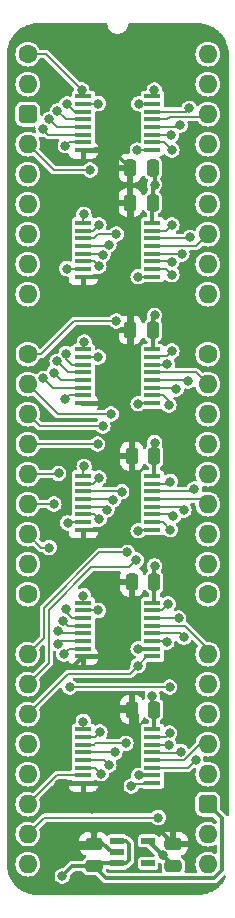
<source format=gtl>
%TF.GenerationSoftware,KiCad,Pcbnew,7.0.5*%
%TF.CreationDate,2024-03-03T07:39:23+02:00*%
%TF.ProjectId,Video Address Counter,56696465-6f20-4416-9464-726573732043,rev?*%
%TF.SameCoordinates,PX4756f08PY2e063a0*%
%TF.FileFunction,Copper,L1,Top*%
%TF.FilePolarity,Positive*%
%FSLAX46Y46*%
G04 Gerber Fmt 4.6, Leading zero omitted, Abs format (unit mm)*
G04 Created by KiCad (PCBNEW 7.0.5) date 2024-03-03 07:39:23*
%MOMM*%
%LPD*%
G01*
G04 APERTURE LIST*
G04 Aperture macros list*
%AMRoundRect*
0 Rectangle with rounded corners*
0 $1 Rounding radius*
0 $2 $3 $4 $5 $6 $7 $8 $9 X,Y pos of 4 corners*
0 Add a 4 corners polygon primitive as box body*
4,1,4,$2,$3,$4,$5,$6,$7,$8,$9,$2,$3,0*
0 Add four circle primitives for the rounded corners*
1,1,$1+$1,$2,$3*
1,1,$1+$1,$4,$5*
1,1,$1+$1,$6,$7*
1,1,$1+$1,$8,$9*
0 Add four rect primitives between the rounded corners*
20,1,$1+$1,$2,$3,$4,$5,0*
20,1,$1+$1,$4,$5,$6,$7,0*
20,1,$1+$1,$6,$7,$8,$9,0*
20,1,$1+$1,$8,$9,$2,$3,0*%
G04 Aperture macros list end*
%TA.AperFunction,ComponentPad*%
%ADD10C,1.600000*%
%TD*%
%TA.AperFunction,ComponentPad*%
%ADD11O,1.600000X1.600000*%
%TD*%
%TA.AperFunction,ComponentPad*%
%ADD12RoundRect,0.400000X-0.400000X-0.400000X0.400000X-0.400000X0.400000X0.400000X-0.400000X0.400000X0*%
%TD*%
%TA.AperFunction,ComponentPad*%
%ADD13R,1.600000X1.600000*%
%TD*%
%TA.AperFunction,SMDPad,CuDef*%
%ADD14RoundRect,0.250000X0.475000X-0.250000X0.475000X0.250000X-0.475000X0.250000X-0.475000X-0.250000X0*%
%TD*%
%TA.AperFunction,SMDPad,CuDef*%
%ADD15R,1.450000X0.450000*%
%TD*%
%TA.AperFunction,SMDPad,CuDef*%
%ADD16R,1.150000X0.600000*%
%TD*%
%TA.AperFunction,SMDPad,CuDef*%
%ADD17RoundRect,0.250000X0.250000X0.475000X-0.250000X0.475000X-0.250000X-0.475000X0.250000X-0.475000X0*%
%TD*%
%TA.AperFunction,ViaPad*%
%ADD18C,0.800000*%
%TD*%
%TA.AperFunction,Conductor*%
%ADD19C,0.380000*%
%TD*%
%TA.AperFunction,Conductor*%
%ADD20C,0.200000*%
%TD*%
G04 APERTURE END LIST*
D10*
%TO.P,J1,1,Pin_1*%
%TO.N,/~{Reset}*%
X0Y0D03*
D11*
%TO.P,J1,2,Pin_2*%
%TO.N,unconnected-(J1-Pin_2-Pad2)*%
X0Y-2540000D03*
D12*
%TO.P,J1,3,Pin_3*%
%TO.N,/5V*%
X0Y-5080000D03*
D11*
%TO.P,J1,4,Pin_4*%
%TO.N,/CLK*%
X0Y-7620000D03*
%TO.P,J1,5,Pin_5*%
%TO.N,unconnected-(J1-Pin_5-Pad5)*%
X0Y-10160000D03*
%TO.P,J1,6,Pin_6*%
%TO.N,unconnected-(J1-Pin_6-Pad6)*%
X0Y-12700000D03*
%TO.P,J1,7,Pin_7*%
%TO.N,unconnected-(J1-Pin_7-Pad7)*%
X0Y-15240000D03*
%TO.P,J1,8,Pin_8*%
%TO.N,unconnected-(J1-Pin_8-Pad8)*%
X0Y-17780000D03*
%TO.P,J1,9,Pin_9*%
%TO.N,unconnected-(J1-Pin_9-Pad9)*%
X0Y-20320000D03*
D13*
%TO.P,J1,10,Pin_10*%
%TO.N,/GND*%
X0Y-22860000D03*
D10*
%TO.P,J1,11,Pin_11*%
%TO.N,/D0*%
X0Y-25400000D03*
D11*
%TO.P,J1,12,Pin_12*%
%TO.N,/D1*%
X0Y-27940000D03*
%TO.P,J1,13,Pin_13*%
%TO.N,/D2*%
X0Y-30480000D03*
%TO.P,J1,14,Pin_14*%
%TO.N,/D3*%
X0Y-33020000D03*
%TO.P,J1,15,Pin_15*%
%TO.N,/D4*%
X0Y-35560000D03*
%TO.P,J1,16,Pin_16*%
%TO.N,/D5*%
X0Y-38100000D03*
%TO.P,J1,17,Pin_17*%
%TO.N,/D6*%
X0Y-40640000D03*
%TO.P,J1,18,Pin_18*%
%TO.N,/D7*%
X0Y-43180000D03*
D10*
%TO.P,J1,19,Pin_19*%
%TO.N,unconnected-(J1-Pin_19-Pad19)*%
X0Y-45720000D03*
D13*
%TO.P,J1,20,Pin_20*%
%TO.N,/GND*%
X0Y-48260000D03*
D11*
%TO.P,J1,21,Pin_21*%
%TO.N,/~{Latch Bank}*%
X0Y-50800000D03*
%TO.P,J1,22,Pin_22*%
%TO.N,/~{Latch High}*%
X0Y-53340000D03*
%TO.P,J1,23,Pin_23*%
%TO.N,/~{Latch Low}*%
X0Y-55880000D03*
%TO.P,J1,24,Pin_24*%
%TO.N,unconnected-(J1-Pin_24-Pad24)*%
X0Y-58420000D03*
%TO.P,J1,25,Pin_25*%
%TO.N,unconnected-(J1-Pin_25-Pad25)*%
X0Y-60960000D03*
%TO.P,J1,26,Pin_26*%
%TO.N,/Count Enable*%
X0Y-63500000D03*
%TO.P,J1,27,Pin_27*%
%TO.N,/TC_{0..3}*%
X0Y-66040000D03*
%TO.P,J1,28,Pin_28*%
%TO.N,/TC_{20..23}*%
X0Y-68580000D03*
%TO.P,J1,29,Pin_29*%
%TO.N,unconnected-(J1-Pin_29-Pad29)*%
X15240000Y-68580000D03*
%TO.P,J1,30,Pin_30*%
%TO.N,/C0*%
X15240000Y-66040000D03*
D12*
%TO.P,J1,31,Pin_31*%
%TO.N,/5V*%
X15240000Y-63500000D03*
D11*
%TO.P,J1,32,Pin_32*%
%TO.N,/C1*%
X15240000Y-60960000D03*
%TO.P,J1,33,Pin_33*%
%TO.N,/C2*%
X15240000Y-58420000D03*
%TO.P,J1,34,Pin_34*%
%TO.N,/C3*%
X15240000Y-55880000D03*
%TO.P,J1,35,Pin_35*%
%TO.N,/C4*%
X15240000Y-53340000D03*
%TO.P,J1,36,Pin_36*%
%TO.N,/C5*%
X15240000Y-50800000D03*
D13*
%TO.P,J1,37,Pin_37*%
%TO.N,/GND*%
X15240000Y-48260000D03*
D10*
%TO.P,J1,38,Pin_38*%
%TO.N,/C6*%
X15240000Y-45720000D03*
D11*
%TO.P,J1,39,Pin_39*%
%TO.N,/C7*%
X15240000Y-43180000D03*
%TO.P,J1,40,Pin_40*%
%TO.N,/C8*%
X15240000Y-40640000D03*
%TO.P,J1,41,Pin_41*%
%TO.N,/C9*%
X15240000Y-38100000D03*
%TO.P,J1,42,Pin_42*%
%TO.N,/C10*%
X15240000Y-35560000D03*
%TO.P,J1,43,Pin_43*%
%TO.N,/C11*%
X15240000Y-33020000D03*
%TO.P,J1,44,Pin_44*%
%TO.N,/C12*%
X15240000Y-30480000D03*
%TO.P,J1,45,Pin_45*%
%TO.N,/C13*%
X15240000Y-27940000D03*
D10*
%TO.P,J1,46,Pin_46*%
%TO.N,/C14*%
X15240000Y-25400000D03*
D13*
%TO.P,J1,47,Pin_47*%
%TO.N,/GND*%
X15240000Y-22860000D03*
D11*
%TO.P,J1,48,Pin_48*%
%TO.N,/C15*%
X15240000Y-20320000D03*
%TO.P,J1,49,Pin_49*%
%TO.N,/C16*%
X15240000Y-17780000D03*
%TO.P,J1,50,Pin_50*%
%TO.N,/C17*%
X15240000Y-15240000D03*
%TO.P,J1,51,Pin_51*%
%TO.N,/C18*%
X15240000Y-12700000D03*
%TO.P,J1,52,Pin_52*%
%TO.N,/C19*%
X15240000Y-10160000D03*
%TO.P,J1,53,Pin_53*%
%TO.N,/C20*%
X15240000Y-7620000D03*
%TO.P,J1,54,Pin_54*%
%TO.N,/C21*%
X15240000Y-5080000D03*
%TO.P,J1,55,Pin_55*%
%TO.N,/C22*%
X15240000Y-2540000D03*
%TO.P,J1,56,Pin_56*%
%TO.N,/C23*%
X15240000Y0D03*
%TD*%
D14*
%TO.P,C10,1*%
%TO.N,/5V*%
X5588000Y-68752000D03*
%TO.P,C10,2*%
%TO.N,/GND*%
X5588000Y-66852000D03*
%TD*%
D15*
%TO.P,IC7,1,~{MR}*%
%TO.N,/~{Reset}*%
X4695000Y-25004600D03*
%TO.P,IC7,2,CP*%
%TO.N,/CLK*%
X4695000Y-25654600D03*
%TO.P,IC7,3,D0*%
%TO.N,/D4*%
X4695000Y-26304600D03*
%TO.P,IC7,4,D1*%
%TO.N,/D5*%
X4695000Y-26954600D03*
%TO.P,IC7,5,D2*%
%TO.N,/D6*%
X4695000Y-27604600D03*
%TO.P,IC7,6,D3*%
%TO.N,/D7*%
X4695000Y-28254600D03*
%TO.P,IC7,7,CEP*%
%TO.N,/TC_{0..3}*%
X4695000Y-28904600D03*
%TO.P,IC7,8,GND*%
%TO.N,/GND*%
X4695000Y-29554600D03*
%TO.P,IC7,9,~{PE}*%
%TO.N,/~{Latch High}*%
X10545000Y-29554600D03*
%TO.P,IC7,10,CET*%
%TO.N,/TC_{8..11}*%
X10545000Y-28904600D03*
%TO.P,IC7,11,Q3*%
%TO.N,/C15*%
X10545000Y-28254600D03*
%TO.P,IC7,12,Q2*%
%TO.N,/C14*%
X10545000Y-27604600D03*
%TO.P,IC7,13,Q1*%
%TO.N,/C13*%
X10545000Y-26954600D03*
%TO.P,IC7,14,Q0*%
%TO.N,/C12*%
X10545000Y-26304600D03*
%TO.P,IC7,15,TC*%
%TO.N,/TC_{12..15}*%
X10545000Y-25654600D03*
%TO.P,IC7,16,3V*%
%TO.N,/3.3V*%
X10545000Y-25004600D03*
%TD*%
D16*
%TO.P,IC1,1,VIN*%
%TO.N,/5V*%
X7590000Y-66614000D03*
%TO.P,IC1,2,GND*%
%TO.N,/GND*%
X7590000Y-67564000D03*
%TO.P,IC1,3,EN*%
%TO.N,/5V*%
X7590000Y-68514000D03*
%TO.P,IC1,4,ADJ*%
%TO.N,unconnected-(IC1-ADJ-Pad4)*%
X10190000Y-68514000D03*
%TO.P,IC1,5,VOUT*%
%TO.N,/3.3V*%
X10190000Y-66614000D03*
%TD*%
D17*
%TO.P,C1,1*%
%TO.N,/3.3V*%
X10586000Y-12573000D03*
%TO.P,C1,2*%
%TO.N,/GND*%
X8686000Y-12573000D03*
%TD*%
%TO.P,C2,1*%
%TO.N,/3.3V*%
X10713000Y-34036000D03*
%TO.P,C2,2*%
%TO.N,/GND*%
X8813000Y-34036000D03*
%TD*%
%TO.P,C7,1*%
%TO.N,/3.3V*%
X10586000Y-23368000D03*
%TO.P,C7,2*%
%TO.N,/GND*%
X8686000Y-23368000D03*
%TD*%
D15*
%TO.P,IC6,1,~{MR}*%
%TO.N,/~{Reset}*%
X4695000Y-35723400D03*
%TO.P,IC6,2,CP*%
%TO.N,/CLK*%
X4695000Y-36373400D03*
%TO.P,IC6,3,D0*%
%TO.N,/D0*%
X4695000Y-37023400D03*
%TO.P,IC6,4,D1*%
%TO.N,/D1*%
X4695000Y-37673400D03*
%TO.P,IC6,5,D2*%
%TO.N,/D2*%
X4695000Y-38323400D03*
%TO.P,IC6,6,D3*%
%TO.N,/D3*%
X4695000Y-38973400D03*
%TO.P,IC6,7,CEP*%
%TO.N,/TC_{0..3}*%
X4695000Y-39623400D03*
%TO.P,IC6,8,GND*%
%TO.N,/GND*%
X4695000Y-40273400D03*
%TO.P,IC6,9,~{PE}*%
%TO.N,/~{Latch High}*%
X10545000Y-40273400D03*
%TO.P,IC6,10,CET*%
%TO.N,/TC_{4..7}*%
X10545000Y-39623400D03*
%TO.P,IC6,11,Q3*%
%TO.N,/C11*%
X10545000Y-38973400D03*
%TO.P,IC6,12,Q2*%
%TO.N,/C10*%
X10545000Y-38323400D03*
%TO.P,IC6,13,Q1*%
%TO.N,/C9*%
X10545000Y-37673400D03*
%TO.P,IC6,14,Q0*%
%TO.N,/C8*%
X10545000Y-37023400D03*
%TO.P,IC6,15,TC*%
%TO.N,/TC_{8..11}*%
X10545000Y-36373400D03*
%TO.P,IC6,16,3V*%
%TO.N,/3.3V*%
X10545000Y-35723400D03*
%TD*%
%TO.P,IC9,1,~{MR}*%
%TO.N,/~{Reset}*%
X4695000Y-14285800D03*
%TO.P,IC9,2,CP*%
%TO.N,/CLK*%
X4695000Y-14935800D03*
%TO.P,IC9,3,D0*%
%TO.N,/D0*%
X4695000Y-15585800D03*
%TO.P,IC9,4,D1*%
%TO.N,/D1*%
X4695000Y-16235800D03*
%TO.P,IC9,5,D2*%
%TO.N,/D2*%
X4695000Y-16885800D03*
%TO.P,IC9,6,D3*%
%TO.N,/D3*%
X4695000Y-17535800D03*
%TO.P,IC9,7,CEP*%
%TO.N,/TC_{0..3}*%
X4695000Y-18185800D03*
%TO.P,IC9,8,GND*%
%TO.N,/GND*%
X4695000Y-18835800D03*
%TO.P,IC9,9,~{PE}*%
%TO.N,/~{Latch Bank}*%
X10545000Y-18835800D03*
%TO.P,IC9,10,CET*%
%TO.N,/TC_{12..15}*%
X10545000Y-18185800D03*
%TO.P,IC9,11,Q3*%
%TO.N,/C19*%
X10545000Y-17535800D03*
%TO.P,IC9,12,Q2*%
%TO.N,/C18*%
X10545000Y-16885800D03*
%TO.P,IC9,13,Q1*%
%TO.N,/C17*%
X10545000Y-16235800D03*
%TO.P,IC9,14,Q0*%
%TO.N,/C16*%
X10545000Y-15585800D03*
%TO.P,IC9,15,TC*%
%TO.N,/TC_{16..19}*%
X10545000Y-14935800D03*
%TO.P,IC9,16,3V*%
%TO.N,/3.3V*%
X10545000Y-14285800D03*
%TD*%
D17*
%TO.P,C12,1*%
%TO.N,/3.3V*%
X10586000Y-9652000D03*
%TO.P,C12,2*%
%TO.N,/GND*%
X8686000Y-9652000D03*
%TD*%
D15*
%TO.P,IC4,1,~{MR}*%
%TO.N,/~{Reset}*%
X4695000Y-46442200D03*
%TO.P,IC4,2,CP*%
%TO.N,/CLK*%
X4695000Y-47092200D03*
%TO.P,IC4,3,D0*%
%TO.N,/D4*%
X4695000Y-47742200D03*
%TO.P,IC4,4,D1*%
%TO.N,/D5*%
X4695000Y-48392200D03*
%TO.P,IC4,5,D2*%
%TO.N,/D6*%
X4695000Y-49042200D03*
%TO.P,IC4,6,D3*%
%TO.N,/D7*%
X4695000Y-49692200D03*
%TO.P,IC4,7,CEP*%
%TO.N,/TC_{0..3}*%
X4695000Y-50342200D03*
%TO.P,IC4,8,GND*%
%TO.N,/GND*%
X4695000Y-50992200D03*
%TO.P,IC4,9,~{PE}*%
%TO.N,/~{Latch Low}*%
X10545000Y-50992200D03*
%TO.P,IC4,10,CET*%
%TO.N,/3.3V*%
X10545000Y-50342200D03*
%TO.P,IC4,11,Q3*%
%TO.N,/C7*%
X10545000Y-49692200D03*
%TO.P,IC4,12,Q2*%
%TO.N,/C6*%
X10545000Y-49042200D03*
%TO.P,IC4,13,Q1*%
%TO.N,/C5*%
X10545000Y-48392200D03*
%TO.P,IC4,14,Q0*%
%TO.N,/C4*%
X10545000Y-47742200D03*
%TO.P,IC4,15,TC*%
%TO.N,/TC_{4..7}*%
X10545000Y-47092200D03*
%TO.P,IC4,16,3V*%
%TO.N,/3.3V*%
X10545000Y-46442200D03*
%TD*%
%TO.P,IC3,1,~{MR}*%
%TO.N,/~{Reset}*%
X4695000Y-57161000D03*
%TO.P,IC3,2,CP*%
%TO.N,/CLK*%
X4695000Y-57811000D03*
%TO.P,IC3,3,D0*%
%TO.N,/D0*%
X4695000Y-58461000D03*
%TO.P,IC3,4,D1*%
%TO.N,/D1*%
X4695000Y-59111000D03*
%TO.P,IC3,5,D2*%
%TO.N,/D2*%
X4695000Y-59761000D03*
%TO.P,IC3,6,D3*%
%TO.N,/D3*%
X4695000Y-60411000D03*
%TO.P,IC3,7,CEP*%
%TO.N,/Count Enable*%
X4695000Y-61061000D03*
%TO.P,IC3,8,GND*%
%TO.N,/GND*%
X4695000Y-61711000D03*
%TO.P,IC3,9,~{PE}*%
%TO.N,/~{Latch Low}*%
X10545000Y-61711000D03*
%TO.P,IC3,10,CET*%
%TO.N,/3.3V*%
X10545000Y-61061000D03*
%TO.P,IC3,11,Q3*%
%TO.N,/C3*%
X10545000Y-60411000D03*
%TO.P,IC3,12,Q2*%
%TO.N,/C2*%
X10545000Y-59761000D03*
%TO.P,IC3,13,Q1*%
%TO.N,/C1*%
X10545000Y-59111000D03*
%TO.P,IC3,14,Q0*%
%TO.N,/C0*%
X10545000Y-58461000D03*
%TO.P,IC3,15,TC*%
%TO.N,/TC_{0..3}*%
X10545000Y-57811000D03*
%TO.P,IC3,16,3V*%
%TO.N,/3.3V*%
X10545000Y-57161000D03*
%TD*%
%TO.P,IC10,1,~{MR}*%
%TO.N,/~{Reset}*%
X4695000Y-3567000D03*
%TO.P,IC10,2,CP*%
%TO.N,/CLK*%
X4695000Y-4217000D03*
%TO.P,IC10,3,D0*%
%TO.N,/D4*%
X4695000Y-4867000D03*
%TO.P,IC10,4,D1*%
%TO.N,/D5*%
X4695000Y-5517000D03*
%TO.P,IC10,5,D2*%
%TO.N,/D6*%
X4695000Y-6167000D03*
%TO.P,IC10,6,D3*%
%TO.N,/D7*%
X4695000Y-6817000D03*
%TO.P,IC10,7,CEP*%
%TO.N,/TC_{0..3}*%
X4695000Y-7467000D03*
%TO.P,IC10,8,GND*%
%TO.N,/GND*%
X4695000Y-8117000D03*
%TO.P,IC10,9,~{PE}*%
%TO.N,/~{Latch Bank}*%
X10545000Y-8117000D03*
%TO.P,IC10,10,CET*%
%TO.N,/TC_{16..19}*%
X10545000Y-7467000D03*
%TO.P,IC10,11,Q3*%
%TO.N,/C23*%
X10545000Y-6817000D03*
%TO.P,IC10,12,Q2*%
%TO.N,/C22*%
X10545000Y-6167000D03*
%TO.P,IC10,13,Q1*%
%TO.N,/C21*%
X10545000Y-5517000D03*
%TO.P,IC10,14,Q0*%
%TO.N,/C20*%
X10545000Y-4867000D03*
%TO.P,IC10,15,TC*%
%TO.N,/TC_{20..23}*%
X10545000Y-4217000D03*
%TO.P,IC10,16,3V*%
%TO.N,/3.3V*%
X10545000Y-3567000D03*
%TD*%
D14*
%TO.P,C11,1*%
%TO.N,/3.3V*%
X12319000Y-68752000D03*
%TO.P,C11,2*%
%TO.N,/GND*%
X12319000Y-66852000D03*
%TD*%
D17*
%TO.P,C14,1*%
%TO.N,/3.3V*%
X10713000Y-44704000D03*
%TO.P,C14,2*%
%TO.N,/GND*%
X8813000Y-44704000D03*
%TD*%
%TO.P,C9,1*%
%TO.N,/3.3V*%
X10713000Y-55499000D03*
%TO.P,C9,2*%
%TO.N,/GND*%
X8813000Y-55499000D03*
%TD*%
D18*
%TO.N,/3.3V*%
X10541000Y-54356000D03*
X10733000Y-32893000D03*
X11407500Y-67840500D03*
X10713000Y-3048000D03*
X10733000Y-22111311D03*
X10733000Y-11049000D03*
X9336000Y-50347904D03*
X9384384Y-61074126D03*
X10732869Y-43320586D03*
%TO.N,/GND*%
X5461000Y-63943000D03*
X2286000Y-55245000D03*
X5080000Y-41402000D03*
X2650116Y-61839834D03*
X2286000Y-52451002D03*
X5257475Y-44754475D03*
X5588008Y-65659000D03*
%TO.N,/5V*%
X2921000Y-69596000D03*
%TO.N,/CLK*%
X6019502Y-14478000D03*
X5272000Y-9812699D03*
X5969000Y-25654000D03*
X6026646Y-35882672D03*
X6096000Y-57404000D03*
X5968996Y-47104673D03*
X5969000Y-4191000D03*
%TO.N,/D0*%
X7973000Y-37047590D03*
X7493000Y-22606000D03*
X7493000Y-15240000D03*
X8301010Y-58355650D03*
%TO.N,/D1*%
X6858000Y-16129018D03*
X7053000Y-30472402D03*
X7366000Y-59111000D03*
X7255933Y-37744598D03*
%TO.N,/D2*%
X6858000Y-60198000D03*
X6353000Y-31487039D03*
X6699747Y-38575659D03*
X6366094Y-16999651D03*
%TO.N,/D3*%
X6019073Y-17937511D03*
X6034000Y-39370000D03*
X6198095Y-60949352D03*
X5907000Y-33004328D03*
%TO.N,/~{Latch Low}*%
X9336000Y-51773319D03*
X8763000Y-61976000D03*
%TO.N,/D4*%
X3261038Y-46993168D03*
X3252922Y-25350922D03*
X3319185Y-4218289D03*
X2612981Y-35490383D03*
%TO.N,/D5*%
X2200002Y-38100000D03*
X2503182Y-4796341D03*
X2489770Y-26001330D03*
X2998003Y-47960153D03*
%TO.N,/D6*%
X1814351Y-5521266D03*
X2533048Y-48860428D03*
X1800000Y-41783000D03*
X2202000Y-26971041D03*
%TO.N,/~{Reset}*%
X4764000Y-34911689D03*
X4749794Y-13575689D03*
X4699000Y-45847000D03*
X4699000Y-56515000D03*
X4780265Y-24380846D03*
X4572000Y-3048000D03*
%TO.N,/C3*%
X14204184Y-59783491D03*
%TO.N,/C1*%
X12952774Y-59055000D03*
%TO.N,/C0*%
X11950042Y-58482000D03*
%TO.N,/TC_{0..3}*%
X11049000Y-64643000D03*
X12007924Y-53594000D03*
X3556004Y-53594000D03*
X3175000Y-29210000D03*
X12007924Y-57483674D03*
X3048000Y-50800000D03*
X3175000Y-7747000D03*
X3365502Y-39687502D03*
X3302000Y-18161000D03*
%TO.N,/C7*%
X11764655Y-49770792D03*
%TO.N,/C6*%
X13208000Y-49374472D03*
%TO.N,/C4*%
X12762000Y-47739872D03*
%TO.N,/TC_{4..7}*%
X12065000Y-40259000D03*
X11874495Y-46545505D03*
%TO.N,/D7*%
X1303054Y-6380674D03*
X2592454Y-49909785D03*
X1328372Y-27457641D03*
%TO.N,/~{Latch High}*%
X9333000Y-29605935D03*
X9195980Y-42843657D03*
X9339987Y-40358000D03*
%TO.N,/~{Latch Bank}*%
X8437464Y-42192000D03*
X9333000Y-18844660D03*
X9271000Y-8128000D03*
%TO.N,/TC_{20..23}*%
X9384384Y-4203874D03*
%TO.N,/C11*%
X12319000Y-39116000D03*
%TO.N,/C10*%
X13208000Y-38608000D03*
%TO.N,/C8*%
X14097000Y-36830000D03*
%TO.N,/TC_{8..11}*%
X11938000Y-29718000D03*
X12065000Y-36195000D03*
%TO.N,/C15*%
X12548618Y-28348718D03*
%TO.N,/C14*%
X13589000Y-27686000D03*
%TO.N,/C12*%
X11811000Y-26254598D03*
%TO.N,/TC_{12..15}*%
X12192000Y-25146000D03*
X12192000Y-18669000D03*
%TO.N,/C19*%
X12192000Y-17585804D03*
%TO.N,/C18*%
X13053858Y-16935800D03*
%TO.N,/C16*%
X13753858Y-15505320D03*
%TO.N,/TC_{16..19}*%
X12192000Y-8128000D03*
X12192000Y-14478000D03*
%TO.N,/C20*%
X13671975Y-4589975D03*
%TO.N,/C23*%
X12132341Y-6875846D03*
%TO.N,/C22*%
X12892000Y-6020724D03*
%TD*%
D19*
%TO.N,/GND*%
X8813000Y-17095000D02*
X7072200Y-18835800D01*
X8813000Y-12700000D02*
X8813000Y-17095000D01*
%TO.N,/3.3V*%
X10586000Y-12573000D02*
X10586000Y-11196000D01*
X10545000Y-12614000D02*
X10545000Y-14285800D01*
X10586000Y-11196000D02*
X10733000Y-11049000D01*
X10586000Y-12573000D02*
X10545000Y-12614000D01*
%TO.N,/GND*%
X8686000Y-12573000D02*
X8813000Y-12700000D01*
X7151000Y-8117000D02*
X4695000Y-8117000D01*
X8686000Y-9652000D02*
X7151000Y-8117000D01*
%TO.N,/3.3V*%
X10733000Y-9799000D02*
X10586000Y-9652000D01*
X10733000Y-11049000D02*
X10733000Y-9799000D01*
D20*
%TO.N,/~{Reset}*%
X1524000Y0D02*
X4572000Y-3048000D01*
X4695000Y-3171000D02*
X4572000Y-3048000D01*
X4695000Y-3567000D02*
X4695000Y-3171000D01*
X0Y0D02*
X1524000Y0D01*
D19*
%TO.N,/3.3V*%
X9384384Y-61074126D02*
X10531874Y-61074126D01*
X10541000Y-55327000D02*
X10541000Y-54356000D01*
X12319000Y-68752000D02*
X11407500Y-67840500D01*
X10586000Y-23368000D02*
X10586000Y-22258311D01*
X10586000Y-22258311D02*
X10733000Y-22111311D01*
X10190000Y-66623000D02*
X11407500Y-67840500D01*
X10713000Y-34036000D02*
X10713000Y-32913000D01*
X9341704Y-50342200D02*
X9336000Y-50347904D01*
X10713000Y-44704000D02*
X10713000Y-43340455D01*
X10545000Y-50342200D02*
X9341704Y-50342200D01*
X10713000Y-32913000D02*
X10733000Y-32893000D01*
X10713000Y-43340455D02*
X10732869Y-43320586D01*
X10713000Y-3399000D02*
X10545000Y-3567000D01*
X10713000Y-55499000D02*
X10713000Y-56993000D01*
X10586000Y-24963600D02*
X10545000Y-25004600D01*
X10586000Y-23368000D02*
X10586000Y-24963600D01*
X10713000Y-44704000D02*
X10713000Y-46274200D01*
X10713000Y-46274200D02*
X10545000Y-46442200D01*
X10713000Y-35555400D02*
X10545000Y-35723400D01*
X10713000Y-34036000D02*
X10713000Y-35555400D01*
X10713000Y-56993000D02*
X10545000Y-57161000D01*
%TO.N,/GND*%
X-1190000Y-47070000D02*
X-346482Y-47913518D01*
X5080000Y-41402000D02*
X10922000Y-41402000D01*
X0Y-22860000D02*
X1270000Y-22860000D01*
X7072200Y-18835800D02*
X4695000Y-18835800D01*
X5080000Y-42487036D02*
X0Y-47567036D01*
X8813000Y-34036000D02*
X8813000Y-30911000D01*
X5080000Y-41402000D02*
X5080000Y-42487036D01*
X4695000Y-61711000D02*
X4695000Y-63177000D01*
X5588000Y-66852000D02*
X5210000Y-67230000D01*
X8559000Y-55245000D02*
X2286000Y-55245000D01*
X5080000Y-41402000D02*
X4699000Y-41021000D01*
X6400000Y-66852000D02*
X5588000Y-66852000D01*
X8813000Y-44704000D02*
X5307950Y-44704000D01*
X13335000Y-20955000D02*
X10033000Y-20955000D01*
X8813000Y-30911000D02*
X7456600Y-29554600D01*
X0Y-47567036D02*
X0Y-48260000D01*
X1270000Y-22860000D02*
X2667000Y-21463000D01*
X8763000Y-38989000D02*
X8763000Y-34086000D01*
X5210000Y-67230000D02*
X-492915Y-67230000D01*
X9229001Y-59035675D02*
X6525324Y-61739352D01*
X4695000Y-50992200D02*
X3716200Y-51971000D01*
X7072200Y-18835800D02*
X8101000Y-19864600D01*
X2766002Y-51971000D02*
X2286000Y-52451002D01*
X4699000Y-41021000D02*
X4699000Y-40277400D01*
X0Y-22860000D02*
X-1190000Y-24050000D01*
X5802009Y-65444999D02*
X5588008Y-65659000D01*
X2667000Y-21463000D02*
X8101000Y-21463000D01*
X10033000Y-20955000D02*
X8813000Y-22175000D01*
X4695000Y-40273400D02*
X7478600Y-40273400D01*
X7590000Y-67564000D02*
X7112000Y-67564000D01*
X8813000Y-48210000D02*
X8813000Y-44704000D01*
X7478600Y-40273400D02*
X8763000Y-38989000D01*
X9229001Y-55915001D02*
X9229001Y-59035675D01*
X3716200Y-51971000D02*
X2766002Y-51971000D01*
X12319000Y-66852000D02*
X10911999Y-65444999D01*
X8813000Y-22175000D02*
X8813000Y-23241000D01*
X5588000Y-66852000D02*
X5588000Y-65659008D01*
X8813000Y-28198200D02*
X8813000Y-23495000D01*
X10911999Y-65444999D02*
X5802009Y-65444999D01*
X7456600Y-29554600D02*
X4695000Y-29554600D01*
X2778950Y-61711000D02*
X2650116Y-61839834D01*
X6030800Y-50992200D02*
X8813000Y-48210000D01*
X7112000Y-67564000D02*
X6400000Y-66852000D01*
X5588000Y-65659008D02*
X5588008Y-65659000D01*
X6525324Y-61739352D02*
X4723352Y-61739352D01*
X5307950Y-44704000D02*
X5257475Y-44754475D01*
X-1270000Y-49530000D02*
X0Y-48260000D01*
X4695000Y-50992200D02*
X6030800Y-50992200D01*
X4695000Y-63177000D02*
X5461000Y-63943000D01*
X-1190000Y-24050000D02*
X-1190000Y-47070000D01*
X15240000Y-22860000D02*
X13335000Y-20955000D01*
X4695000Y-61711000D02*
X2778950Y-61711000D01*
X-492915Y-67230000D02*
X-1270000Y-66452915D01*
X8813000Y-55499000D02*
X9229001Y-55915001D01*
X-1270000Y-66452915D02*
X-1270000Y-49530000D01*
X7456600Y-29554600D02*
X8813000Y-28198200D01*
X8101000Y-21463000D02*
X8813000Y-22175000D01*
X8101000Y-19864600D02*
X8101000Y-21463000D01*
%TO.N,/5V*%
X15732915Y-69770000D02*
X6606000Y-69770000D01*
X7590000Y-68514000D02*
X5826000Y-68514000D01*
X8295000Y-66614000D02*
X8555000Y-66874000D01*
X16430000Y-69072915D02*
X15732915Y-69770000D01*
X16430000Y-64690000D02*
X16430000Y-69072915D01*
X3765000Y-68752000D02*
X2921000Y-69596000D01*
X8295000Y-68514000D02*
X7590000Y-68514000D01*
X8555000Y-68254000D02*
X8295000Y-68514000D01*
X8555000Y-66874000D02*
X8555000Y-68254000D01*
X15240000Y-63500000D02*
X16430000Y-64690000D01*
X6606000Y-69770000D02*
X5588000Y-68752000D01*
X7590000Y-66614000D02*
X8295000Y-66614000D01*
X5588000Y-68752000D02*
X3765000Y-68752000D01*
D20*
%TO.N,/CLK*%
X6019502Y-14478000D02*
X5561702Y-14935800D01*
X5561702Y-14935800D02*
X4695000Y-14935800D01*
X5968400Y-25654600D02*
X5969000Y-25654000D01*
X0Y-7620000D02*
X2192699Y-9812699D01*
X5969000Y-4191000D02*
X4721000Y-4191000D01*
X4695000Y-47092200D02*
X5956523Y-47092200D01*
X5956523Y-47092200D02*
X5968996Y-47104673D01*
X2192699Y-9812699D02*
X5272000Y-9812699D01*
X4695000Y-25654600D02*
X5968400Y-25654600D01*
X4695000Y-36373400D02*
X5535918Y-36373400D01*
X4695000Y-57811000D02*
X5689000Y-57811000D01*
X5535918Y-36373400D02*
X6026646Y-35882672D01*
X5689000Y-57811000D02*
X6096000Y-57404000D01*
%TO.N,/D0*%
X5620000Y-58461000D02*
X5725350Y-58355650D01*
X1143000Y-25400000D02*
X3937000Y-22606000D01*
X3937000Y-22606000D02*
X7493000Y-22606000D01*
X4695000Y-58461000D02*
X5620000Y-58461000D01*
X4695000Y-37023400D02*
X7948810Y-37023400D01*
X0Y-25400000D02*
X1143000Y-25400000D01*
X5965800Y-15240000D02*
X5969000Y-15240000D01*
X7948810Y-37023400D02*
X7973000Y-37047590D01*
X5620000Y-15585800D02*
X5965800Y-15240000D01*
X5725350Y-58355650D02*
X8301010Y-58355650D01*
X4695000Y-15585800D02*
X5620000Y-15585800D01*
X5969000Y-15240000D02*
X7493000Y-15240000D01*
%TO.N,/D1*%
X0Y-27940000D02*
X2532402Y-30472402D01*
X4695000Y-16235800D02*
X6751218Y-16235800D01*
X4695000Y-59111000D02*
X7366000Y-59111000D01*
X4695000Y-37673400D02*
X7184735Y-37673400D01*
X7184735Y-37673400D02*
X7255933Y-37744598D01*
X2532402Y-30472402D02*
X7053000Y-30472402D01*
X6751218Y-16235800D02*
X6858000Y-16129018D01*
%TO.N,/D2*%
X4695000Y-16885800D02*
X6252243Y-16885800D01*
X6252243Y-16885800D02*
X6366094Y-16999651D01*
X4695000Y-38323400D02*
X6447488Y-38323400D01*
X1007039Y-31487039D02*
X6353000Y-31487039D01*
X6447488Y-38323400D02*
X6699747Y-38575659D01*
X6421000Y-59761000D02*
X6858000Y-60198000D01*
X4695000Y-59761000D02*
X6421000Y-59761000D01*
X0Y-30480000D02*
X1007039Y-31487039D01*
%TO.N,/D3*%
X5891328Y-33020000D02*
X5907000Y-33004328D01*
X0Y-33020000D02*
X5891328Y-33020000D01*
X4695000Y-38973400D02*
X5637400Y-38973400D01*
X5617362Y-17535800D02*
X6019073Y-17937511D01*
X4695000Y-17535800D02*
X5617362Y-17535800D01*
X4695000Y-60411000D02*
X5659743Y-60411000D01*
X5637400Y-38973400D02*
X6034000Y-39370000D01*
X5659743Y-60411000D02*
X6198095Y-60949352D01*
%TO.N,/~{Latch Low}*%
X9726874Y-61774126D02*
X8964874Y-61774126D01*
X10117119Y-50992200D02*
X9336000Y-51773319D01*
X8964874Y-61774126D02*
X8763000Y-61976000D01*
X9906000Y-61595000D02*
X9726874Y-61774126D01*
X10022000Y-61711000D02*
X9906000Y-61595000D01*
X8648319Y-52461000D02*
X9336000Y-51773319D01*
X0Y-55880000D02*
X3419000Y-52461000D01*
X3419000Y-52461000D02*
X8648319Y-52461000D01*
%TO.N,/D4*%
X3252922Y-25787522D02*
X3252922Y-25350922D01*
X2543364Y-35560000D02*
X2612981Y-35490383D01*
X3770000Y-26304600D02*
X3252922Y-25787522D01*
X4695000Y-4867000D02*
X3967896Y-4867000D01*
X3770000Y-47742200D02*
X3261038Y-47233238D01*
X3967896Y-4867000D02*
X3319185Y-4218289D01*
X0Y-35560000D02*
X2543364Y-35560000D01*
X4695000Y-47742200D02*
X3770000Y-47742200D01*
X3261038Y-47233238D02*
X3261038Y-46993168D01*
X4695000Y-26304600D02*
X3770000Y-26304600D01*
%TO.N,/D5*%
X3223841Y-5517000D02*
X2503182Y-4796341D01*
X3443040Y-26954600D02*
X2489770Y-26001330D01*
X0Y-38100000D02*
X2200002Y-38100000D01*
X3430050Y-48392200D02*
X2998003Y-47960153D01*
X4695000Y-26954600D02*
X3443040Y-26954600D01*
X4695000Y-48392200D02*
X3430050Y-48392200D01*
X4695000Y-5517000D02*
X3223841Y-5517000D01*
%TO.N,/D6*%
X4695000Y-6167000D02*
X2460085Y-6167000D01*
X2835559Y-27604600D02*
X2202000Y-26971041D01*
X1143000Y-41783000D02*
X1800000Y-41783000D01*
X2714820Y-49042200D02*
X2533048Y-48860428D01*
X4695000Y-49042200D02*
X2714820Y-49042200D01*
X4695000Y-27604600D02*
X2835559Y-27604600D01*
X0Y-40640000D02*
X1143000Y-41783000D01*
X2460085Y-6167000D02*
X1814351Y-5521266D01*
%TO.N,/~{Reset}*%
X4695000Y-24466111D02*
X4780265Y-24380846D01*
X4695000Y-35723400D02*
X4695000Y-34980689D01*
X4699000Y-56515000D02*
X4699000Y-57157000D01*
X4695000Y-46442200D02*
X4695000Y-45851000D01*
X4695000Y-13630483D02*
X4749794Y-13575689D01*
X4695000Y-45851000D02*
X4699000Y-45847000D01*
X4695000Y-34980689D02*
X4764000Y-34911689D01*
X4695000Y-14285800D02*
X4695000Y-13630483D01*
X4695000Y-25004600D02*
X4695000Y-24466111D01*
%TO.N,/C3*%
X13576675Y-60411000D02*
X14204184Y-59783491D01*
X10545000Y-60411000D02*
X13576675Y-60411000D01*
%TO.N,/C2*%
X10545000Y-59761000D02*
X13236724Y-59761000D01*
X13236724Y-59761000D02*
X14577724Y-58420000D01*
%TO.N,/C1*%
X10616000Y-59182000D02*
X12825774Y-59182000D01*
X12825774Y-59182000D02*
X12952774Y-59055000D01*
%TO.N,/C0*%
X10545000Y-58461000D02*
X11929042Y-58461000D01*
X11929042Y-58461000D02*
X11950042Y-58482000D01*
%TO.N,/TC_{0..3}*%
X4695000Y-50342200D02*
X3505800Y-50342200D01*
X3480400Y-28904600D02*
X3175000Y-29210000D01*
X11680598Y-57811000D02*
X12007924Y-57483674D01*
X12007924Y-53594000D02*
X3556004Y-53594000D01*
X3429604Y-39623400D02*
X3365502Y-39687502D01*
X3455000Y-7467000D02*
X3175000Y-7747000D01*
X0Y-66040000D02*
X1397000Y-64643000D01*
X4695000Y-28904600D02*
X3480400Y-28904600D01*
X4695000Y-7467000D02*
X3455000Y-7467000D01*
X1397000Y-64643000D02*
X11049000Y-64643000D01*
X4695000Y-18185800D02*
X3326800Y-18185800D01*
X3326800Y-18185800D02*
X3302000Y-18161000D01*
X3505800Y-50342200D02*
X3048000Y-50800000D01*
X4695000Y-39623400D02*
X3429604Y-39623400D01*
X10545000Y-57811000D02*
X11680598Y-57811000D01*
%TO.N,/C7*%
X10545000Y-49692200D02*
X11686063Y-49692200D01*
X11686063Y-49692200D02*
X11764655Y-49770792D01*
%TO.N,/C6*%
X10545000Y-49042200D02*
X12875728Y-49042200D01*
X12875728Y-49042200D02*
X13208000Y-49374472D01*
%TO.N,/C5*%
X10592672Y-48439872D02*
X13284347Y-48439872D01*
X15240000Y-50395525D02*
X15240000Y-50800000D01*
X10545000Y-48392200D02*
X10592672Y-48439872D01*
X13284347Y-48439872D02*
X15240000Y-50395525D01*
%TO.N,/C4*%
X12759672Y-47742200D02*
X12762000Y-47739872D01*
X10545000Y-47742200D02*
X12759672Y-47742200D01*
%TO.N,/TC_{4..7}*%
X12065000Y-40259000D02*
X11429400Y-39623400D01*
X11327800Y-47092200D02*
X11874495Y-46545505D01*
X11429400Y-39623400D02*
X10545000Y-39623400D01*
X10545000Y-47092200D02*
X11327800Y-47092200D01*
%TO.N,/D7*%
X2125331Y-28254600D02*
X1328372Y-27457641D01*
X2810039Y-49692200D02*
X2592454Y-49909785D01*
X4695000Y-28254600D02*
X2125331Y-28254600D01*
X1739380Y-6817000D02*
X1303054Y-6380674D01*
X4695000Y-6817000D02*
X1739380Y-6817000D01*
X4695000Y-49692200D02*
X2810039Y-49692200D01*
%TO.N,/~{Latch High}*%
X9195980Y-42843657D02*
X8605637Y-43434000D01*
X10545000Y-40273400D02*
X9424587Y-40273400D01*
X9424587Y-40273400D02*
X9339987Y-40358000D01*
X10545000Y-29554600D02*
X9384335Y-29554600D01*
X1797000Y-47028686D02*
X1797000Y-51543000D01*
X5391686Y-43434000D02*
X1797000Y-47028686D01*
X9384335Y-29554600D02*
X9333000Y-29605935D01*
X1797000Y-51543000D02*
X0Y-53340000D01*
X8605637Y-43434000D02*
X5391686Y-43434000D01*
%TO.N,/~{Latch Bank}*%
X9271000Y-8128000D02*
X10534000Y-8128000D01*
X1397000Y-49403000D02*
X0Y-50800000D01*
X6068000Y-42192000D02*
X1397000Y-46863000D01*
X1397000Y-46863000D02*
X1397000Y-49403000D01*
X9341860Y-18835800D02*
X9333000Y-18844660D01*
X8437464Y-42192000D02*
X6068000Y-42192000D01*
X10545000Y-18835800D02*
X9341860Y-18835800D01*
%TO.N,/TC_{20..23}*%
X10545000Y-4217000D02*
X9397510Y-4217000D01*
X9397510Y-4217000D02*
X9384384Y-4203874D01*
%TO.N,/C11*%
X12176400Y-38973400D02*
X12319000Y-39116000D01*
X10545000Y-38973400D02*
X12176400Y-38973400D01*
%TO.N,/C10*%
X12923400Y-38323400D02*
X13208000Y-38608000D01*
X10545000Y-38323400D02*
X12923400Y-38323400D01*
%TO.N,/C9*%
X10545000Y-37673400D02*
X14813400Y-37673400D01*
%TO.N,/C8*%
X13903600Y-37023400D02*
X14097000Y-36830000D01*
X10545000Y-37023400D02*
X13903600Y-37023400D01*
%TO.N,/TC_{8..11}*%
X10545000Y-28904600D02*
X11470000Y-28904600D01*
X11886600Y-36373400D02*
X12065000Y-36195000D01*
X10545000Y-36373400D02*
X11886600Y-36373400D01*
X11470000Y-28904600D02*
X11938000Y-29372600D01*
X11938000Y-29372600D02*
X11938000Y-29718000D01*
%TO.N,/C15*%
X12454500Y-28254600D02*
X12548618Y-28348718D01*
X10545000Y-28254600D02*
X12454500Y-28254600D01*
%TO.N,/C14*%
X13507600Y-27604600D02*
X13589000Y-27686000D01*
X10545000Y-27604600D02*
X13507600Y-27604600D01*
%TO.N,/C13*%
X10545000Y-26954600D02*
X14254600Y-26954600D01*
X14254600Y-26954600D02*
X15240000Y-27940000D01*
%TO.N,/C12*%
X10545000Y-26304600D02*
X11760998Y-26304600D01*
X11760998Y-26304600D02*
X11811000Y-26254598D01*
%TO.N,/TC_{12..15}*%
X11808400Y-25529600D02*
X12192000Y-25146000D01*
X10665400Y-25529600D02*
X11808400Y-25529600D01*
X12192000Y-18669000D02*
X11708800Y-18185800D01*
X11708800Y-18185800D02*
X10545000Y-18185800D01*
%TO.N,/C19*%
X10545000Y-17535800D02*
X12141996Y-17535800D01*
X12141996Y-17535800D02*
X12192000Y-17585804D01*
%TO.N,/C18*%
X13003858Y-16885800D02*
X13053858Y-16935800D01*
X10545000Y-16885800D02*
X13003858Y-16885800D01*
%TO.N,/C17*%
X14244200Y-16235800D02*
X15240000Y-15240000D01*
X10545000Y-16235800D02*
X14244200Y-16235800D01*
%TO.N,/C16*%
X13673378Y-15585800D02*
X13753858Y-15505320D01*
X10545000Y-15585800D02*
X13673378Y-15585800D01*
%TO.N,/TC_{16..19}*%
X11531000Y-7467000D02*
X10545000Y-7467000D01*
X10545000Y-14935800D02*
X11734200Y-14935800D01*
X11734200Y-14935800D02*
X12192000Y-14478000D01*
X12192000Y-8128000D02*
X11531000Y-7467000D01*
%TO.N,/C20*%
X13394950Y-4867000D02*
X13671975Y-4589975D01*
X10545000Y-4867000D02*
X13394950Y-4867000D01*
%TO.N,/Count Enable*%
X2439000Y-61061000D02*
X0Y-63500000D01*
X4695000Y-61061000D02*
X2439000Y-61061000D01*
%TO.N,/C23*%
X12073495Y-6817000D02*
X12132341Y-6875846D01*
X10545000Y-6817000D02*
X12073495Y-6817000D01*
%TO.N,/C22*%
X10545000Y-6167000D02*
X12745724Y-6167000D01*
X12745724Y-6167000D02*
X12892000Y-6020724D01*
%TO.N,/C21*%
X11999505Y-5289975D02*
X15030025Y-5289975D01*
X10545000Y-5517000D02*
X11772480Y-5517000D01*
X11772480Y-5517000D02*
X11999505Y-5289975D01*
%TD*%
%TA.AperFunction,Conductor*%
%TO.N,/GND*%
G36*
X2838771Y-53639423D02*
G01*
X2894704Y-53681295D01*
X2918533Y-53740656D01*
X2919767Y-53750818D01*
X2975784Y-53898523D01*
X3065521Y-54028530D01*
X3183764Y-54133283D01*
X3183766Y-54133284D01*
X3323638Y-54206696D01*
X3477018Y-54244500D01*
X3477019Y-54244500D01*
X3634989Y-54244500D01*
X3788369Y-54206696D01*
X3788368Y-54206695D01*
X3928244Y-54133283D01*
X4046487Y-54028530D01*
X4067517Y-53998061D01*
X4121799Y-53954070D01*
X4169568Y-53944500D01*
X9821706Y-53944500D01*
X9888745Y-53964185D01*
X9934500Y-54016989D01*
X9944444Y-54086147D01*
X9937648Y-54112471D01*
X9904763Y-54199181D01*
X9885722Y-54355999D01*
X9885722Y-54356000D01*
X9904239Y-54508504D01*
X9892778Y-54577427D01*
X9845875Y-54629213D01*
X9778419Y-54647420D01*
X9711828Y-54626267D01*
X9675605Y-54588547D01*
X9655319Y-54555659D01*
X9655316Y-54555655D01*
X9531345Y-54431684D01*
X9382124Y-54339643D01*
X9382119Y-54339641D01*
X9215697Y-54284494D01*
X9215690Y-54284493D01*
X9112986Y-54274000D01*
X9063000Y-54274000D01*
X9063000Y-56723999D01*
X9112972Y-56723999D01*
X9112986Y-56723998D01*
X9215697Y-56713505D01*
X9382119Y-56658358D01*
X9382126Y-56658355D01*
X9445688Y-56619149D01*
X9513080Y-56600708D01*
X9579744Y-56621630D01*
X9584562Y-56627402D01*
X9569925Y-56585911D01*
X9585993Y-56517914D01*
X9606067Y-56491593D01*
X9655315Y-56442345D01*
X9747356Y-56293124D01*
X9747359Y-56293117D01*
X9777930Y-56200860D01*
X9817702Y-56143415D01*
X9882218Y-56116591D01*
X9950994Y-56128906D01*
X10002194Y-56176448D01*
X10011818Y-56196529D01*
X10019203Y-56216329D01*
X10019206Y-56216335D01*
X10076691Y-56293124D01*
X10105454Y-56331546D01*
X10220669Y-56417796D01*
X10220670Y-56417796D01*
X10222811Y-56419399D01*
X10264682Y-56475333D01*
X10272500Y-56518666D01*
X10272500Y-56561500D01*
X10252815Y-56628539D01*
X10200011Y-56674294D01*
X10148500Y-56685500D01*
X9795326Y-56685500D01*
X9717937Y-56700893D01*
X9648346Y-56694664D01*
X9624635Y-56676245D01*
X9633176Y-56744602D01*
X9613890Y-56793576D01*
X9584033Y-56838261D01*
X9584032Y-56838264D01*
X9569500Y-56911321D01*
X9569500Y-57410673D01*
X9579671Y-57461810D01*
X9579671Y-57510190D01*
X9569500Y-57561326D01*
X9569500Y-58060673D01*
X9579671Y-58111810D01*
X9579671Y-58160190D01*
X9569500Y-58211326D01*
X9569500Y-58710673D01*
X9579671Y-58761810D01*
X9579671Y-58810190D01*
X9569500Y-58861326D01*
X9569500Y-59360673D01*
X9579671Y-59411809D01*
X9579671Y-59460188D01*
X9569500Y-59511325D01*
X9569500Y-60010673D01*
X9579671Y-60061810D01*
X9579671Y-60110190D01*
X9569500Y-60161326D01*
X9569500Y-60299626D01*
X9549815Y-60366665D01*
X9497011Y-60412420D01*
X9445500Y-60423626D01*
X9305398Y-60423626D01*
X9152018Y-60461429D01*
X9012146Y-60534841D01*
X8893900Y-60639597D01*
X8804165Y-60769601D01*
X8804164Y-60769602D01*
X8748146Y-60917307D01*
X8729106Y-61074125D01*
X8729106Y-61074126D01*
X8744189Y-61198351D01*
X8732728Y-61267274D01*
X8685824Y-61319060D01*
X8650768Y-61333694D01*
X8530633Y-61363304D01*
X8390762Y-61436715D01*
X8272516Y-61541471D01*
X8182781Y-61671475D01*
X8182780Y-61671476D01*
X8126762Y-61819181D01*
X8107722Y-61975999D01*
X8107722Y-61976000D01*
X8126762Y-62132818D01*
X8154007Y-62204655D01*
X8182780Y-62280523D01*
X8272517Y-62410530D01*
X8390760Y-62515283D01*
X8390762Y-62515284D01*
X8530634Y-62588696D01*
X8684014Y-62626500D01*
X8684015Y-62626500D01*
X8841985Y-62626500D01*
X8995365Y-62588696D01*
X8995364Y-62588696D01*
X9135240Y-62515283D01*
X9253483Y-62410530D01*
X9343220Y-62280523D01*
X9371992Y-62204655D01*
X9414171Y-62148952D01*
X9479769Y-62124895D01*
X9487935Y-62124626D01*
X9613794Y-62124626D01*
X9680833Y-62144311D01*
X9682683Y-62145523D01*
X9722259Y-62171966D01*
X9795323Y-62186500D01*
X9795326Y-62186500D01*
X11294676Y-62186500D01*
X11294677Y-62186499D01*
X11367740Y-62171966D01*
X11450601Y-62116601D01*
X11505966Y-62033740D01*
X11520500Y-61960674D01*
X11520500Y-61461326D01*
X11510328Y-61410188D01*
X11510328Y-61361811D01*
X11520500Y-61310674D01*
X11520500Y-60885500D01*
X11540185Y-60818461D01*
X11592989Y-60772706D01*
X11644500Y-60761500D01*
X13527464Y-60761500D01*
X13552909Y-60764138D01*
X13561990Y-60766043D01*
X13589000Y-60762676D01*
X13589000Y-69329500D01*
X13384623Y-69329500D01*
X13317584Y-69309815D01*
X13271829Y-69257011D01*
X13261885Y-69187853D01*
X13268439Y-69162170D01*
X13288091Y-69109483D01*
X13294500Y-69049873D01*
X13294499Y-68454128D01*
X13288091Y-68394517D01*
X13287738Y-68393571D01*
X13237797Y-68259671D01*
X13237793Y-68259664D01*
X13151547Y-68144455D01*
X13151544Y-68144452D01*
X13036335Y-68058206D01*
X13036329Y-68058203D01*
X13016529Y-68050818D01*
X12960596Y-68008946D01*
X12936179Y-67943482D01*
X12951031Y-67875209D01*
X13000437Y-67825804D01*
X13020860Y-67816930D01*
X13113117Y-67786359D01*
X13113124Y-67786356D01*
X13262345Y-67694315D01*
X13386315Y-67570345D01*
X13478356Y-67421124D01*
X13478358Y-67421119D01*
X13533505Y-67254697D01*
X13533506Y-67254690D01*
X13543999Y-67151986D01*
X13544000Y-67151973D01*
X13544000Y-67102000D01*
X12193000Y-67102000D01*
X12125961Y-67082315D01*
X12080206Y-67029511D01*
X12069000Y-66978000D01*
X12069000Y-65852000D01*
X12569000Y-65852000D01*
X12569000Y-66602000D01*
X13543999Y-66602000D01*
X13543999Y-66552028D01*
X13543998Y-66552013D01*
X13533505Y-66449302D01*
X13478358Y-66282880D01*
X13478356Y-66282875D01*
X13386315Y-66133654D01*
X13262345Y-66009684D01*
X13113124Y-65917643D01*
X13113119Y-65917641D01*
X12946697Y-65862494D01*
X12946690Y-65862493D01*
X12843986Y-65852000D01*
X12569000Y-65852000D01*
X12069000Y-65852000D01*
X11794029Y-65852000D01*
X11794012Y-65852001D01*
X11691302Y-65862494D01*
X11524880Y-65917641D01*
X11524875Y-65917643D01*
X11375654Y-66009684D01*
X11251683Y-66133655D01*
X11251680Y-66133659D01*
X11206208Y-66207381D01*
X11154260Y-66254106D01*
X11085298Y-66265327D01*
X11021216Y-66237484D01*
X10997569Y-66211177D01*
X10945601Y-66133399D01*
X10862740Y-66078034D01*
X10862739Y-66078033D01*
X10862735Y-66078032D01*
X10789677Y-66063500D01*
X10789674Y-66063500D01*
X9590326Y-66063500D01*
X9590323Y-66063500D01*
X9517264Y-66078032D01*
X9517260Y-66078033D01*
X9434399Y-66133399D01*
X9379033Y-66216260D01*
X9379032Y-66216264D01*
X9364500Y-66289321D01*
X9364500Y-66938678D01*
X9379032Y-67011735D01*
X9379033Y-67011739D01*
X9379034Y-67011740D01*
X9434399Y-67094601D01*
X9517259Y-67149965D01*
X9517260Y-67149966D01*
X9517264Y-67149967D01*
X9590321Y-67164499D01*
X9590324Y-67164500D01*
X9590326Y-67164500D01*
X10057177Y-67164500D01*
X10124216Y-67184185D01*
X10144858Y-67200819D01*
X10695858Y-67751819D01*
X10729343Y-67813142D01*
X10724359Y-67882834D01*
X10682487Y-67938767D01*
X10617023Y-67963184D01*
X10608177Y-67963500D01*
X9590323Y-67963500D01*
X9517264Y-67978032D01*
X9517260Y-67978033D01*
X9434399Y-68033399D01*
X9379033Y-68116260D01*
X9379032Y-68116264D01*
X9364500Y-68189321D01*
X9364500Y-68838678D01*
X9379032Y-68911735D01*
X9379033Y-68911739D01*
X9379034Y-68911740D01*
X9434399Y-68994601D01*
X9495110Y-69035166D01*
X9517260Y-69049966D01*
X9517264Y-69049967D01*
X9590321Y-69064499D01*
X9590324Y-69064500D01*
X9590326Y-69064500D01*
X10789676Y-69064500D01*
X10789677Y-69064499D01*
X10862740Y-69049966D01*
X10945601Y-68994601D01*
X11000966Y-68911740D01*
X11015500Y-68838674D01*
X11015500Y-68572124D01*
X11035185Y-68505085D01*
X11087989Y-68459330D01*
X11157147Y-68449386D01*
X11169173Y-68451727D01*
X11200022Y-68459330D01*
X11249174Y-68471444D01*
X11309555Y-68506599D01*
X11341344Y-68568818D01*
X11343500Y-68591841D01*
X11343500Y-69049870D01*
X11343501Y-69049876D01*
X11349908Y-69109481D01*
X11356260Y-69126512D01*
X11369559Y-69162167D01*
X11374543Y-69231858D01*
X11341058Y-69293181D01*
X11279735Y-69326666D01*
X11253377Y-69329500D01*
X6839823Y-69329500D01*
X6772784Y-69309815D01*
X6752142Y-69293181D01*
X6625142Y-69166181D01*
X6591657Y-69104858D01*
X6596641Y-69035166D01*
X6638513Y-68979233D01*
X6703977Y-68954816D01*
X6712823Y-68954500D01*
X6742935Y-68954500D01*
X6809974Y-68974185D01*
X6830613Y-68990815D01*
X6834397Y-68994599D01*
X6834398Y-68994599D01*
X6834399Y-68994601D01*
X6895110Y-69035166D01*
X6917260Y-69049966D01*
X6917264Y-69049967D01*
X6990321Y-69064499D01*
X6990324Y-69064500D01*
X6990326Y-69064500D01*
X8189676Y-69064500D01*
X8189677Y-69064499D01*
X8262740Y-69049966D01*
X8345601Y-68994601D01*
X8346922Y-68992623D01*
X8350920Y-68989281D01*
X8354238Y-68985964D01*
X8354534Y-68986260D01*
X8400527Y-68947818D01*
X8417578Y-68942913D01*
X8417427Y-68942424D01*
X8434277Y-68937226D01*
X8442127Y-68934479D01*
X8442127Y-68934478D01*
X8442131Y-68934478D01*
X8492529Y-68907840D01*
X8494575Y-68906808D01*
X8545946Y-68882070D01*
X8545948Y-68882067D01*
X8552804Y-68877393D01*
X8559532Y-68872429D01*
X8559531Y-68872429D01*
X8599837Y-68832122D01*
X8601460Y-68830558D01*
X8643287Y-68791750D01*
X8643289Y-68791746D01*
X8649082Y-68784482D01*
X8649758Y-68785021D01*
X8659031Y-68772928D01*
X8846528Y-68585431D01*
X8851696Y-68580812D01*
X8881557Y-68557001D01*
X8913694Y-68509862D01*
X8914982Y-68508046D01*
X8948852Y-68462157D01*
X8948853Y-68462155D01*
X8952743Y-68454794D01*
X8956359Y-68447287D01*
X8960008Y-68435459D01*
X8973157Y-68392824D01*
X8973881Y-68390628D01*
X8992711Y-68336820D01*
X8994249Y-68328685D01*
X8995500Y-68320392D01*
X8995500Y-68263413D01*
X8995542Y-68261132D01*
X8997675Y-68204122D01*
X8997674Y-68204121D01*
X8996635Y-68194892D01*
X8997488Y-68194795D01*
X8995500Y-68179680D01*
X8995500Y-66902228D01*
X8995889Y-66895289D01*
X9000165Y-66857344D01*
X8989556Y-66801279D01*
X8989177Y-66799040D01*
X8980685Y-66742694D01*
X8980684Y-66742691D01*
X8978231Y-66734738D01*
X8975479Y-66726875D01*
X8975478Y-66726869D01*
X8948841Y-66676470D01*
X8947808Y-66674423D01*
X8923068Y-66623050D01*
X8918403Y-66616207D01*
X8913428Y-66609467D01*
X8905961Y-66602000D01*
X8873121Y-66569160D01*
X8871539Y-66567517D01*
X8832750Y-66525713D01*
X8825482Y-66519917D01*
X8826017Y-66519245D01*
X8813926Y-66509965D01*
X8626443Y-66322482D01*
X8621806Y-66317294D01*
X8616913Y-66311158D01*
X8598001Y-66287443D01*
X8598000Y-66287442D01*
X8597999Y-66287441D01*
X8550893Y-66255324D01*
X8549003Y-66253983D01*
X8520605Y-66233025D01*
X8503157Y-66220148D01*
X8503155Y-66220147D01*
X8495794Y-66216256D01*
X8488284Y-66212639D01*
X8433819Y-66195839D01*
X8431618Y-66195115D01*
X8412296Y-66188354D01*
X8355519Y-66147633D01*
X8350147Y-66140203D01*
X8349969Y-66139937D01*
X8345601Y-66133399D01*
X8262740Y-66078034D01*
X8262739Y-66078033D01*
X8262735Y-66078032D01*
X8189677Y-66063500D01*
X8189674Y-66063500D01*
X6990326Y-66063500D01*
X6990323Y-66063500D01*
X6917264Y-66078032D01*
X6917260Y-66078033D01*
X6834394Y-66133402D01*
X6832406Y-66135391D01*
X6827007Y-66138338D01*
X6824244Y-66140185D01*
X6824078Y-66139937D01*
X6771081Y-66168873D01*
X6701390Y-66163886D01*
X6657048Y-66135387D01*
X6531345Y-66009684D01*
X6382124Y-65917643D01*
X6382119Y-65917641D01*
X6215697Y-65862494D01*
X6215690Y-65862493D01*
X6112986Y-65852000D01*
X5838000Y-65852000D01*
X5838000Y-66978000D01*
X5818315Y-67045039D01*
X5765511Y-67090794D01*
X5714000Y-67102000D01*
X4363001Y-67102000D01*
X4363001Y-67151986D01*
X4373494Y-67254697D01*
X4428641Y-67421119D01*
X4428643Y-67421124D01*
X4520684Y-67570345D01*
X4644654Y-67694315D01*
X4793875Y-67786356D01*
X4793880Y-67786358D01*
X4886140Y-67816930D01*
X4943585Y-67856702D01*
X4970408Y-67921218D01*
X4958093Y-67989994D01*
X4910550Y-68041194D01*
X4890471Y-68050817D01*
X4870674Y-68058201D01*
X4870664Y-68058206D01*
X4755456Y-68144452D01*
X4755455Y-68144453D01*
X4755454Y-68144454D01*
X4669204Y-68259669D01*
X4669203Y-68259670D01*
X4667601Y-68261811D01*
X4611667Y-68303682D01*
X4568334Y-68311500D01*
X3793227Y-68311500D01*
X3786288Y-68311110D01*
X3772025Y-68309503D01*
X3748342Y-68306834D01*
X3692347Y-68317430D01*
X3690062Y-68317818D01*
X3633692Y-68326315D01*
X3625758Y-68328762D01*
X3617867Y-68331523D01*
X3567495Y-68358145D01*
X3565427Y-68359189D01*
X3514051Y-68383931D01*
X3507206Y-68388597D01*
X3500466Y-68393572D01*
X3460185Y-68433853D01*
X3458517Y-68435459D01*
X3416710Y-68474251D01*
X3410919Y-68481514D01*
X3410249Y-68480980D01*
X3400968Y-68493069D01*
X2984858Y-68909181D01*
X2923535Y-68942666D01*
X2897177Y-68945500D01*
X2842014Y-68945500D01*
X2688634Y-68983303D01*
X2548762Y-69056715D01*
X2430516Y-69161471D01*
X2340781Y-69291475D01*
X2340780Y-69291476D01*
X2284762Y-69439181D01*
X2265722Y-69595999D01*
X2265722Y-69596000D01*
X2284762Y-69752818D01*
X2303904Y-69803290D01*
X2340780Y-69900523D01*
X2430517Y-70030530D01*
X2548760Y-70135283D01*
X2548762Y-70135284D01*
X2688634Y-70208696D01*
X2842014Y-70246500D01*
X2842015Y-70246500D01*
X2999985Y-70246500D01*
X3153365Y-70208696D01*
X3191109Y-70188886D01*
X3293240Y-70135283D01*
X3411483Y-70030530D01*
X3501220Y-69900523D01*
X3557237Y-69752818D01*
X3575587Y-69601690D01*
X3603207Y-69537515D01*
X3610979Y-69528980D01*
X3911143Y-69228816D01*
X3972465Y-69195334D01*
X3998823Y-69192500D01*
X4568334Y-69192500D01*
X4635373Y-69212185D01*
X4667601Y-69242189D01*
X4669203Y-69244329D01*
X4669204Y-69244331D01*
X4755454Y-69359546D01*
X4767602Y-69368640D01*
X4870664Y-69445793D01*
X4870671Y-69445797D01*
X4915618Y-69462561D01*
X5005517Y-69496091D01*
X5065127Y-69502500D01*
X5664176Y-69502499D01*
X5731215Y-69522183D01*
X5751857Y-69538818D01*
X6274555Y-70061516D01*
X6279191Y-70066704D01*
X6302999Y-70096557D01*
X6350099Y-70128669D01*
X6351982Y-70130006D01*
X6397842Y-70163852D01*
X6397846Y-70163853D01*
X6405223Y-70167752D01*
X6412713Y-70171359D01*
X6412715Y-70171360D01*
X6440679Y-70179985D01*
X6467184Y-70188161D01*
X6469370Y-70188880D01*
X6523181Y-70207710D01*
X6523186Y-70207710D01*
X6531356Y-70209256D01*
X6539604Y-70210499D01*
X6539605Y-70210500D01*
X6596596Y-70210500D01*
X6598877Y-70210542D01*
X6655877Y-70212675D01*
X6665110Y-70211635D01*
X6665206Y-70212489D01*
X6680320Y-70210500D01*
X13589000Y-70210500D01*
X13589000Y-71193232D01*
X1651000Y-71193232D01*
X1651000Y-66602000D01*
X4363000Y-66602000D01*
X5338000Y-66602000D01*
X5338000Y-65852000D01*
X5063029Y-65852000D01*
X5063012Y-65852001D01*
X4960302Y-65862494D01*
X4793880Y-65917641D01*
X4793875Y-65917643D01*
X4644654Y-66009684D01*
X4520684Y-66133654D01*
X4428643Y-66282875D01*
X4428641Y-66282880D01*
X4373494Y-66449302D01*
X4373493Y-66449309D01*
X4363000Y-66552013D01*
X4363000Y-66602000D01*
X1651000Y-66602000D01*
X1651000Y-64993500D01*
X10435436Y-64993500D01*
X10502475Y-65013185D01*
X10537487Y-65047062D01*
X10558515Y-65077528D01*
X10558516Y-65077529D01*
X10558517Y-65077530D01*
X10676760Y-65182283D01*
X10676762Y-65182284D01*
X10816634Y-65255696D01*
X10970014Y-65293500D01*
X10970015Y-65293500D01*
X11127985Y-65293500D01*
X11281365Y-65255696D01*
X11281365Y-65255695D01*
X11421240Y-65182283D01*
X11539483Y-65077530D01*
X11629220Y-64947523D01*
X11685237Y-64799818D01*
X11704278Y-64643000D01*
X11685237Y-64486182D01*
X11629220Y-64338477D01*
X11539483Y-64208470D01*
X11421240Y-64103717D01*
X11421238Y-64103716D01*
X11421237Y-64103715D01*
X11281365Y-64030303D01*
X11127986Y-63992500D01*
X11127985Y-63992500D01*
X10970015Y-63992500D01*
X10970014Y-63992500D01*
X10816634Y-64030303D01*
X10676762Y-64103715D01*
X10558515Y-64208471D01*
X10537487Y-64238938D01*
X10483205Y-64282930D01*
X10435436Y-64292500D01*
X1651000Y-64292500D01*
X1651000Y-62344681D01*
X2059681Y-61936000D01*
X3470000Y-61936000D01*
X3470000Y-61983844D01*
X3476401Y-62043372D01*
X3476403Y-62043379D01*
X3526645Y-62178086D01*
X3526649Y-62178093D01*
X3612809Y-62293187D01*
X3612812Y-62293190D01*
X3727906Y-62379350D01*
X3727913Y-62379354D01*
X3862620Y-62429596D01*
X3862627Y-62429598D01*
X3922155Y-62435999D01*
X3922172Y-62436000D01*
X4470000Y-62436000D01*
X4470000Y-61936000D01*
X4920000Y-61936000D01*
X4920000Y-62436000D01*
X5467828Y-62436000D01*
X5467844Y-62435999D01*
X5527372Y-62429598D01*
X5527379Y-62429596D01*
X5662086Y-62379354D01*
X5662093Y-62379350D01*
X5777187Y-62293190D01*
X5777190Y-62293187D01*
X5863350Y-62178093D01*
X5863354Y-62178086D01*
X5913596Y-62043379D01*
X5913598Y-62043372D01*
X5919999Y-61983844D01*
X5920000Y-61983827D01*
X5920000Y-61936000D01*
X4920000Y-61936000D01*
X4470000Y-61936000D01*
X3470000Y-61936000D01*
X2059681Y-61936000D01*
X2547862Y-61447818D01*
X2609185Y-61414334D01*
X2635543Y-61411500D01*
X3346000Y-61411500D01*
X3413039Y-61431185D01*
X3431208Y-61452153D01*
X3433681Y-61449681D01*
X3470000Y-61486000D01*
X3780817Y-61486000D01*
X3847856Y-61505685D01*
X3849706Y-61506897D01*
X3872259Y-61521966D01*
X3945323Y-61536500D01*
X3945326Y-61536500D01*
X5444676Y-61536500D01*
X5517740Y-61521966D01*
X5540294Y-61506897D01*
X5606972Y-61486020D01*
X5609183Y-61486000D01*
X5790271Y-61486000D01*
X5847897Y-61500204D01*
X5965729Y-61562048D01*
X6119109Y-61599852D01*
X6119110Y-61599852D01*
X6277080Y-61599852D01*
X6430460Y-61562048D01*
X6570335Y-61488635D01*
X6688578Y-61383882D01*
X6778315Y-61253875D01*
X6834332Y-61106170D01*
X6853100Y-60951596D01*
X6880720Y-60887422D01*
X6938654Y-60848365D01*
X6946502Y-60846154D01*
X7090365Y-60810696D01*
X7230240Y-60737283D01*
X7348483Y-60632530D01*
X7438220Y-60502523D01*
X7494237Y-60354818D01*
X7513278Y-60198000D01*
X7509918Y-60170331D01*
X7494237Y-60041182D01*
X7482666Y-60010673D01*
X7442656Y-59905175D01*
X7437290Y-59835517D01*
X7470437Y-59774010D01*
X7528925Y-59740811D01*
X7598365Y-59723696D01*
X7598364Y-59723695D01*
X7738240Y-59650283D01*
X7856483Y-59545530D01*
X7946220Y-59415523D01*
X8002237Y-59267818D01*
X8021278Y-59111000D01*
X8022182Y-59103555D01*
X8024538Y-59103841D01*
X8040963Y-59047906D01*
X8093767Y-59002151D01*
X8162925Y-58992207D01*
X8174952Y-58994547D01*
X8222025Y-59006150D01*
X8379995Y-59006150D01*
X8533375Y-58968346D01*
X8560362Y-58954182D01*
X8673250Y-58894933D01*
X8791493Y-58790180D01*
X8881230Y-58660173D01*
X8937247Y-58512468D01*
X8956288Y-58355650D01*
X8953423Y-58332050D01*
X8937247Y-58198831D01*
X8904244Y-58111810D01*
X8881230Y-58051127D01*
X8791493Y-57921120D01*
X8673250Y-57816367D01*
X8673248Y-57816366D01*
X8673247Y-57816365D01*
X8533375Y-57742953D01*
X8379996Y-57705150D01*
X8379995Y-57705150D01*
X8222025Y-57705150D01*
X8222024Y-57705150D01*
X8068644Y-57742953D01*
X7928772Y-57816365D01*
X7810525Y-57921121D01*
X7789497Y-57951588D01*
X7735215Y-57995580D01*
X7687446Y-58005150D01*
X6707736Y-58005150D01*
X6640697Y-57985465D01*
X6594942Y-57932661D01*
X6584998Y-57863503D01*
X6605686Y-57810710D01*
X6619395Y-57790848D01*
X6676220Y-57708523D01*
X6732237Y-57560818D01*
X6751278Y-57404000D01*
X6732237Y-57247182D01*
X6676220Y-57099477D01*
X6586483Y-56969470D01*
X6468240Y-56864717D01*
X6468238Y-56864716D01*
X6468237Y-56864715D01*
X6328365Y-56791303D01*
X6174986Y-56753500D01*
X6174985Y-56753500D01*
X6017015Y-56753500D01*
X6017014Y-56753500D01*
X5863635Y-56791303D01*
X5785416Y-56832356D01*
X5716908Y-56846080D01*
X5651855Y-56820588D01*
X5624689Y-56791449D01*
X5600602Y-56755400D01*
X5597758Y-56753500D01*
X5517740Y-56700034D01*
X5517739Y-56700033D01*
X5517736Y-56700032D01*
X5448957Y-56686351D01*
X5387046Y-56653966D01*
X5352472Y-56593250D01*
X5350053Y-56549792D01*
X5354278Y-56515000D01*
X5335237Y-56358182D01*
X5325135Y-56331546D01*
X5310561Y-56293117D01*
X5279220Y-56210477D01*
X5189483Y-56080470D01*
X5071240Y-55975717D01*
X5071238Y-55975716D01*
X5071237Y-55975715D01*
X4931365Y-55902303D01*
X4777986Y-55864500D01*
X4777985Y-55864500D01*
X4620015Y-55864500D01*
X4620014Y-55864500D01*
X4466634Y-55902303D01*
X4326762Y-55975715D01*
X4208516Y-56080471D01*
X4118781Y-56210475D01*
X4118780Y-56210476D01*
X4062762Y-56358181D01*
X4043722Y-56514999D01*
X4043722Y-56515000D01*
X4047757Y-56548234D01*
X4036296Y-56617158D01*
X3989392Y-56668943D01*
X3948854Y-56684797D01*
X3872263Y-56700032D01*
X3872260Y-56700033D01*
X3789399Y-56755399D01*
X3734033Y-56838260D01*
X3734032Y-56838264D01*
X3719500Y-56911321D01*
X3719500Y-57410673D01*
X3729671Y-57461810D01*
X3729671Y-57510190D01*
X3719500Y-57561326D01*
X3719500Y-58060673D01*
X3729671Y-58111809D01*
X3729671Y-58160188D01*
X3719500Y-58211325D01*
X3719500Y-58710673D01*
X3729671Y-58761810D01*
X3729671Y-58810190D01*
X3719500Y-58861326D01*
X3719500Y-59360673D01*
X3729671Y-59411810D01*
X3729671Y-59460190D01*
X3719500Y-59511326D01*
X3719500Y-60010673D01*
X3729671Y-60061810D01*
X3729671Y-60110190D01*
X3719500Y-60161326D01*
X3719500Y-60586500D01*
X3699815Y-60653539D01*
X3647011Y-60699294D01*
X3595500Y-60710500D01*
X2488211Y-60710500D01*
X2462765Y-60707861D01*
X2453685Y-60705957D01*
X2453684Y-60705957D01*
X2453682Y-60705957D01*
X2421061Y-60710023D01*
X2413385Y-60710500D01*
X2409960Y-60710500D01*
X2404754Y-60711368D01*
X2389700Y-60713879D01*
X2387171Y-60714247D01*
X2337608Y-60720426D01*
X2330570Y-60722521D01*
X2323617Y-60724908D01*
X2279687Y-60748682D01*
X2277411Y-60749853D01*
X2232513Y-60771803D01*
X2226566Y-60776048D01*
X2220739Y-60780584D01*
X2186913Y-60817329D01*
X2185139Y-60819177D01*
X1651000Y-61353316D01*
X1651000Y-55749000D01*
X7813001Y-55749000D01*
X7813001Y-56023986D01*
X7823494Y-56126697D01*
X7878641Y-56293119D01*
X7878643Y-56293124D01*
X7970684Y-56442345D01*
X8094654Y-56566315D01*
X8243875Y-56658356D01*
X8243880Y-56658358D01*
X8410302Y-56713505D01*
X8410309Y-56713506D01*
X8513019Y-56723999D01*
X8562999Y-56723998D01*
X8563000Y-56723998D01*
X8563000Y-55749000D01*
X7813001Y-55749000D01*
X1651000Y-55749000D01*
X1651000Y-55249000D01*
X7813000Y-55249000D01*
X8563000Y-55249000D01*
X8563000Y-54274000D01*
X8562999Y-54273999D01*
X8513029Y-54274000D01*
X8513011Y-54274001D01*
X8410302Y-54284494D01*
X8243880Y-54339641D01*
X8243875Y-54339643D01*
X8094654Y-54431684D01*
X7970684Y-54555654D01*
X7878643Y-54704875D01*
X7878641Y-54704880D01*
X7823494Y-54871302D01*
X7823493Y-54871309D01*
X7813000Y-54974013D01*
X7813000Y-55249000D01*
X1651000Y-55249000D01*
X1651000Y-54724681D01*
X2707758Y-53667922D01*
X2769079Y-53634439D01*
X2838771Y-53639423D01*
G37*
%TD.AperFunction*%
%TA.AperFunction,Conductor*%
G36*
X12625136Y-49682093D02*
G01*
X12645980Y-49705363D01*
X12666580Y-49735207D01*
X12717252Y-49808619D01*
X12717517Y-49809002D01*
X12835760Y-49913755D01*
X12835762Y-49913756D01*
X12975634Y-49987168D01*
X13129014Y-50024972D01*
X13129015Y-50024972D01*
X13286985Y-50024972D01*
X13440365Y-49987168D01*
X13580238Y-49913756D01*
X13580237Y-49913756D01*
X13580240Y-49913755D01*
X13588999Y-49905994D01*
X13588999Y-58797636D01*
X13540438Y-58761283D01*
X13537436Y-58756524D01*
X13537255Y-58756650D01*
X13502397Y-58706150D01*
X13443257Y-58620470D01*
X13325014Y-58515717D01*
X13325012Y-58515716D01*
X13325011Y-58515715D01*
X13185139Y-58442303D01*
X13031760Y-58404500D01*
X13031759Y-58404500D01*
X12873789Y-58404500D01*
X12752336Y-58434435D01*
X12739884Y-58437504D01*
X12670081Y-58434435D01*
X12613019Y-58394115D01*
X12587113Y-58332050D01*
X12586279Y-58325182D01*
X12586279Y-58325181D01*
X12543099Y-58211326D01*
X12530262Y-58177477D01*
X12469524Y-58089483D01*
X12447642Y-58023129D01*
X12465107Y-57955478D01*
X12489349Y-57926228D01*
X12498407Y-57918204D01*
X12588144Y-57788197D01*
X12644161Y-57640492D01*
X12663202Y-57483674D01*
X12644161Y-57326856D01*
X12588144Y-57179151D01*
X12498407Y-57049144D01*
X12380164Y-56944391D01*
X12380162Y-56944390D01*
X12380161Y-56944389D01*
X12240289Y-56870977D01*
X12086910Y-56833174D01*
X12086909Y-56833174D01*
X11928939Y-56833174D01*
X11928938Y-56833174D01*
X11775559Y-56870977D01*
X11684223Y-56918914D01*
X11615715Y-56932638D01*
X11550662Y-56907146D01*
X11509718Y-56850530D01*
X11507089Y-56840971D01*
X11505966Y-56838260D01*
X11494158Y-56820588D01*
X11450601Y-56755399D01*
X11367740Y-56700034D01*
X11367739Y-56700033D01*
X11367735Y-56700032D01*
X11294677Y-56685500D01*
X11294674Y-56685500D01*
X11277500Y-56685500D01*
X11210461Y-56665815D01*
X11164706Y-56613011D01*
X11153500Y-56561500D01*
X11153500Y-56518666D01*
X11173185Y-56451627D01*
X11203189Y-56419399D01*
X11205329Y-56417796D01*
X11205331Y-56417796D01*
X11320546Y-56331546D01*
X11406796Y-56216331D01*
X11457091Y-56081483D01*
X11463500Y-56021873D01*
X11463499Y-54976128D01*
X11457091Y-54916517D01*
X11406796Y-54781669D01*
X11406795Y-54781668D01*
X11406793Y-54781664D01*
X11320547Y-54666455D01*
X11229509Y-54598303D01*
X11187639Y-54542369D01*
X11180725Y-54484090D01*
X11196278Y-54355999D01*
X11193965Y-54336958D01*
X11177237Y-54199182D01*
X11144352Y-54112471D01*
X11138985Y-54042808D01*
X11172132Y-53981302D01*
X11233271Y-53947480D01*
X11260294Y-53944500D01*
X11394360Y-53944500D01*
X11461399Y-53964185D01*
X11496411Y-53998062D01*
X11517439Y-54028528D01*
X11517440Y-54028529D01*
X11517441Y-54028530D01*
X11635684Y-54133283D01*
X11635686Y-54133284D01*
X11775558Y-54206696D01*
X11928938Y-54244500D01*
X11928939Y-54244500D01*
X12086909Y-54244500D01*
X12240289Y-54206696D01*
X12240288Y-54206695D01*
X12380164Y-54133283D01*
X12498407Y-54028530D01*
X12588144Y-53898523D01*
X12644161Y-53750818D01*
X12663202Y-53594000D01*
X12644161Y-53437182D01*
X12588144Y-53289477D01*
X12498407Y-53159470D01*
X12380164Y-53054717D01*
X12380162Y-53054716D01*
X12380161Y-53054715D01*
X12240289Y-52981303D01*
X12086910Y-52943500D01*
X12086909Y-52943500D01*
X11928939Y-52943500D01*
X11928938Y-52943500D01*
X11775558Y-52981303D01*
X11635686Y-53054715D01*
X11517439Y-53159471D01*
X11496411Y-53189938D01*
X11442129Y-53233930D01*
X11394360Y-53243500D01*
X4169568Y-53243500D01*
X4102529Y-53223815D01*
X4067517Y-53189938D01*
X4046488Y-53159471D01*
X3928241Y-53054714D01*
X3910295Y-53045296D01*
X3860082Y-52996711D01*
X3844108Y-52928692D01*
X3867443Y-52862835D01*
X3922680Y-52820048D01*
X3967921Y-52811500D01*
X8599108Y-52811500D01*
X8624553Y-52814138D01*
X8633634Y-52816043D01*
X8649324Y-52814087D01*
X8666258Y-52811977D01*
X8673934Y-52811500D01*
X8677354Y-52811500D01*
X8677359Y-52811500D01*
X8686622Y-52809954D01*
X8697597Y-52808123D01*
X8700130Y-52807753D01*
X8749712Y-52801573D01*
X8749718Y-52801569D01*
X8756770Y-52799470D01*
X8763696Y-52797092D01*
X8763700Y-52797092D01*
X8792585Y-52781459D01*
X8807648Y-52773308D01*
X8809909Y-52772143D01*
X8854803Y-52750198D01*
X8854806Y-52750194D01*
X8860772Y-52745935D01*
X8866573Y-52741419D01*
X8866577Y-52741418D01*
X8900420Y-52704653D01*
X8902168Y-52702831D01*
X9146724Y-52458274D01*
X9208045Y-52424791D01*
X9249270Y-52425358D01*
X9249567Y-52422915D01*
X9257013Y-52423819D01*
X9257015Y-52423819D01*
X9414985Y-52423819D01*
X9568365Y-52386015D01*
X9568365Y-52386014D01*
X9708240Y-52312602D01*
X9826483Y-52207849D01*
X9916220Y-52077842D01*
X9972237Y-51930137D01*
X9991278Y-51773319D01*
X9981274Y-51690936D01*
X9992734Y-51622017D01*
X10016690Y-51588310D01*
X10100984Y-51504018D01*
X10162307Y-51470533D01*
X10188664Y-51467700D01*
X11294676Y-51467700D01*
X11294677Y-51467699D01*
X11367740Y-51453166D01*
X11450601Y-51397801D01*
X11505966Y-51314940D01*
X11520500Y-51241874D01*
X11520500Y-50742526D01*
X11510328Y-50691388D01*
X11510328Y-50643011D01*
X11520500Y-50591874D01*
X11520500Y-50538855D01*
X11540185Y-50471816D01*
X11592989Y-50426061D01*
X11662147Y-50416117D01*
X11674163Y-50418456D01*
X11685670Y-50421292D01*
X11685671Y-50421292D01*
X11843640Y-50421292D01*
X11997020Y-50383488D01*
X12027789Y-50367339D01*
X12136895Y-50310075D01*
X12255138Y-50205322D01*
X12344875Y-50075315D01*
X12400892Y-49927610D01*
X12419933Y-49770792D01*
X12420837Y-49763347D01*
X12423496Y-49763669D01*
X12439618Y-49708767D01*
X12492422Y-49663012D01*
X12561580Y-49653068D01*
X12625136Y-49682093D01*
G37*
%TD.AperFunction*%
%TA.AperFunction,Conductor*%
G36*
X7815507Y-43804185D02*
G01*
X7861262Y-43856989D01*
X7871206Y-43926147D01*
X7866174Y-43947504D01*
X7823494Y-44076302D01*
X7823493Y-44076309D01*
X7813000Y-44179013D01*
X7813000Y-44454000D01*
X8939000Y-44454000D01*
X9006039Y-44473685D01*
X9051794Y-44526489D01*
X9063000Y-44578000D01*
X9063000Y-45928999D01*
X9112972Y-45928999D01*
X9112986Y-45928998D01*
X9215697Y-45918505D01*
X9382119Y-45863358D01*
X9382124Y-45863356D01*
X9531345Y-45771315D01*
X9655315Y-45647345D01*
X9747356Y-45498124D01*
X9747359Y-45498117D01*
X9777930Y-45405860D01*
X9817702Y-45348415D01*
X9882218Y-45321591D01*
X9950994Y-45333906D01*
X10002194Y-45381448D01*
X10011818Y-45401529D01*
X10019203Y-45421329D01*
X10019206Y-45421335D01*
X10076691Y-45498124D01*
X10105454Y-45536546D01*
X10220669Y-45622796D01*
X10220670Y-45622796D01*
X10222811Y-45624399D01*
X10264682Y-45680333D01*
X10272500Y-45723666D01*
X10272500Y-45842700D01*
X10252815Y-45909739D01*
X10200011Y-45955494D01*
X10148500Y-45966700D01*
X9795323Y-45966700D01*
X9722264Y-45981232D01*
X9722260Y-45981233D01*
X9639399Y-46036599D01*
X9584033Y-46119460D01*
X9584032Y-46119464D01*
X9569500Y-46192521D01*
X9569499Y-46192526D01*
X9569500Y-46192526D01*
X9569500Y-46691874D01*
X9572123Y-46705064D01*
X9579671Y-46743009D01*
X9579671Y-46791388D01*
X9569500Y-46842525D01*
X9569500Y-47341873D01*
X9579671Y-47393010D01*
X9579671Y-47441390D01*
X9569500Y-47492526D01*
X9569500Y-47991873D01*
X9579671Y-48043010D01*
X9579671Y-48091390D01*
X9569500Y-48142526D01*
X9569500Y-48641876D01*
X9579671Y-48693007D01*
X9579671Y-48741390D01*
X9569500Y-48792521D01*
X9569500Y-49291873D01*
X9579671Y-49343009D01*
X9579671Y-49391388D01*
X9569500Y-49442525D01*
X9569500Y-49577214D01*
X9549815Y-49644253D01*
X9497011Y-49690008D01*
X9427853Y-49699952D01*
X9415827Y-49697611D01*
X9414988Y-49697404D01*
X9414985Y-49697404D01*
X9257015Y-49697404D01*
X9257014Y-49697404D01*
X9103634Y-49735207D01*
X8963762Y-49808619D01*
X8845516Y-49913375D01*
X8755781Y-50043379D01*
X8755780Y-50043380D01*
X8699762Y-50191085D01*
X8680722Y-50347903D01*
X8680722Y-50347904D01*
X8699762Y-50504722D01*
X8732815Y-50591873D01*
X8755780Y-50652427D01*
X8845517Y-50782434D01*
X8963760Y-50887187D01*
X8963762Y-50887188D01*
X9084991Y-50950815D01*
X9135204Y-50999399D01*
X9151178Y-51067418D01*
X9127843Y-51133276D01*
X9084992Y-51170407D01*
X8963761Y-51234035D01*
X8845516Y-51338790D01*
X8755781Y-51468794D01*
X8755780Y-51468795D01*
X8699762Y-51616500D01*
X8680722Y-51773318D01*
X8680722Y-51773319D01*
X8690724Y-51855699D01*
X8679263Y-51924623D01*
X8655310Y-51958325D01*
X8539457Y-52074180D01*
X8478134Y-52107666D01*
X8451775Y-52110500D01*
X3468206Y-52110500D01*
X3442761Y-52107861D01*
X3433685Y-52105958D01*
X3433682Y-52105958D01*
X3401068Y-52110023D01*
X3393392Y-52110500D01*
X3389960Y-52110500D01*
X3369716Y-52113877D01*
X3367193Y-52114245D01*
X3317606Y-52120426D01*
X3310575Y-52122519D01*
X3303618Y-52124907D01*
X3259687Y-52148682D01*
X3257411Y-52149853D01*
X3212513Y-52171803D01*
X3206566Y-52176048D01*
X3200739Y-52180584D01*
X3166913Y-52217329D01*
X3165139Y-52219177D01*
X1651000Y-53733316D01*
X1651000Y-52184680D01*
X2010043Y-51825636D01*
X2029894Y-51809516D01*
X2037669Y-51804437D01*
X2057864Y-51778488D01*
X2062942Y-51772737D01*
X2065375Y-51770306D01*
X2077301Y-51753600D01*
X2078804Y-51751584D01*
X2109517Y-51712126D01*
X2109519Y-51712117D01*
X2113017Y-51705655D01*
X2116241Y-51699063D01*
X2118659Y-51690940D01*
X2130506Y-51651144D01*
X2131264Y-51648777D01*
X2147500Y-51601488D01*
X2147500Y-51601481D01*
X2148706Y-51594258D01*
X2149617Y-51586951D01*
X2147553Y-51537041D01*
X2147500Y-51534478D01*
X2147500Y-50830380D01*
X2155519Y-50803070D01*
X2149179Y-50789958D01*
X2147500Y-50769619D01*
X2147500Y-50616026D01*
X2167185Y-50548987D01*
X2219989Y-50503232D01*
X2289147Y-50493288D01*
X2329120Y-50506227D01*
X2346657Y-50515431D01*
X2396869Y-50564013D01*
X2412845Y-50632031D01*
X2412128Y-50640173D01*
X2394596Y-50784565D01*
X2390139Y-50794919D01*
X2390477Y-50795445D01*
X2394596Y-50815434D01*
X2411762Y-50956818D01*
X2453708Y-51067418D01*
X2467780Y-51104523D01*
X2557517Y-51234530D01*
X2675760Y-51339283D01*
X2675762Y-51339284D01*
X2815634Y-51412696D01*
X2969014Y-51450500D01*
X2969015Y-51450500D01*
X3126985Y-51450500D01*
X3280365Y-51412696D01*
X3347172Y-51377633D01*
X3415680Y-51363907D01*
X3480733Y-51389399D01*
X3520980Y-51444096D01*
X3526645Y-51459286D01*
X3526649Y-51459293D01*
X3612809Y-51574387D01*
X3612812Y-51574390D01*
X3727906Y-51660550D01*
X3727913Y-51660554D01*
X3862620Y-51710796D01*
X3862627Y-51710798D01*
X3922155Y-51717199D01*
X3922172Y-51717200D01*
X4470000Y-51717200D01*
X4470000Y-51217200D01*
X4920000Y-51217200D01*
X4920000Y-51717200D01*
X5467828Y-51717200D01*
X5467844Y-51717199D01*
X5527372Y-51710798D01*
X5527379Y-51710796D01*
X5662086Y-51660554D01*
X5662093Y-51660550D01*
X5777187Y-51574390D01*
X5777190Y-51574387D01*
X5863350Y-51459293D01*
X5863354Y-51459286D01*
X5913596Y-51324579D01*
X5913598Y-51324572D01*
X5919999Y-51265044D01*
X5920000Y-51265027D01*
X5920000Y-51217200D01*
X4920000Y-51217200D01*
X4470000Y-51217200D01*
X4470000Y-50941700D01*
X4489685Y-50874661D01*
X4542489Y-50828906D01*
X4594000Y-50817700D01*
X5444676Y-50817700D01*
X5517740Y-50803166D01*
X5540294Y-50788097D01*
X5606972Y-50767220D01*
X5609183Y-50767200D01*
X5920000Y-50767200D01*
X5920000Y-50719372D01*
X5919999Y-50719355D01*
X5913598Y-50659827D01*
X5913596Y-50659820D01*
X5863354Y-50525113D01*
X5863350Y-50525106D01*
X5777191Y-50410014D01*
X5777185Y-50410007D01*
X5720188Y-50367339D01*
X5678318Y-50311405D01*
X5670500Y-50268073D01*
X5670500Y-50092526D01*
X5660328Y-50041388D01*
X5660328Y-49993011D01*
X5670500Y-49941874D01*
X5670500Y-49442526D01*
X5660328Y-49391388D01*
X5660328Y-49343009D01*
X5670500Y-49291874D01*
X5670500Y-48792526D01*
X5660328Y-48741388D01*
X5660328Y-48693011D01*
X5670500Y-48641874D01*
X5670500Y-48142526D01*
X5660328Y-48091388D01*
X5660328Y-48043010D01*
X5670500Y-47991874D01*
X5670500Y-47859343D01*
X5690185Y-47792304D01*
X5742989Y-47746549D01*
X5812147Y-47736605D01*
X5824170Y-47738945D01*
X5890011Y-47755173D01*
X6047981Y-47755173D01*
X6201361Y-47717369D01*
X6201360Y-47717368D01*
X6341236Y-47643956D01*
X6459479Y-47539203D01*
X6549216Y-47409196D01*
X6605233Y-47261491D01*
X6624274Y-47104673D01*
X6605233Y-46947855D01*
X6601177Y-46937161D01*
X6575794Y-46870231D01*
X6549216Y-46800150D01*
X6459479Y-46670143D01*
X6341236Y-46565390D01*
X6341234Y-46565389D01*
X6341233Y-46565388D01*
X6201361Y-46491976D01*
X6047982Y-46454173D01*
X6047981Y-46454173D01*
X5890011Y-46454173D01*
X5890007Y-46454173D01*
X5824173Y-46470399D01*
X5754371Y-46467329D01*
X5697310Y-46427009D01*
X5671105Y-46362239D01*
X5670500Y-46350002D01*
X5670500Y-46192523D01*
X5670499Y-46192521D01*
X5655967Y-46119464D01*
X5655966Y-46119460D01*
X5650297Y-46110976D01*
X5600601Y-46036599D01*
X5536593Y-45993831D01*
X5517739Y-45981233D01*
X5517737Y-45981232D01*
X5454085Y-45968571D01*
X5392175Y-45936185D01*
X5357601Y-45875469D01*
X5354410Y-45848092D01*
X5354277Y-45847002D01*
X5354278Y-45847000D01*
X5335237Y-45690182D01*
X5279220Y-45542477D01*
X5189483Y-45412470D01*
X5071240Y-45307717D01*
X5071238Y-45307716D01*
X5071237Y-45307715D01*
X4931365Y-45234303D01*
X4777986Y-45196500D01*
X4777985Y-45196500D01*
X4620015Y-45196500D01*
X4620014Y-45196500D01*
X4466637Y-45234303D01*
X4389214Y-45274938D01*
X4320705Y-45288663D01*
X4255652Y-45263170D01*
X4214708Y-45206554D01*
X4210873Y-45136790D01*
X4243905Y-45077462D01*
X4367367Y-44954000D01*
X7813001Y-44954000D01*
X7813001Y-45228986D01*
X7823494Y-45331697D01*
X7878641Y-45498119D01*
X7878643Y-45498124D01*
X7970684Y-45647345D01*
X8094654Y-45771315D01*
X8243875Y-45863356D01*
X8243880Y-45863358D01*
X8410302Y-45918505D01*
X8410309Y-45918506D01*
X8513019Y-45928999D01*
X8562999Y-45928998D01*
X8563000Y-45928998D01*
X8563000Y-44954000D01*
X7813001Y-44954000D01*
X4367367Y-44954000D01*
X5500549Y-43820819D01*
X5561872Y-43787334D01*
X5588230Y-43784500D01*
X7748468Y-43784500D01*
X7815507Y-43804185D01*
G37*
%TD.AperFunction*%
%TA.AperFunction,Conductor*%
G36*
X13589000Y2613575D02*
G01*
X13589000Y-3940458D01*
X13439609Y-3977278D01*
X13299737Y-4050690D01*
X13299734Y-4050692D01*
X13299735Y-4050692D01*
X13192637Y-4145572D01*
X13181491Y-4155446D01*
X13091756Y-4285450D01*
X13091755Y-4285451D01*
X13034481Y-4436471D01*
X12992303Y-4492174D01*
X12926705Y-4516231D01*
X12918539Y-4516500D01*
X11644500Y-4516500D01*
X11577461Y-4496815D01*
X11531706Y-4444011D01*
X11520500Y-4392500D01*
X11520500Y-3967326D01*
X11510328Y-3916188D01*
X11510328Y-3867811D01*
X11520500Y-3816674D01*
X11520500Y-3317326D01*
X11520500Y-3317323D01*
X11520499Y-3317321D01*
X11505967Y-3244264D01*
X11505966Y-3244260D01*
X11450601Y-3161399D01*
X11423334Y-3143180D01*
X11378530Y-3089570D01*
X11369130Y-3055025D01*
X11368277Y-3048004D01*
X11368278Y-3048000D01*
X11349237Y-2891182D01*
X11293220Y-2743477D01*
X11203483Y-2613470D01*
X11085240Y-2508717D01*
X11085238Y-2508716D01*
X11085237Y-2508715D01*
X10945365Y-2435303D01*
X10791986Y-2397500D01*
X10791985Y-2397500D01*
X10634015Y-2397500D01*
X10634014Y-2397500D01*
X10480634Y-2435303D01*
X10340762Y-2508715D01*
X10222516Y-2613471D01*
X10132781Y-2743475D01*
X10132780Y-2743476D01*
X10076763Y-2891181D01*
X10065682Y-2982446D01*
X10038061Y-3046624D01*
X9980127Y-3085681D01*
X9942586Y-3091500D01*
X9795323Y-3091500D01*
X9722264Y-3106032D01*
X9722260Y-3106033D01*
X9639399Y-3161399D01*
X9584033Y-3244260D01*
X9584032Y-3244264D01*
X9569500Y-3317321D01*
X9569500Y-3429374D01*
X9549815Y-3496413D01*
X9497011Y-3542168D01*
X9445500Y-3553374D01*
X9305398Y-3553374D01*
X9152018Y-3591177D01*
X9012146Y-3664589D01*
X8893900Y-3769345D01*
X8804165Y-3899349D01*
X8804164Y-3899350D01*
X8748146Y-4047055D01*
X8729106Y-4203873D01*
X8729106Y-4203874D01*
X8748146Y-4360692D01*
X8804163Y-4508396D01*
X8804164Y-4508397D01*
X8893901Y-4638404D01*
X9012144Y-4743157D01*
X9012146Y-4743158D01*
X9152018Y-4816570D01*
X9305398Y-4854374D01*
X9445500Y-4854374D01*
X9512539Y-4874059D01*
X9558294Y-4926863D01*
X9569500Y-4978374D01*
X9569500Y-5116676D01*
X9579671Y-5167807D01*
X9579671Y-5216190D01*
X9569500Y-5267321D01*
X9569499Y-5267325D01*
X9569500Y-5267326D01*
X9569500Y-5766674D01*
X9572123Y-5779864D01*
X9579671Y-5817809D01*
X9579671Y-5866188D01*
X9569500Y-5917325D01*
X9569500Y-6416673D01*
X9579671Y-6467810D01*
X9579671Y-6516190D01*
X9569500Y-6567326D01*
X9569500Y-7066673D01*
X9579671Y-7117810D01*
X9579671Y-7166190D01*
X9569500Y-7217326D01*
X9569500Y-7373330D01*
X9549815Y-7440369D01*
X9497011Y-7486124D01*
X9427853Y-7496068D01*
X9415827Y-7493727D01*
X9349988Y-7477500D01*
X9349985Y-7477500D01*
X9192015Y-7477500D01*
X9192014Y-7477500D01*
X9038634Y-7515303D01*
X8898762Y-7588715D01*
X8780516Y-7693471D01*
X8690781Y-7823475D01*
X8690780Y-7823476D01*
X8634762Y-7971181D01*
X8615722Y-8127999D01*
X8615722Y-8128000D01*
X8635155Y-8288054D01*
X8623694Y-8356978D01*
X8576790Y-8408763D01*
X8512060Y-8427000D01*
X8386029Y-8427000D01*
X8386012Y-8427001D01*
X8283302Y-8437494D01*
X8116880Y-8492641D01*
X8116875Y-8492643D01*
X7967654Y-8584684D01*
X7843684Y-8708654D01*
X7751643Y-8857875D01*
X7751641Y-8857880D01*
X7696494Y-9024302D01*
X7696493Y-9024309D01*
X7686000Y-9127013D01*
X7686000Y-9402000D01*
X8812000Y-9402000D01*
X8879039Y-9421685D01*
X8924794Y-9474489D01*
X8936000Y-9526000D01*
X8936000Y-10876999D01*
X8985972Y-10876999D01*
X8985986Y-10876998D01*
X9088697Y-10866505D01*
X9255119Y-10811358D01*
X9255124Y-10811356D01*
X9404345Y-10719315D01*
X9528315Y-10595345D01*
X9620356Y-10446124D01*
X9620359Y-10446117D01*
X9650930Y-10353860D01*
X9690702Y-10296415D01*
X9755218Y-10269591D01*
X9823994Y-10281906D01*
X9875194Y-10329448D01*
X9884818Y-10349529D01*
X9892203Y-10369329D01*
X9892206Y-10369335D01*
X9978452Y-10484544D01*
X9978455Y-10484547D01*
X10093664Y-10570793D01*
X10101454Y-10575047D01*
X10099939Y-10577821D01*
X10143394Y-10610348D01*
X10167815Y-10675812D01*
X10154975Y-10737287D01*
X10155440Y-10737464D01*
X10154323Y-10740408D01*
X10153932Y-10742282D01*
X10152780Y-10744476D01*
X10096762Y-10892181D01*
X10077722Y-11048999D01*
X10077722Y-11049000D01*
X10096762Y-11205817D01*
X10116221Y-11257125D01*
X10137442Y-11313081D01*
X10145500Y-11357050D01*
X10145500Y-11553333D01*
X10125815Y-11620372D01*
X10095812Y-11652599D01*
X9978452Y-11740455D01*
X9892206Y-11855664D01*
X9892201Y-11855674D01*
X9884817Y-11875471D01*
X9842945Y-11931404D01*
X9777480Y-11955820D01*
X9709207Y-11940967D01*
X9659803Y-11891561D01*
X9650930Y-11871140D01*
X9620358Y-11778880D01*
X9620356Y-11778875D01*
X9528315Y-11629654D01*
X9404345Y-11505684D01*
X9255124Y-11413643D01*
X9255119Y-11413641D01*
X9088697Y-11358494D01*
X9088690Y-11358493D01*
X8985986Y-11348000D01*
X8936000Y-11348000D01*
X8936000Y-13797999D01*
X8985972Y-13797999D01*
X8985986Y-13797998D01*
X9088697Y-13787505D01*
X9255119Y-13732358D01*
X9255124Y-13732356D01*
X9404345Y-13640315D01*
X9528315Y-13516345D01*
X9620356Y-13367124D01*
X9620359Y-13367117D01*
X9650930Y-13274860D01*
X9690702Y-13217415D01*
X9755218Y-13190591D01*
X9823994Y-13202906D01*
X9875194Y-13250448D01*
X9884818Y-13270529D01*
X9892203Y-13290329D01*
X9892206Y-13290335D01*
X9949691Y-13367124D01*
X9978454Y-13405546D01*
X10054812Y-13462708D01*
X10096682Y-13518640D01*
X10104500Y-13561973D01*
X10104500Y-13686300D01*
X10084815Y-13753339D01*
X10032011Y-13799094D01*
X9980500Y-13810300D01*
X9795323Y-13810300D01*
X9722264Y-13824832D01*
X9722260Y-13824833D01*
X9639399Y-13880199D01*
X9584033Y-13963060D01*
X9584032Y-13963064D01*
X9569500Y-14036121D01*
X9569500Y-14535473D01*
X9579671Y-14586610D01*
X9579671Y-14634990D01*
X9569500Y-14686126D01*
X9569500Y-15185476D01*
X9579671Y-15236607D01*
X9579671Y-15284990D01*
X9569500Y-15336121D01*
X9569500Y-15835476D01*
X9579671Y-15886607D01*
X9579671Y-15934990D01*
X9569500Y-15986121D01*
X9569500Y-16485476D01*
X9579671Y-16536607D01*
X9579671Y-16584990D01*
X9569500Y-16636121D01*
X9569500Y-17135473D01*
X9579671Y-17186610D01*
X9579671Y-17234990D01*
X9569500Y-17286126D01*
X9569500Y-17785473D01*
X9579671Y-17836610D01*
X9579671Y-17884990D01*
X9569500Y-17936126D01*
X9569500Y-18074709D01*
X9549815Y-18141748D01*
X9497011Y-18187503D01*
X9427853Y-18197447D01*
X9415831Y-18195107D01*
X9411990Y-18194160D01*
X9411985Y-18194160D01*
X9254015Y-18194160D01*
X9254014Y-18194160D01*
X9100634Y-18231963D01*
X8960762Y-18305375D01*
X8842516Y-18410131D01*
X8752781Y-18540135D01*
X8752780Y-18540136D01*
X8696762Y-18687841D01*
X8677722Y-18844659D01*
X8677722Y-18844660D01*
X8696762Y-19001478D01*
X8752779Y-19149182D01*
X8752780Y-19149183D01*
X8842517Y-19279190D01*
X8960760Y-19383943D01*
X8960762Y-19383944D01*
X9100634Y-19457356D01*
X9254014Y-19495160D01*
X9254015Y-19495160D01*
X9411985Y-19495160D01*
X9565365Y-19457356D01*
X9705233Y-19383947D01*
X9705234Y-19383945D01*
X9705240Y-19383943D01*
X9752037Y-19342483D01*
X9815268Y-19312764D01*
X9834263Y-19311300D01*
X11294676Y-19311300D01*
X11294677Y-19311299D01*
X11367740Y-19296766D01*
X11450601Y-19241401D01*
X11505966Y-19158540D01*
X11505966Y-19158536D01*
X11508556Y-19152287D01*
X11552396Y-19097882D01*
X11618689Y-19075816D01*
X11686389Y-19093094D01*
X11705343Y-19106919D01*
X11819760Y-19208283D01*
X11819762Y-19208284D01*
X11959634Y-19281696D01*
X12113014Y-19319500D01*
X12113015Y-19319500D01*
X12270985Y-19319500D01*
X12424365Y-19281696D01*
X12429140Y-19279190D01*
X12564240Y-19208283D01*
X12682483Y-19103530D01*
X12772220Y-18973523D01*
X12828237Y-18825818D01*
X12847278Y-18669000D01*
X12831166Y-18536300D01*
X12828237Y-18512181D01*
X12789534Y-18410130D01*
X12772220Y-18364477D01*
X12682483Y-18234470D01*
X12682104Y-18234134D01*
X12666393Y-18220215D01*
X12629268Y-18161025D01*
X12630036Y-18091159D01*
X12666396Y-18034585D01*
X12682483Y-18020334D01*
X12772220Y-17890327D01*
X12828237Y-17742622D01*
X12834126Y-17694120D01*
X12861745Y-17629945D01*
X12919678Y-17590887D01*
X12967372Y-17586421D01*
X12967372Y-17586300D01*
X12968670Y-17586300D01*
X12972173Y-17585972D01*
X12974873Y-17586300D01*
X13132843Y-17586300D01*
X13286223Y-17548496D01*
X13286591Y-17548303D01*
X13426098Y-17475083D01*
X13544341Y-17370330D01*
X13589000Y-17305630D01*
X13589000Y-26604100D01*
X12553807Y-26604100D01*
X12486768Y-26584415D01*
X12441013Y-26531611D01*
X12431069Y-26462453D01*
X12437865Y-26436129D01*
X12441334Y-26426981D01*
X12447237Y-26411416D01*
X12466278Y-26254598D01*
X12447237Y-26097780D01*
X12443728Y-26088528D01*
X12394424Y-25958524D01*
X12391220Y-25950075D01*
X12382574Y-25937549D01*
X12360691Y-25871195D01*
X12378156Y-25803543D01*
X12426995Y-25757315D01*
X12564240Y-25685283D01*
X12682483Y-25580530D01*
X12772220Y-25450523D01*
X12828237Y-25302818D01*
X12847278Y-25146000D01*
X12828237Y-24989182D01*
X12772220Y-24841477D01*
X12682483Y-24711470D01*
X12564240Y-24606717D01*
X12564238Y-24606716D01*
X12564237Y-24606715D01*
X12424365Y-24533303D01*
X12270986Y-24495500D01*
X12270985Y-24495500D01*
X12113015Y-24495500D01*
X12113014Y-24495500D01*
X11959634Y-24533303D01*
X11819761Y-24606715D01*
X11819759Y-24606717D01*
X11697481Y-24715044D01*
X11634248Y-24744765D01*
X11564984Y-24735581D01*
X11512153Y-24691118D01*
X11450602Y-24599000D01*
X11441619Y-24592998D01*
X11367740Y-24543634D01*
X11367739Y-24543633D01*
X11367735Y-24543632D01*
X11294677Y-24529100D01*
X11294674Y-24529100D01*
X11150500Y-24529100D01*
X11083461Y-24509415D01*
X11037706Y-24456611D01*
X11026500Y-24405100D01*
X11026500Y-24387666D01*
X11046185Y-24320627D01*
X11076189Y-24288399D01*
X11078329Y-24286796D01*
X11078331Y-24286796D01*
X11193546Y-24200546D01*
X11279796Y-24085331D01*
X11330091Y-23950483D01*
X11336500Y-23890873D01*
X11336499Y-22845128D01*
X11330091Y-22785517D01*
X11308043Y-22726404D01*
X11279797Y-22650671D01*
X11279795Y-22650668D01*
X11266283Y-22632618D01*
X11241865Y-22567153D01*
X11256716Y-22498880D01*
X11263493Y-22487875D01*
X11313220Y-22415834D01*
X11369237Y-22268129D01*
X11388278Y-22111311D01*
X11373950Y-21993304D01*
X11369237Y-21954492D01*
X11347992Y-21898474D01*
X11313220Y-21806788D01*
X11223483Y-21676781D01*
X11105240Y-21572028D01*
X11105238Y-21572027D01*
X11105237Y-21572026D01*
X10965365Y-21498614D01*
X10811986Y-21460811D01*
X10811985Y-21460811D01*
X10654015Y-21460811D01*
X10654014Y-21460811D01*
X10500634Y-21498614D01*
X10360762Y-21572026D01*
X10242516Y-21676782D01*
X10152781Y-21806786D01*
X10152780Y-21806787D01*
X10096762Y-21954492D01*
X10077722Y-22111310D01*
X10077722Y-22111311D01*
X10096763Y-22268129D01*
X10116461Y-22320069D01*
X10121828Y-22389732D01*
X10088681Y-22451238D01*
X10074830Y-22463306D01*
X9978455Y-22535452D01*
X9978452Y-22535455D01*
X9892206Y-22650664D01*
X9892201Y-22650674D01*
X9884817Y-22670471D01*
X9842945Y-22726404D01*
X9777480Y-22750820D01*
X9709207Y-22735967D01*
X9659803Y-22686561D01*
X9650930Y-22666140D01*
X9620358Y-22573880D01*
X9620356Y-22573875D01*
X9528315Y-22424654D01*
X9404345Y-22300684D01*
X9255124Y-22208643D01*
X9255119Y-22208641D01*
X9088697Y-22153494D01*
X9088690Y-22153493D01*
X8985986Y-22143000D01*
X8936000Y-22143000D01*
X8936000Y-24592999D01*
X8985972Y-24592999D01*
X8985986Y-24592998D01*
X9088697Y-24582505D01*
X9255119Y-24527358D01*
X9255124Y-24527356D01*
X9404345Y-24435315D01*
X9528315Y-24311345D01*
X9620356Y-24162124D01*
X9620359Y-24162117D01*
X9650930Y-24069860D01*
X9690702Y-24012415D01*
X9755218Y-23985591D01*
X9823994Y-23997906D01*
X9875194Y-24045448D01*
X9884818Y-24065529D01*
X9892203Y-24085329D01*
X9892206Y-24085335D01*
X9949691Y-24162124D01*
X9978454Y-24200546D01*
X10093669Y-24286796D01*
X10093670Y-24286796D01*
X10095811Y-24288399D01*
X10137682Y-24344333D01*
X10145500Y-24387666D01*
X10145500Y-24405100D01*
X10125815Y-24472139D01*
X10073011Y-24517894D01*
X10021500Y-24529100D01*
X9795323Y-24529100D01*
X9722264Y-24543632D01*
X9722260Y-24543633D01*
X9639399Y-24598999D01*
X9584033Y-24681860D01*
X9584032Y-24681864D01*
X9569500Y-24754921D01*
X9569500Y-25254273D01*
X9579671Y-25305410D01*
X9579671Y-25353790D01*
X9569500Y-25404926D01*
X9569500Y-25904273D01*
X9579671Y-25955410D01*
X9579671Y-26003790D01*
X9569500Y-26054926D01*
X9569500Y-26554273D01*
X9579671Y-26605409D01*
X9579671Y-26653788D01*
X9569500Y-26704925D01*
X9569500Y-27204273D01*
X9579671Y-27255410D01*
X9579671Y-27303790D01*
X9569500Y-27354926D01*
X9569500Y-27854273D01*
X9579671Y-27905410D01*
X9579671Y-27953790D01*
X9569500Y-28004926D01*
X9569500Y-28504276D01*
X9579671Y-28555407D01*
X9579671Y-28603790D01*
X9569500Y-28654921D01*
X9569499Y-28654923D01*
X9569499Y-28835985D01*
X9549814Y-28903024D01*
X9497010Y-28948779D01*
X9427851Y-28958722D01*
X9415827Y-28956382D01*
X9411985Y-28955435D01*
X9254015Y-28955435D01*
X9254014Y-28955435D01*
X9100634Y-28993238D01*
X8960762Y-29066650D01*
X8842516Y-29171406D01*
X8752781Y-29301410D01*
X8752780Y-29301411D01*
X8696762Y-29449116D01*
X8677722Y-29605934D01*
X8677722Y-29605935D01*
X8696762Y-29762753D01*
X8742119Y-29882348D01*
X8752780Y-29910458D01*
X8842517Y-30040465D01*
X8960760Y-30145218D01*
X8960762Y-30145219D01*
X9100634Y-30218631D01*
X9254014Y-30256435D01*
X9254015Y-30256435D01*
X9411985Y-30256435D01*
X9565365Y-30218631D01*
X9705237Y-30145220D01*
X9705238Y-30145218D01*
X9705240Y-30145218D01*
X9799984Y-30061283D01*
X9863215Y-30031563D01*
X9882209Y-30030100D01*
X11297930Y-30030100D01*
X11364969Y-30049785D01*
X11399978Y-30083659D01*
X11424420Y-30119068D01*
X11447515Y-30152528D01*
X11447517Y-30152530D01*
X11565760Y-30257283D01*
X11565762Y-30257284D01*
X11705634Y-30330696D01*
X11859014Y-30368500D01*
X11859015Y-30368500D01*
X12016985Y-30368500D01*
X12170365Y-30330696D01*
X12199160Y-30315583D01*
X12310240Y-30257283D01*
X12428483Y-30152530D01*
X12518220Y-30022523D01*
X12574237Y-29874818D01*
X12593278Y-29718000D01*
X12574237Y-29561182D01*
X12518220Y-29413477D01*
X12428483Y-29283470D01*
X12344656Y-29209206D01*
X12307531Y-29150019D01*
X12308298Y-29080153D01*
X12346715Y-29021793D01*
X12410586Y-28993468D01*
X12456560Y-28995995D01*
X12469633Y-28999218D01*
X12627603Y-28999218D01*
X12780983Y-28961414D01*
X12786112Y-28958722D01*
X12920858Y-28888001D01*
X13039101Y-28783248D01*
X13128838Y-28653241D01*
X13184855Y-28505536D01*
X13197360Y-28402542D01*
X13224981Y-28338366D01*
X13282915Y-28299309D01*
X13350130Y-28297093D01*
X13510014Y-28336500D01*
X13589000Y-28336500D01*
X13589000Y-36420847D01*
X13516781Y-36525475D01*
X13516780Y-36525476D01*
X13491221Y-36592871D01*
X13449043Y-36648574D01*
X13383445Y-36672631D01*
X13375279Y-36672900D01*
X12759111Y-36672900D01*
X12692072Y-36653215D01*
X12646317Y-36600411D01*
X12636373Y-36531253D01*
X12643169Y-36504928D01*
X12645217Y-36499526D01*
X12645220Y-36499523D01*
X12701237Y-36351818D01*
X12720278Y-36195000D01*
X12719331Y-36187196D01*
X12701237Y-36038181D01*
X12660279Y-35930185D01*
X12645220Y-35890477D01*
X12555483Y-35760470D01*
X12437240Y-35655717D01*
X12437238Y-35655716D01*
X12437237Y-35655715D01*
X12297365Y-35582303D01*
X12143986Y-35544500D01*
X12143985Y-35544500D01*
X11986015Y-35544500D01*
X11986014Y-35544500D01*
X11832637Y-35582303D01*
X11702126Y-35650801D01*
X11633617Y-35664526D01*
X11568564Y-35639033D01*
X11527620Y-35582418D01*
X11520500Y-35541004D01*
X11520500Y-35473723D01*
X11520499Y-35473721D01*
X11505967Y-35400664D01*
X11505966Y-35400660D01*
X11467699Y-35343389D01*
X11450601Y-35317799D01*
X11379026Y-35269975D01*
X11367739Y-35262433D01*
X11367735Y-35262432D01*
X11294677Y-35247900D01*
X11294674Y-35247900D01*
X11277500Y-35247900D01*
X11210461Y-35228215D01*
X11164706Y-35175411D01*
X11153500Y-35123900D01*
X11153500Y-35055666D01*
X11173185Y-34988627D01*
X11203189Y-34956399D01*
X11205329Y-34954796D01*
X11205331Y-34954796D01*
X11320546Y-34868546D01*
X11406796Y-34753331D01*
X11457091Y-34618483D01*
X11463500Y-34558873D01*
X11463499Y-33513128D01*
X11457091Y-33453517D01*
X11451623Y-33438857D01*
X11406797Y-33318671D01*
X11406793Y-33318664D01*
X11355033Y-33249522D01*
X11330615Y-33184058D01*
X11338356Y-33131243D01*
X11369237Y-33049818D01*
X11388278Y-32893000D01*
X11382755Y-32847509D01*
X11369237Y-32736181D01*
X11323635Y-32615939D01*
X11313220Y-32588477D01*
X11223483Y-32458470D01*
X11105240Y-32353717D01*
X11105238Y-32353716D01*
X11105237Y-32353715D01*
X10965365Y-32280303D01*
X10811986Y-32242500D01*
X10811985Y-32242500D01*
X10654015Y-32242500D01*
X10654014Y-32242500D01*
X10500634Y-32280303D01*
X10360762Y-32353715D01*
X10242516Y-32458471D01*
X10152781Y-32588475D01*
X10152780Y-32588476D01*
X10096762Y-32736181D01*
X10077722Y-32892999D01*
X10077722Y-32893000D01*
X10096762Y-33049814D01*
X10096764Y-33049820D01*
X10114192Y-33095775D01*
X10119559Y-33165439D01*
X10097516Y-33214057D01*
X10019206Y-33318664D01*
X10019201Y-33318674D01*
X10011817Y-33338471D01*
X9969945Y-33394404D01*
X9904480Y-33418820D01*
X9836207Y-33403967D01*
X9786803Y-33354561D01*
X9777930Y-33334140D01*
X9747358Y-33241880D01*
X9747356Y-33241875D01*
X9655315Y-33092654D01*
X9531345Y-32968684D01*
X9382124Y-32876643D01*
X9382119Y-32876641D01*
X9215697Y-32821494D01*
X9215690Y-32821493D01*
X9112986Y-32811000D01*
X9063000Y-32811000D01*
X9063000Y-35260999D01*
X9112972Y-35260999D01*
X9112986Y-35260998D01*
X9215697Y-35250505D01*
X9382119Y-35195358D01*
X9382130Y-35195353D01*
X9474559Y-35138342D01*
X9534114Y-35122045D01*
X9550153Y-35085204D01*
X9557617Y-35077042D01*
X9655317Y-34979342D01*
X9747356Y-34830124D01*
X9747359Y-34830117D01*
X9777930Y-34737860D01*
X9817702Y-34680415D01*
X9882218Y-34653591D01*
X9950994Y-34665906D01*
X10002194Y-34713448D01*
X10011818Y-34733529D01*
X10019203Y-34753329D01*
X10019206Y-34753335D01*
X10076691Y-34830124D01*
X10105454Y-34868546D01*
X10220669Y-34954796D01*
X10220670Y-34954796D01*
X10222811Y-34956399D01*
X10264682Y-35012333D01*
X10272500Y-35055666D01*
X10272500Y-35123900D01*
X10252815Y-35190939D01*
X10200011Y-35236694D01*
X10148500Y-35247900D01*
X9795323Y-35247900D01*
X9722264Y-35262432D01*
X9722258Y-35262434D01*
X9714185Y-35267829D01*
X9652901Y-35287015D01*
X9642759Y-35312770D01*
X9584034Y-35400660D01*
X9584032Y-35400664D01*
X9569500Y-35473721D01*
X9569500Y-35973076D01*
X9579671Y-36024207D01*
X9579671Y-36072590D01*
X9569500Y-36123721D01*
X9569499Y-36123726D01*
X9569500Y-36123726D01*
X9569500Y-36623074D01*
X9570784Y-36629530D01*
X9579671Y-36674209D01*
X9579671Y-36722588D01*
X9569500Y-36773725D01*
X9569500Y-37273073D01*
X9579671Y-37324210D01*
X9579671Y-37372590D01*
X9569500Y-37423726D01*
X9569500Y-37923073D01*
X9579671Y-37974210D01*
X9579671Y-38022590D01*
X9569500Y-38073726D01*
X9569500Y-38573073D01*
X9579671Y-38624210D01*
X9579671Y-38672590D01*
X9569500Y-38723726D01*
X9569500Y-39223073D01*
X9579671Y-39274209D01*
X9579671Y-39322588D01*
X9569500Y-39373725D01*
X9569500Y-39586327D01*
X9549815Y-39653366D01*
X9497011Y-39699121D01*
X9427853Y-39709065D01*
X9421198Y-39707770D01*
X9418973Y-39707500D01*
X9418972Y-39707500D01*
X9261002Y-39707500D01*
X9261001Y-39707500D01*
X9107621Y-39745303D01*
X8967749Y-39818715D01*
X8849503Y-39923471D01*
X8759768Y-40053475D01*
X8759767Y-40053476D01*
X8703749Y-40201181D01*
X8684709Y-40357999D01*
X8684709Y-40358000D01*
X8703749Y-40514818D01*
X8734591Y-40596140D01*
X8759767Y-40662523D01*
X8849504Y-40792530D01*
X8967747Y-40897283D01*
X8967749Y-40897284D01*
X9107621Y-40970696D01*
X9261001Y-41008500D01*
X9261002Y-41008500D01*
X9418972Y-41008500D01*
X9572352Y-40970696D01*
X9712227Y-40897283D01*
X9830470Y-40792530D01*
X9830472Y-40792526D01*
X9832118Y-40790670D01*
X9833662Y-40789701D01*
X9836084Y-40787556D01*
X9836440Y-40787958D01*
X9891309Y-40753545D01*
X9924931Y-40748900D01*
X11294676Y-40748900D01*
X11294677Y-40748899D01*
X11367740Y-40734366D01*
X11432367Y-40691183D01*
X11499041Y-40670307D01*
X11566421Y-40688791D01*
X11583473Y-40701464D01*
X11637018Y-40748900D01*
X11692762Y-40798285D01*
X11832634Y-40871696D01*
X11986014Y-40909500D01*
X11986015Y-40909500D01*
X12143985Y-40909500D01*
X12297365Y-40871696D01*
X12328058Y-40855587D01*
X12437240Y-40798283D01*
X12555483Y-40693530D01*
X12645220Y-40563523D01*
X12701237Y-40415818D01*
X12720278Y-40259000D01*
X12716367Y-40226785D01*
X12701237Y-40102181D01*
X12655922Y-39982696D01*
X12645220Y-39954477D01*
X12585369Y-39867768D01*
X12563487Y-39801414D01*
X12580952Y-39733763D01*
X12629794Y-39687533D01*
X12654582Y-39674523D01*
X12691240Y-39655283D01*
X12809483Y-39550530D01*
X12899220Y-39420523D01*
X12936104Y-39323267D01*
X12978281Y-39267566D01*
X13043878Y-39243509D01*
X13081719Y-39246842D01*
X13129015Y-39258500D01*
X13286985Y-39258500D01*
X13440365Y-39220696D01*
X13580238Y-39147284D01*
X13580237Y-39147284D01*
X13580240Y-39147283D01*
X13589000Y-39139522D01*
X13589000Y-48248843D01*
X13566984Y-48226827D01*
X13550858Y-48206970D01*
X13545784Y-48199203D01*
X13519834Y-48179005D01*
X13514088Y-48173931D01*
X13511654Y-48171497D01*
X13494956Y-48159575D01*
X13492902Y-48158043D01*
X13467622Y-48138368D01*
X13453473Y-48127355D01*
X13453471Y-48127354D01*
X13447003Y-48123853D01*
X13434760Y-48117868D01*
X13383178Y-48070739D01*
X13365264Y-48003205D01*
X13373280Y-47962496D01*
X13398236Y-47896694D01*
X13398236Y-47896692D01*
X13398237Y-47896690D01*
X13417278Y-47739872D01*
X13398237Y-47583054D01*
X13342220Y-47435349D01*
X13252483Y-47305342D01*
X13134240Y-47200589D01*
X13134238Y-47200588D01*
X13134237Y-47200587D01*
X12994365Y-47127175D01*
X12840986Y-47089372D01*
X12840985Y-47089372D01*
X12683015Y-47089372D01*
X12683014Y-47089372D01*
X12526295Y-47127998D01*
X12456493Y-47124928D01*
X12399431Y-47084608D01*
X12373226Y-47019839D01*
X12386199Y-46951184D01*
X12394566Y-46937168D01*
X12454715Y-46850028D01*
X12510732Y-46702323D01*
X12529773Y-46545505D01*
X12523274Y-46491976D01*
X12510732Y-46388686D01*
X12485814Y-46322983D01*
X12454715Y-46240982D01*
X12364978Y-46110975D01*
X12246735Y-46006222D01*
X12246733Y-46006221D01*
X12246732Y-46006220D01*
X12106860Y-45932808D01*
X11953481Y-45895005D01*
X11953480Y-45895005D01*
X11795510Y-45895005D01*
X11795509Y-45895005D01*
X11642132Y-45932808D01*
X11513109Y-46000525D01*
X11444600Y-46014250D01*
X11386594Y-45993831D01*
X11367742Y-45981235D01*
X11367735Y-45981232D01*
X11294677Y-45966700D01*
X11294674Y-45966700D01*
X11277500Y-45966700D01*
X11210461Y-45947015D01*
X11164706Y-45894211D01*
X11153500Y-45842700D01*
X11153500Y-45723666D01*
X11173185Y-45656627D01*
X11203189Y-45624399D01*
X11205329Y-45622796D01*
X11205331Y-45622796D01*
X11320546Y-45536546D01*
X11406796Y-45421331D01*
X11457091Y-45286483D01*
X11463500Y-45226873D01*
X11463499Y-44181128D01*
X11457091Y-44121517D01*
X11435043Y-44062404D01*
X11406797Y-43986671D01*
X11406793Y-43986664D01*
X11320547Y-43871455D01*
X11299039Y-43855354D01*
X11257169Y-43799420D01*
X11252185Y-43729728D01*
X11271300Y-43685650D01*
X11313089Y-43625109D01*
X11369106Y-43477404D01*
X11388147Y-43320586D01*
X11369106Y-43163768D01*
X11363194Y-43148180D01*
X11330044Y-43060770D01*
X11313089Y-43016063D01*
X11223352Y-42886056D01*
X11105109Y-42781303D01*
X11105107Y-42781302D01*
X11105106Y-42781301D01*
X10965234Y-42707889D01*
X10811855Y-42670086D01*
X10811854Y-42670086D01*
X10653884Y-42670086D01*
X10653883Y-42670086D01*
X10500503Y-42707889D01*
X10360631Y-42781301D01*
X10360628Y-42781303D01*
X10360629Y-42781303D01*
X10258457Y-42871819D01*
X10242385Y-42886057D01*
X10152650Y-43016061D01*
X10152649Y-43016062D01*
X10096631Y-43163767D01*
X10077591Y-43320585D01*
X10077591Y-43320586D01*
X10096631Y-43477404D01*
X10132629Y-43572321D01*
X10152649Y-43625109D01*
X10160637Y-43636682D01*
X10180898Y-43666035D01*
X10202781Y-43732390D01*
X10185316Y-43800041D01*
X10153160Y-43835741D01*
X10105452Y-43871455D01*
X10019206Y-43986664D01*
X10019201Y-43986674D01*
X10011817Y-44006471D01*
X9969945Y-44062404D01*
X9904480Y-44086820D01*
X9836207Y-44071967D01*
X9786803Y-44022561D01*
X9777930Y-44002140D01*
X9747358Y-43909880D01*
X9747356Y-43909875D01*
X9655315Y-43760654D01*
X9531343Y-43636682D01*
X9511218Y-43624269D01*
X9464494Y-43572321D01*
X9453273Y-43503358D01*
X9481116Y-43439276D01*
X9518689Y-43408935D01*
X9568220Y-43382940D01*
X9686463Y-43278187D01*
X9776200Y-43148180D01*
X9832217Y-43000475D01*
X9851258Y-42843657D01*
X9837614Y-42731283D01*
X9832217Y-42686838D01*
X9797790Y-42596062D01*
X9776200Y-42539134D01*
X9686463Y-42409127D01*
X9568220Y-42304374D01*
X9568218Y-42304373D01*
X9568217Y-42304372D01*
X9428345Y-42230960D01*
X9274966Y-42193157D01*
X9274965Y-42193157D01*
X9202737Y-42193157D01*
X9135698Y-42173472D01*
X9089943Y-42120668D01*
X9079641Y-42084103D01*
X9073701Y-42035182D01*
X9017684Y-41887477D01*
X8927947Y-41757470D01*
X8809704Y-41652717D01*
X8809702Y-41652716D01*
X8809701Y-41652715D01*
X8669829Y-41579303D01*
X8516450Y-41541500D01*
X8516449Y-41541500D01*
X8358479Y-41541500D01*
X8358478Y-41541500D01*
X8205098Y-41579303D01*
X8065226Y-41652715D01*
X7946979Y-41757471D01*
X7925951Y-41787938D01*
X7871669Y-41831930D01*
X7823900Y-41841500D01*
X6117212Y-41841500D01*
X6091766Y-41838861D01*
X6082686Y-41836957D01*
X6082685Y-41836957D01*
X6082683Y-41836957D01*
X6050062Y-41841023D01*
X6042386Y-41841500D01*
X6038960Y-41841500D01*
X6018733Y-41844875D01*
X6016200Y-41845244D01*
X5966611Y-41851425D01*
X5959547Y-41853528D01*
X5952619Y-41855907D01*
X5908679Y-41879685D01*
X5906403Y-41880856D01*
X5861516Y-41902801D01*
X5855564Y-41907049D01*
X5849739Y-41911583D01*
X5815913Y-41948329D01*
X5814139Y-41950177D01*
X1651000Y-46113316D01*
X1651000Y-42416243D01*
X1682877Y-42424100D01*
X1721014Y-42433500D01*
X1721015Y-42433500D01*
X1878985Y-42433500D01*
X2032365Y-42395696D01*
X2032364Y-42395696D01*
X2172240Y-42322283D01*
X2290483Y-42217530D01*
X2380220Y-42087523D01*
X2436237Y-41939818D01*
X2455278Y-41783000D01*
X2436237Y-41626182D01*
X2380220Y-41478477D01*
X2290483Y-41348470D01*
X2172240Y-41243717D01*
X2172238Y-41243716D01*
X2172237Y-41243715D01*
X2032365Y-41170303D01*
X1878986Y-41132500D01*
X1878985Y-41132500D01*
X1721015Y-41132500D01*
X1721014Y-41132500D01*
X1651000Y-41149756D01*
X1651000Y-39687502D01*
X2710224Y-39687502D01*
X2729264Y-39844320D01*
X2771042Y-39954477D01*
X2785282Y-39992025D01*
X2875019Y-40122032D01*
X2993262Y-40226785D01*
X2993264Y-40226786D01*
X3133136Y-40300198D01*
X3286516Y-40338002D01*
X3346000Y-40338002D01*
X3413039Y-40357687D01*
X3458794Y-40410491D01*
X3470000Y-40462002D01*
X3470000Y-40546244D01*
X3476401Y-40605772D01*
X3476403Y-40605779D01*
X3526645Y-40740486D01*
X3526649Y-40740493D01*
X3612809Y-40855587D01*
X3612812Y-40855590D01*
X3727906Y-40941750D01*
X3727913Y-40941754D01*
X3862620Y-40991996D01*
X3862627Y-40991998D01*
X3922155Y-40998399D01*
X3922172Y-40998400D01*
X4470000Y-40998400D01*
X4470000Y-40498400D01*
X4920000Y-40498400D01*
X4920000Y-40998400D01*
X5467828Y-40998400D01*
X5467844Y-40998399D01*
X5527372Y-40991998D01*
X5527379Y-40991996D01*
X5662086Y-40941754D01*
X5662093Y-40941750D01*
X5777187Y-40855590D01*
X5777190Y-40855587D01*
X5863350Y-40740493D01*
X5863354Y-40740486D01*
X5913596Y-40605779D01*
X5913598Y-40605772D01*
X5919999Y-40546244D01*
X5920000Y-40546227D01*
X5920000Y-40498400D01*
X4920000Y-40498400D01*
X4470000Y-40498400D01*
X4470000Y-40222900D01*
X4489685Y-40155861D01*
X4542489Y-40110106D01*
X4594000Y-40098900D01*
X5444676Y-40098900D01*
X5517740Y-40084366D01*
X5540294Y-40069297D01*
X5606972Y-40048420D01*
X5609183Y-40048400D01*
X5926999Y-40048400D01*
X5972904Y-40023334D01*
X5999262Y-40020500D01*
X6112985Y-40020500D01*
X6266365Y-39982696D01*
X6320135Y-39954475D01*
X6406240Y-39909283D01*
X6524483Y-39804530D01*
X6614220Y-39674523D01*
X6670237Y-39526818D01*
X6689278Y-39370000D01*
X6688161Y-39360803D01*
X6699618Y-39291881D01*
X6746520Y-39240093D01*
X6781578Y-39225457D01*
X6932112Y-39188355D01*
X7071987Y-39114942D01*
X7190230Y-39010189D01*
X7279967Y-38880182D01*
X7335984Y-38732477D01*
X7355025Y-38575659D01*
X7346395Y-38504585D01*
X7357855Y-38435663D01*
X7404759Y-38383877D01*
X7439818Y-38369243D01*
X7488298Y-38357294D01*
X7628173Y-38283881D01*
X7746416Y-38179128D01*
X7836153Y-38049121D01*
X7892170Y-37901416D01*
X7903616Y-37807143D01*
X7931239Y-37742965D01*
X7989173Y-37703909D01*
X8026713Y-37698090D01*
X8051985Y-37698090D01*
X8205365Y-37660286D01*
X8236288Y-37644056D01*
X8345240Y-37586873D01*
X8463483Y-37482120D01*
X8553220Y-37352113D01*
X8609237Y-37204408D01*
X8628278Y-37047590D01*
X8609237Y-36890772D01*
X8553220Y-36743067D01*
X8463483Y-36613060D01*
X8345240Y-36508307D01*
X8345238Y-36508306D01*
X8345237Y-36508305D01*
X8205365Y-36434893D01*
X8051986Y-36397090D01*
X8051985Y-36397090D01*
X7894015Y-36397090D01*
X7894014Y-36397090D01*
X7740634Y-36434893D01*
X7600762Y-36508305D01*
X7482517Y-36613059D01*
X7482516Y-36613061D01*
X7478183Y-36619337D01*
X7423904Y-36663329D01*
X7376133Y-36672900D01*
X6423839Y-36672900D01*
X6356800Y-36653215D01*
X6311045Y-36600411D01*
X6301101Y-36531253D01*
X6330126Y-36467697D01*
X6366212Y-36439104D01*
X6374235Y-36434893D01*
X6398886Y-36421955D01*
X6517129Y-36317202D01*
X6606866Y-36187195D01*
X6662883Y-36039490D01*
X6681924Y-35882672D01*
X6671268Y-35794907D01*
X6662883Y-35725853D01*
X6629956Y-35639033D01*
X6606866Y-35578149D01*
X6517129Y-35448142D01*
X6398886Y-35343389D01*
X6398884Y-35343388D01*
X6398883Y-35343387D01*
X6259011Y-35269975D01*
X6105632Y-35232172D01*
X6105631Y-35232172D01*
X5947661Y-35232172D01*
X5947660Y-35232172D01*
X5794283Y-35269975D01*
X5710967Y-35313703D01*
X5642458Y-35327428D01*
X5584451Y-35307008D01*
X5517740Y-35262434D01*
X5517736Y-35262432D01*
X5483800Y-35255682D01*
X5421889Y-35223297D01*
X5387315Y-35162581D01*
X5391056Y-35092811D01*
X5392051Y-35090092D01*
X5397000Y-35077042D01*
X5400237Y-35068507D01*
X5419278Y-34911689D01*
X5415150Y-34877687D01*
X5400237Y-34754870D01*
X5378992Y-34698853D01*
X5344220Y-34607166D01*
X5254483Y-34477159D01*
X5136240Y-34372406D01*
X5136238Y-34372405D01*
X5136237Y-34372404D01*
X4996365Y-34298992D01*
X4943652Y-34286000D01*
X7813001Y-34286000D01*
X7813001Y-34560986D01*
X7823494Y-34663697D01*
X7878641Y-34830119D01*
X7878643Y-34830124D01*
X7970684Y-34979345D01*
X8094654Y-35103315D01*
X8243875Y-35195356D01*
X8243880Y-35195358D01*
X8410302Y-35250505D01*
X8410309Y-35250506D01*
X8513019Y-35260999D01*
X8562999Y-35260998D01*
X8563000Y-35260998D01*
X8563000Y-34286000D01*
X7813001Y-34286000D01*
X4943652Y-34286000D01*
X4842986Y-34261189D01*
X4842985Y-34261189D01*
X4685015Y-34261189D01*
X4685014Y-34261189D01*
X4531634Y-34298992D01*
X4391762Y-34372404D01*
X4273516Y-34477160D01*
X4183781Y-34607164D01*
X4183780Y-34607165D01*
X4127762Y-34754870D01*
X4108722Y-34911688D01*
X4108722Y-34911689D01*
X4127762Y-35068506D01*
X4132094Y-35079926D01*
X4137463Y-35149589D01*
X4104317Y-35211096D01*
X4043179Y-35244919D01*
X4016153Y-35247900D01*
X3945323Y-35247900D01*
X3872264Y-35262432D01*
X3872260Y-35262433D01*
X3789399Y-35317799D01*
X3734033Y-35400660D01*
X3734032Y-35400664D01*
X3719500Y-35473721D01*
X3719500Y-35973076D01*
X3729671Y-36024207D01*
X3729671Y-36072590D01*
X3719500Y-36123721D01*
X3719500Y-36623076D01*
X3729671Y-36674207D01*
X3729671Y-36722590D01*
X3719500Y-36773721D01*
X3719500Y-37273073D01*
X3729671Y-37324210D01*
X3729671Y-37372590D01*
X3719500Y-37423726D01*
X3719500Y-37923073D01*
X3729671Y-37974209D01*
X3729671Y-38022588D01*
X3719500Y-38073725D01*
X3719500Y-38573073D01*
X3729671Y-38624210D01*
X3729671Y-38672590D01*
X3719500Y-38723726D01*
X3719500Y-38946511D01*
X3699815Y-39013550D01*
X3647011Y-39059305D01*
X3577853Y-39069249D01*
X3565826Y-39066908D01*
X3444488Y-39037002D01*
X3444487Y-39037002D01*
X3286517Y-39037002D01*
X3286516Y-39037002D01*
X3133136Y-39074805D01*
X2993264Y-39148217D01*
X2993261Y-39148219D01*
X2993262Y-39148219D01*
X2906079Y-39225456D01*
X2875018Y-39252973D01*
X2785283Y-39382977D01*
X2785282Y-39382978D01*
X2729264Y-39530683D01*
X2710224Y-39687501D01*
X2710224Y-39687502D01*
X1651000Y-39687502D01*
X1651000Y-38469457D01*
X1653477Y-38470185D01*
X1688489Y-38504062D01*
X1709517Y-38534528D01*
X1709518Y-38534529D01*
X1709519Y-38534530D01*
X1827762Y-38639283D01*
X1827764Y-38639284D01*
X1967636Y-38712696D01*
X2121016Y-38750500D01*
X2121017Y-38750500D01*
X2278987Y-38750500D01*
X2432367Y-38712696D01*
X2471123Y-38692355D01*
X2572242Y-38639283D01*
X2690485Y-38534530D01*
X2780222Y-38404523D01*
X2836239Y-38256818D01*
X2855280Y-38100000D01*
X2844291Y-38009492D01*
X2836239Y-37943181D01*
X2807634Y-37867756D01*
X2780222Y-37795477D01*
X2690485Y-37665470D01*
X2572242Y-37560717D01*
X2572240Y-37560716D01*
X2572239Y-37560715D01*
X2432367Y-37487303D01*
X2278988Y-37449500D01*
X2278987Y-37449500D01*
X2121017Y-37449500D01*
X2121016Y-37449500D01*
X1967636Y-37487303D01*
X1827764Y-37560715D01*
X1709517Y-37665471D01*
X1688489Y-37695938D01*
X1651000Y-37726320D01*
X1651000Y-35910500D01*
X2059202Y-35910500D01*
X2126241Y-35930185D01*
X2141427Y-35941682D01*
X2240741Y-36029666D01*
X2240743Y-36029667D01*
X2380615Y-36103079D01*
X2533995Y-36140883D01*
X2533996Y-36140883D01*
X2691966Y-36140883D01*
X2845346Y-36103079D01*
X2903437Y-36072590D01*
X2985221Y-36029666D01*
X3103464Y-35924913D01*
X3193201Y-35794906D01*
X3249218Y-35647201D01*
X3268259Y-35490383D01*
X3266237Y-35473726D01*
X3249218Y-35333564D01*
X3225102Y-35269976D01*
X3193201Y-35185860D01*
X3103464Y-35055853D01*
X2985221Y-34951100D01*
X2985219Y-34951099D01*
X2985218Y-34951098D01*
X2845346Y-34877686D01*
X2691967Y-34839883D01*
X2691966Y-34839883D01*
X2533996Y-34839883D01*
X2533995Y-34839883D01*
X2380615Y-34877686D01*
X2240743Y-34951098D01*
X2122497Y-35055854D01*
X2053413Y-35155940D01*
X1999130Y-35199930D01*
X1951363Y-35209500D01*
X1651000Y-35209500D01*
X1651000Y-33786000D01*
X7813000Y-33786000D01*
X8563000Y-33786000D01*
X8563000Y-32811000D01*
X8562999Y-32810999D01*
X8513029Y-32811000D01*
X8513011Y-32811001D01*
X8410302Y-32821494D01*
X8243880Y-32876641D01*
X8243875Y-32876643D01*
X8094654Y-32968684D01*
X7970684Y-33092654D01*
X7878643Y-33241875D01*
X7878641Y-33241880D01*
X7823494Y-33408302D01*
X7823493Y-33408309D01*
X7813000Y-33511013D01*
X7813000Y-33786000D01*
X1651000Y-33786000D01*
X1651000Y-33370500D01*
X5304253Y-33370500D01*
X5371292Y-33390185D01*
X5406302Y-33424059D01*
X5416517Y-33438858D01*
X5534760Y-33543611D01*
X5534762Y-33543612D01*
X5674634Y-33617024D01*
X5828014Y-33654828D01*
X5828015Y-33654828D01*
X5985985Y-33654828D01*
X6139365Y-33617024D01*
X6279240Y-33543611D01*
X6397483Y-33438858D01*
X6487220Y-33308851D01*
X6543237Y-33161146D01*
X6562278Y-33004328D01*
X6548761Y-32893000D01*
X6543237Y-32847509D01*
X6501016Y-32736182D01*
X6487220Y-32699805D01*
X6397483Y-32569798D01*
X6279240Y-32465045D01*
X6279238Y-32465044D01*
X6279237Y-32465043D01*
X6139365Y-32391631D01*
X5985986Y-32353828D01*
X5985985Y-32353828D01*
X5828015Y-32353828D01*
X5828014Y-32353828D01*
X5674634Y-32391631D01*
X5534762Y-32465043D01*
X5416514Y-32569800D01*
X5384668Y-32615939D01*
X5330386Y-32659930D01*
X5282618Y-32669500D01*
X1651000Y-32669500D01*
X1651000Y-31837539D01*
X5739436Y-31837539D01*
X5806475Y-31857224D01*
X5841487Y-31891101D01*
X5862515Y-31921567D01*
X5862516Y-31921568D01*
X5862517Y-31921569D01*
X5980760Y-32026322D01*
X5980762Y-32026323D01*
X6120634Y-32099735D01*
X6274014Y-32137539D01*
X6274015Y-32137539D01*
X6431985Y-32137539D01*
X6585365Y-32099735D01*
X6725240Y-32026322D01*
X6843483Y-31921569D01*
X6933220Y-31791562D01*
X6989237Y-31643857D01*
X7008278Y-31487039D01*
X6989237Y-31330221D01*
X6974313Y-31290871D01*
X6968947Y-31221211D01*
X7002094Y-31159705D01*
X7063231Y-31125883D01*
X7090256Y-31122902D01*
X7131985Y-31122902D01*
X7285365Y-31085098D01*
X7371828Y-31039718D01*
X7425240Y-31011685D01*
X7543483Y-30906932D01*
X7633220Y-30776925D01*
X7689237Y-30629220D01*
X7708278Y-30472402D01*
X7689237Y-30315584D01*
X7633220Y-30167879D01*
X7543483Y-30037872D01*
X7425240Y-29933119D01*
X7425238Y-29933118D01*
X7425237Y-29933117D01*
X7285365Y-29859705D01*
X7131986Y-29821902D01*
X7131985Y-29821902D01*
X6974015Y-29821902D01*
X6974014Y-29821902D01*
X6820634Y-29859705D01*
X6680762Y-29933117D01*
X6562515Y-30037873D01*
X6541487Y-30068340D01*
X6487205Y-30112332D01*
X6439436Y-30121902D01*
X6004569Y-30121902D01*
X5937530Y-30102217D01*
X5891775Y-30049413D01*
X5881831Y-29980255D01*
X5888387Y-29954568D01*
X5913597Y-29886976D01*
X5913598Y-29886972D01*
X5919999Y-29827444D01*
X5920000Y-29827427D01*
X5920000Y-29779600D01*
X4594000Y-29779600D01*
X4526961Y-29759915D01*
X4481206Y-29707111D01*
X4470000Y-29655600D01*
X4470000Y-29504100D01*
X4489685Y-29437061D01*
X4542489Y-29391306D01*
X4594000Y-29380100D01*
X5444676Y-29380100D01*
X5517740Y-29365566D01*
X5540294Y-29350497D01*
X5606972Y-29329620D01*
X5609183Y-29329600D01*
X5920000Y-29329600D01*
X5920000Y-29281772D01*
X5919999Y-29281755D01*
X5913598Y-29222227D01*
X5913596Y-29222220D01*
X5863354Y-29087513D01*
X5863350Y-29087506D01*
X5777191Y-28972414D01*
X5777185Y-28972407D01*
X5720188Y-28929739D01*
X5678318Y-28873805D01*
X5670500Y-28830473D01*
X5670500Y-28654925D01*
X5664504Y-28624785D01*
X5660328Y-28603788D01*
X5660328Y-28555411D01*
X5670500Y-28504274D01*
X5670500Y-28004926D01*
X5660328Y-27953788D01*
X5660328Y-27905410D01*
X5670500Y-27854274D01*
X5670500Y-27354926D01*
X5660328Y-27303788D01*
X5660328Y-27255410D01*
X5670500Y-27204274D01*
X5670500Y-26704926D01*
X5660328Y-26653788D01*
X5660328Y-26605409D01*
X5670500Y-26554274D01*
X5670500Y-26408669D01*
X5690185Y-26341630D01*
X5742989Y-26295875D01*
X5812147Y-26285931D01*
X5824170Y-26288271D01*
X5890015Y-26304500D01*
X6047985Y-26304500D01*
X6201365Y-26266696D01*
X6341240Y-26193283D01*
X6459483Y-26088530D01*
X6549220Y-25958523D01*
X6605237Y-25810818D01*
X6624278Y-25654000D01*
X6605237Y-25497182D01*
X6549220Y-25349477D01*
X6459483Y-25219470D01*
X6341240Y-25114717D01*
X6341238Y-25114716D01*
X6341237Y-25114715D01*
X6201365Y-25041303D01*
X6047986Y-25003500D01*
X6047985Y-25003500D01*
X5890015Y-25003500D01*
X5890011Y-25003500D01*
X5824173Y-25019727D01*
X5754371Y-25016657D01*
X5697310Y-24976337D01*
X5671105Y-24911567D01*
X5670500Y-24899330D01*
X5670500Y-24754923D01*
X5670499Y-24754921D01*
X5655967Y-24681864D01*
X5655966Y-24681860D01*
X5600601Y-24598999D01*
X5517740Y-24543634D01*
X5517739Y-24543633D01*
X5507651Y-24539455D01*
X5453248Y-24495613D01*
X5431184Y-24429319D01*
X5432008Y-24409954D01*
X5435543Y-24380846D01*
X5416502Y-24224028D01*
X5407596Y-24200546D01*
X5393022Y-24162117D01*
X5360485Y-24076323D01*
X5270748Y-23946316D01*
X5152505Y-23841563D01*
X5152503Y-23841562D01*
X5152502Y-23841561D01*
X5012630Y-23768149D01*
X4859251Y-23730346D01*
X4859250Y-23730346D01*
X4701280Y-23730346D01*
X4701279Y-23730346D01*
X4547899Y-23768149D01*
X4408027Y-23841561D01*
X4289781Y-23946317D01*
X4200046Y-24076321D01*
X4200045Y-24076322D01*
X4144027Y-24224027D01*
X4124987Y-24380845D01*
X4124987Y-24380848D01*
X4126117Y-24390156D01*
X4114656Y-24459079D01*
X4067751Y-24510864D01*
X4003021Y-24529100D01*
X3945323Y-24529100D01*
X3872264Y-24543632D01*
X3872260Y-24543633D01*
X3789399Y-24598999D01*
X3734033Y-24681860D01*
X3734033Y-24681862D01*
X3732729Y-24688418D01*
X3700342Y-24750328D01*
X3639625Y-24784900D01*
X3569856Y-24781159D01*
X3553486Y-24774020D01*
X3547709Y-24770988D01*
X3485287Y-24738226D01*
X3485284Y-24738225D01*
X3331908Y-24700422D01*
X3331907Y-24700422D01*
X3173937Y-24700422D01*
X3173936Y-24700422D01*
X3020556Y-24738225D01*
X2880684Y-24811637D01*
X2762438Y-24916393D01*
X2672703Y-25046397D01*
X2672702Y-25046398D01*
X2616685Y-25194102D01*
X2610896Y-25241778D01*
X2583273Y-25305955D01*
X2525339Y-25345011D01*
X2487800Y-25350830D01*
X2410784Y-25350830D01*
X2257404Y-25388633D01*
X2117532Y-25462045D01*
X1999286Y-25566801D01*
X1909551Y-25696805D01*
X1909550Y-25696806D01*
X1853532Y-25844511D01*
X1834492Y-26001329D01*
X1834492Y-26001330D01*
X1853533Y-26158148D01*
X1897172Y-26273216D01*
X1902539Y-26342879D01*
X1869391Y-26404385D01*
X1838861Y-26426981D01*
X1829761Y-26431757D01*
X1829760Y-26431758D01*
X1711516Y-26536512D01*
X1651000Y-26624184D01*
X1651000Y-25387682D01*
X3420682Y-23618000D01*
X7686001Y-23618000D01*
X7686001Y-23892986D01*
X7696494Y-23995697D01*
X7751641Y-24162119D01*
X7751643Y-24162124D01*
X7843684Y-24311345D01*
X7967654Y-24435315D01*
X8116875Y-24527356D01*
X8116880Y-24527358D01*
X8283302Y-24582505D01*
X8283309Y-24582506D01*
X8386019Y-24592999D01*
X8435999Y-24592998D01*
X8436000Y-24592998D01*
X8436000Y-23618000D01*
X7686001Y-23618000D01*
X3420682Y-23618000D01*
X4045863Y-22992819D01*
X4107186Y-22959334D01*
X4133544Y-22956500D01*
X6879436Y-22956500D01*
X6946475Y-22976185D01*
X6981487Y-23010062D01*
X7002515Y-23040528D01*
X7002516Y-23040529D01*
X7002517Y-23040530D01*
X7120760Y-23145283D01*
X7120762Y-23145284D01*
X7260634Y-23218696D01*
X7414014Y-23256500D01*
X7414015Y-23256500D01*
X7571985Y-23256500D01*
X7725365Y-23218696D01*
X7865233Y-23145287D01*
X7865234Y-23145285D01*
X7865240Y-23145283D01*
X7865244Y-23145279D01*
X7871408Y-23141025D01*
X7873071Y-23143434D01*
X7924067Y-23119464D01*
X7943063Y-23118000D01*
X8436000Y-23118000D01*
X8436000Y-22143000D01*
X8435999Y-22142999D01*
X8386029Y-22143000D01*
X8386011Y-22143001D01*
X8283302Y-22153494D01*
X8116819Y-22208661D01*
X8046990Y-22211063D01*
X7986949Y-22175331D01*
X7984999Y-22173181D01*
X7983486Y-22171473D01*
X7963192Y-22153494D01*
X7865240Y-22066717D01*
X7865238Y-22066716D01*
X7865237Y-22066715D01*
X7725365Y-21993303D01*
X7571986Y-21955500D01*
X7571985Y-21955500D01*
X7414015Y-21955500D01*
X7414014Y-21955500D01*
X7260634Y-21993303D01*
X7120762Y-22066715D01*
X7002515Y-22171471D01*
X6981487Y-22201938D01*
X6927205Y-22245930D01*
X6879436Y-22255500D01*
X3986211Y-22255500D01*
X3960765Y-22252861D01*
X3951685Y-22250957D01*
X3951684Y-22250957D01*
X3951682Y-22250957D01*
X3919061Y-22255023D01*
X3911385Y-22255500D01*
X3907960Y-22255500D01*
X3902754Y-22256368D01*
X3887700Y-22258879D01*
X3885171Y-22259247D01*
X3835608Y-22265426D01*
X3828566Y-22267522D01*
X3821619Y-22269907D01*
X3777683Y-22293683D01*
X3775408Y-22294855D01*
X3730511Y-22316804D01*
X3724535Y-22321070D01*
X3718743Y-22325579D01*
X3684902Y-22362341D01*
X3683128Y-22364189D01*
X1651000Y-24396317D01*
X1651000Y-18161000D01*
X2646722Y-18161000D01*
X2665762Y-18317818D01*
X2721779Y-18465523D01*
X2721780Y-18465523D01*
X2811517Y-18595530D01*
X2929760Y-18700283D01*
X2929762Y-18700284D01*
X3069634Y-18773696D01*
X3223014Y-18811500D01*
X3346000Y-18811500D01*
X3413039Y-18831185D01*
X3458794Y-18883989D01*
X3470000Y-18935500D01*
X3470000Y-19108644D01*
X3476401Y-19168172D01*
X3476403Y-19168179D01*
X3526645Y-19302886D01*
X3526649Y-19302893D01*
X3612809Y-19417987D01*
X3612812Y-19417990D01*
X3727906Y-19504150D01*
X3727913Y-19504154D01*
X3862620Y-19554396D01*
X3862627Y-19554398D01*
X3922155Y-19560799D01*
X3922172Y-19560800D01*
X4470000Y-19560800D01*
X4470000Y-19060800D01*
X4920000Y-19060800D01*
X4920000Y-19560800D01*
X5467828Y-19560800D01*
X5467844Y-19560799D01*
X5527372Y-19554398D01*
X5527379Y-19554396D01*
X5662086Y-19504154D01*
X5662093Y-19504150D01*
X5777187Y-19417990D01*
X5777190Y-19417987D01*
X5863350Y-19302893D01*
X5863354Y-19302886D01*
X5913596Y-19168179D01*
X5913598Y-19168172D01*
X5919999Y-19108644D01*
X5920000Y-19108627D01*
X5920000Y-19060800D01*
X4920000Y-19060800D01*
X4470000Y-19060800D01*
X4470000Y-18785300D01*
X4489685Y-18718261D01*
X4542489Y-18672506D01*
X4594000Y-18661300D01*
X5444676Y-18661300D01*
X5517740Y-18646766D01*
X5540294Y-18631697D01*
X5606972Y-18610820D01*
X5609183Y-18610800D01*
X5931248Y-18610800D01*
X5967793Y-18590845D01*
X5994151Y-18588011D01*
X6098058Y-18588011D01*
X6251438Y-18550207D01*
X6251438Y-18550206D01*
X6391313Y-18476794D01*
X6509556Y-18372041D01*
X6599293Y-18242034D01*
X6655310Y-18094329D01*
X6674351Y-17937511D01*
X6662099Y-17836610D01*
X6655310Y-17780693D01*
X6631579Y-17718121D01*
X6626213Y-17648461D01*
X6659360Y-17586954D01*
X6689892Y-17564358D01*
X6738334Y-17538934D01*
X6856577Y-17434181D01*
X6946314Y-17304174D01*
X7002331Y-17156469D01*
X7021372Y-16999651D01*
X7006178Y-16874519D01*
X7017638Y-16805599D01*
X7064542Y-16753812D01*
X7085307Y-16743632D01*
X7090357Y-16741715D01*
X7090365Y-16741714D01*
X7230240Y-16668301D01*
X7348483Y-16563548D01*
X7438220Y-16433541D01*
X7494237Y-16285836D01*
X7513278Y-16129018D01*
X7500105Y-16020531D01*
X7511565Y-15951611D01*
X7558469Y-15899824D01*
X7593524Y-15885191D01*
X7725365Y-15852696D01*
X7865240Y-15779283D01*
X7983483Y-15674530D01*
X8073220Y-15544523D01*
X8129237Y-15396818D01*
X8148278Y-15240000D01*
X8146457Y-15224998D01*
X8129237Y-15083181D01*
X8104245Y-15017283D01*
X8073220Y-14935477D01*
X7983483Y-14805470D01*
X7865240Y-14700717D01*
X7865238Y-14700716D01*
X7865237Y-14700715D01*
X7725365Y-14627303D01*
X7571986Y-14589500D01*
X7571985Y-14589500D01*
X7414015Y-14589500D01*
X7414014Y-14589500D01*
X7260634Y-14627303D01*
X7120762Y-14700715D01*
X7002515Y-14805471D01*
X6981487Y-14835938D01*
X6927205Y-14879930D01*
X6879436Y-14889500D01*
X6738796Y-14889500D01*
X6671757Y-14869815D01*
X6626002Y-14817011D01*
X6616058Y-14747853D01*
X6622854Y-14721529D01*
X6630747Y-14700717D01*
X6655739Y-14634818D01*
X6674780Y-14478000D01*
X6655739Y-14321182D01*
X6599722Y-14173477D01*
X6509985Y-14043470D01*
X6391742Y-13938717D01*
X6391740Y-13938716D01*
X6391739Y-13938715D01*
X6251867Y-13865303D01*
X6098488Y-13827500D01*
X6098487Y-13827500D01*
X5940517Y-13827500D01*
X5940516Y-13827500D01*
X5787139Y-13865303D01*
X5735425Y-13892445D01*
X5666916Y-13906170D01*
X5608909Y-13885750D01*
X5517743Y-13824835D01*
X5517736Y-13824832D01*
X5490953Y-13819505D01*
X5429042Y-13787120D01*
X5394468Y-13726404D01*
X5392049Y-13682941D01*
X5400601Y-13612514D01*
X5405072Y-13575689D01*
X5401404Y-13545475D01*
X5386031Y-13418870D01*
X5364786Y-13362852D01*
X5330014Y-13271166D01*
X5240277Y-13141159D01*
X5122034Y-13036406D01*
X5122032Y-13036405D01*
X5122031Y-13036404D01*
X4982159Y-12962992D01*
X4828780Y-12925189D01*
X4828779Y-12925189D01*
X4670809Y-12925189D01*
X4670808Y-12925189D01*
X4517428Y-12962992D01*
X4377556Y-13036404D01*
X4259310Y-13141160D01*
X4169575Y-13271164D01*
X4169574Y-13271165D01*
X4113556Y-13418870D01*
X4096181Y-13561973D01*
X4094516Y-13575689D01*
X4098987Y-13612514D01*
X4106132Y-13671353D01*
X4094672Y-13740277D01*
X4047768Y-13792063D01*
X3983036Y-13810300D01*
X3945323Y-13810300D01*
X3872264Y-13824832D01*
X3872260Y-13824833D01*
X3789399Y-13880199D01*
X3734033Y-13963060D01*
X3734032Y-13963064D01*
X3719500Y-14036121D01*
X3719500Y-14535473D01*
X3729671Y-14586610D01*
X3729671Y-14634990D01*
X3719500Y-14686126D01*
X3719500Y-15185476D01*
X3729671Y-15236607D01*
X3729671Y-15284990D01*
X3719500Y-15336121D01*
X3719500Y-15835476D01*
X3729671Y-15886607D01*
X3729671Y-15934990D01*
X3719500Y-15986121D01*
X3719500Y-16485476D01*
X3729671Y-16536607D01*
X3729671Y-16584990D01*
X3719500Y-16636121D01*
X3719500Y-17135473D01*
X3729671Y-17186610D01*
X3729671Y-17234990D01*
X3719500Y-17286126D01*
X3719500Y-17440349D01*
X3699815Y-17507388D01*
X3647011Y-17553143D01*
X3577853Y-17563087D01*
X3537875Y-17550146D01*
X3534364Y-17548303D01*
X3380986Y-17510500D01*
X3380985Y-17510500D01*
X3223015Y-17510500D01*
X3223014Y-17510500D01*
X3069634Y-17548303D01*
X2929762Y-17621715D01*
X2811516Y-17726471D01*
X2721781Y-17856475D01*
X2721780Y-17856476D01*
X2665762Y-18004181D01*
X2646722Y-18160999D01*
X2646722Y-18161000D01*
X1651000Y-18161000D01*
X1651000Y-12823000D01*
X7686001Y-12823000D01*
X7686001Y-13097986D01*
X7696494Y-13200697D01*
X7751641Y-13367119D01*
X7751643Y-13367124D01*
X7843684Y-13516345D01*
X7967654Y-13640315D01*
X8116875Y-13732356D01*
X8116880Y-13732358D01*
X8283302Y-13787505D01*
X8283309Y-13787506D01*
X8386019Y-13797999D01*
X8435999Y-13797998D01*
X8436000Y-13797998D01*
X8436000Y-12823000D01*
X7686001Y-12823000D01*
X1651000Y-12823000D01*
X1651000Y-12323000D01*
X7686000Y-12323000D01*
X8436000Y-12323000D01*
X8436000Y-11348000D01*
X8435999Y-11347999D01*
X8386029Y-11348000D01*
X8386011Y-11348001D01*
X8283302Y-11358494D01*
X8116880Y-11413641D01*
X8116875Y-11413643D01*
X7967654Y-11505684D01*
X7843684Y-11629654D01*
X7751643Y-11778875D01*
X7751641Y-11778880D01*
X7696494Y-11945302D01*
X7696493Y-11945309D01*
X7686000Y-12048013D01*
X7686000Y-12323000D01*
X1651000Y-12323000D01*
X1651000Y-9766682D01*
X1910061Y-10025743D01*
X1926188Y-10045601D01*
X1931262Y-10053368D01*
X1931264Y-10053370D01*
X1957204Y-10073559D01*
X1962967Y-10078649D01*
X1965393Y-10081075D01*
X1982098Y-10093002D01*
X1984131Y-10094517D01*
X2023573Y-10125216D01*
X2023574Y-10125216D01*
X2023575Y-10125217D01*
X2030017Y-10128703D01*
X2036635Y-10131940D01*
X2084521Y-10146196D01*
X2086941Y-10146971D01*
X2134211Y-10163199D01*
X2134216Y-10163199D01*
X2141467Y-10164409D01*
X2148745Y-10165316D01*
X2198661Y-10163251D01*
X2201220Y-10163199D01*
X4658436Y-10163199D01*
X4725475Y-10182884D01*
X4760487Y-10216761D01*
X4781515Y-10247227D01*
X4781516Y-10247228D01*
X4781517Y-10247229D01*
X4899760Y-10351982D01*
X4899762Y-10351983D01*
X5039634Y-10425395D01*
X5193014Y-10463199D01*
X5193015Y-10463199D01*
X5350985Y-10463199D01*
X5504365Y-10425395D01*
X5504365Y-10425394D01*
X5644240Y-10351982D01*
X5762483Y-10247229D01*
X5852220Y-10117222D01*
X5908237Y-9969517D01*
X5916435Y-9902000D01*
X7686001Y-9902000D01*
X7686001Y-10176986D01*
X7696494Y-10279697D01*
X7751641Y-10446119D01*
X7751643Y-10446124D01*
X7843684Y-10595345D01*
X7967654Y-10719315D01*
X8116875Y-10811356D01*
X8116880Y-10811358D01*
X8283302Y-10866505D01*
X8283309Y-10866506D01*
X8386019Y-10876999D01*
X8435999Y-10876998D01*
X8436000Y-10876998D01*
X8436000Y-9902000D01*
X7686001Y-9902000D01*
X5916435Y-9902000D01*
X5927278Y-9812699D01*
X5908237Y-9655881D01*
X5852220Y-9508176D01*
X5762483Y-9378169D01*
X5644240Y-9273416D01*
X5644238Y-9273415D01*
X5644237Y-9273414D01*
X5504365Y-9200002D01*
X5350986Y-9162199D01*
X5350985Y-9162199D01*
X5193015Y-9162199D01*
X5193014Y-9162199D01*
X5039634Y-9200002D01*
X4899762Y-9273414D01*
X4781515Y-9378170D01*
X4760487Y-9408637D01*
X4706205Y-9452629D01*
X4658436Y-9462199D01*
X2389242Y-9462199D01*
X2322203Y-9442514D01*
X2301561Y-9425880D01*
X1651000Y-8775318D01*
X1651000Y-7157237D01*
X1680892Y-7167500D01*
X1680894Y-7167500D01*
X1688131Y-7168707D01*
X1695426Y-7169617D01*
X1745330Y-7167552D01*
X1747891Y-7167500D01*
X2548320Y-7167500D01*
X2615359Y-7187185D01*
X2661114Y-7239989D01*
X2671058Y-7309147D01*
X2650370Y-7361940D01*
X2594781Y-7442475D01*
X2594780Y-7442476D01*
X2538762Y-7590181D01*
X2519722Y-7746999D01*
X2519722Y-7747000D01*
X2538762Y-7903818D01*
X2594779Y-8051523D01*
X2594780Y-8051523D01*
X2684517Y-8181530D01*
X2802760Y-8286283D01*
X2802762Y-8286284D01*
X2942634Y-8359696D01*
X3096014Y-8397500D01*
X3096015Y-8397500D01*
X3253985Y-8397500D01*
X3332703Y-8378098D01*
X3402504Y-8381167D01*
X3459566Y-8421487D01*
X3478559Y-8455161D01*
X3526646Y-8584088D01*
X3526649Y-8584093D01*
X3612809Y-8699187D01*
X3612812Y-8699190D01*
X3727906Y-8785350D01*
X3727913Y-8785354D01*
X3862620Y-8835596D01*
X3862627Y-8835598D01*
X3922155Y-8841999D01*
X3922172Y-8842000D01*
X4470000Y-8842000D01*
X4470000Y-8342000D01*
X4920000Y-8342000D01*
X4920000Y-8842000D01*
X5467828Y-8842000D01*
X5467844Y-8841999D01*
X5527372Y-8835598D01*
X5527379Y-8835596D01*
X5662086Y-8785354D01*
X5662093Y-8785350D01*
X5777187Y-8699190D01*
X5777190Y-8699187D01*
X5863350Y-8584093D01*
X5863354Y-8584086D01*
X5913596Y-8449379D01*
X5913598Y-8449372D01*
X5919999Y-8389844D01*
X5920000Y-8389827D01*
X5920000Y-8342000D01*
X4920000Y-8342000D01*
X4470000Y-8342000D01*
X4470000Y-8066500D01*
X4489685Y-7999461D01*
X4542489Y-7953706D01*
X4594000Y-7942500D01*
X5444676Y-7942500D01*
X5517740Y-7927966D01*
X5540294Y-7912897D01*
X5606972Y-7892020D01*
X5609183Y-7892000D01*
X5920000Y-7892000D01*
X5920000Y-7844172D01*
X5919999Y-7844155D01*
X5913598Y-7784627D01*
X5913596Y-7784620D01*
X5863354Y-7649913D01*
X5863350Y-7649906D01*
X5777191Y-7534814D01*
X5777185Y-7534807D01*
X5720188Y-7492139D01*
X5678318Y-7436205D01*
X5670500Y-7392873D01*
X5670500Y-7217325D01*
X5664504Y-7187185D01*
X5660328Y-7166188D01*
X5660328Y-7117810D01*
X5670500Y-7066674D01*
X5670500Y-6567326D01*
X5660328Y-6516188D01*
X5660328Y-6467810D01*
X5670500Y-6416674D01*
X5670500Y-5917326D01*
X5660328Y-5866188D01*
X5660328Y-5817809D01*
X5670500Y-5766674D01*
X5670500Y-5267326D01*
X5670500Y-5267325D01*
X5670500Y-5267323D01*
X5670499Y-5267321D01*
X5660329Y-5216190D01*
X5660329Y-5167807D01*
X5670500Y-5116676D01*
X5670500Y-4945669D01*
X5690185Y-4878630D01*
X5742989Y-4832875D01*
X5812147Y-4822931D01*
X5824170Y-4825271D01*
X5890015Y-4841500D01*
X6047985Y-4841500D01*
X6201365Y-4803696D01*
X6341240Y-4730283D01*
X6459483Y-4625530D01*
X6549220Y-4495523D01*
X6605237Y-4347818D01*
X6624278Y-4191000D01*
X6621426Y-4167507D01*
X6605237Y-4034181D01*
X6554102Y-3899350D01*
X6549220Y-3886477D01*
X6459483Y-3756470D01*
X6341240Y-3651717D01*
X6341238Y-3651716D01*
X6341237Y-3651715D01*
X6201365Y-3578303D01*
X6047986Y-3540500D01*
X6047985Y-3540500D01*
X5890015Y-3540500D01*
X5890011Y-3540500D01*
X5824173Y-3556727D01*
X5754371Y-3553657D01*
X5697310Y-3513337D01*
X5671105Y-3448567D01*
X5670500Y-3436330D01*
X5670500Y-3317323D01*
X5670499Y-3317321D01*
X5655967Y-3244264D01*
X5655966Y-3244260D01*
X5600601Y-3161399D01*
X5517740Y-3106034D01*
X5517739Y-3106033D01*
X5517735Y-3106032D01*
X5444677Y-3091500D01*
X5444674Y-3091500D01*
X5342414Y-3091500D01*
X5275375Y-3071815D01*
X5229620Y-3019011D01*
X5219318Y-2982446D01*
X5217275Y-2965617D01*
X5208237Y-2891182D01*
X5152220Y-2743477D01*
X5062483Y-2613470D01*
X4944240Y-2508717D01*
X4944238Y-2508716D01*
X4944237Y-2508715D01*
X4804365Y-2435303D01*
X4650986Y-2397500D01*
X4650985Y-2397500D01*
X4493015Y-2397500D01*
X4493013Y-2397500D01*
X4485572Y-2398404D01*
X4485184Y-2395209D01*
X4429662Y-2392476D01*
X4382724Y-2363042D01*
X1806637Y213045D01*
X1790511Y232902D01*
X1785437Y240669D01*
X1759487Y260867D01*
X1753741Y265941D01*
X1751307Y268375D01*
X1734609Y280297D01*
X1732555Y281829D01*
X1707275Y301504D01*
X1693126Y312517D01*
X1693124Y312518D01*
X1686648Y316023D01*
X1680066Y319241D01*
X1651000Y327895D01*
X1651000Y2613574D01*
X6611368Y2615651D01*
X6678414Y2595995D01*
X6724191Y2543210D01*
X6733035Y2515844D01*
X6743775Y2461854D01*
X6743072Y2453999D01*
X6747781Y2439504D01*
X6749626Y2432436D01*
X6764681Y2356748D01*
X6764683Y2356742D01*
X6793982Y2286008D01*
X6794954Y2276959D01*
X6802743Y2263470D01*
X6806332Y2256191D01*
X6806333Y2256189D01*
X6806334Y2256188D01*
X6831733Y2194867D01*
X6831738Y2194858D01*
X6878404Y2125018D01*
X6881525Y2115048D01*
X6889271Y2106446D01*
X6900223Y2092364D01*
X6929079Y2049178D01*
X6929082Y2049174D01*
X6993485Y1984771D01*
X6999120Y1974451D01*
X7008361Y1967737D01*
X7023157Y1955099D01*
X7052973Y1925283D01*
X7052977Y1925280D01*
X7134465Y1870831D01*
X7142794Y1860865D01*
X7152871Y1856378D01*
X7171328Y1846200D01*
X7198656Y1827940D01*
X7198658Y1827939D01*
X7198664Y1827935D01*
X7198670Y1827933D01*
X7202906Y1825669D01*
X7210137Y1821139D01*
X7214771Y1817773D01*
X7238659Y1811369D01*
X7295525Y1787814D01*
X7306522Y1778952D01*
X7316739Y1776780D01*
X7338408Y1770052D01*
X7360542Y1760883D01*
X7360548Y1760882D01*
X7366374Y1759114D01*
X7366308Y1758900D01*
X7385522Y1752797D01*
X7385974Y1752596D01*
X7409624Y1751120D01*
X7470042Y1739102D01*
X7483485Y1732070D01*
X7493182Y1732070D01*
X7517373Y1729687D01*
X7527365Y1727700D01*
X7532389Y1726701D01*
X7532391Y1726700D01*
X7539309Y1726700D01*
X7565090Y1723990D01*
X7566859Y1723614D01*
X7589193Y1726700D01*
X7650806Y1726700D01*
X7666280Y1722157D01*
X7674909Y1723990D01*
X7700690Y1726700D01*
X7707609Y1726700D01*
X7707609Y1726701D01*
X7714650Y1728101D01*
X7722627Y1729687D01*
X7746818Y1732070D01*
X7749882Y1732070D01*
X7769954Y1739102D01*
X7830375Y1751120D01*
X7847307Y1749605D01*
X7854477Y1752797D01*
X7873690Y1758901D01*
X7873626Y1759114D01*
X7879448Y1760882D01*
X7879458Y1760883D01*
X7901591Y1770052D01*
X7923261Y1776780D01*
X7927402Y1777661D01*
X7944468Y1787812D01*
X8001339Y1811369D01*
X8019031Y1813270D01*
X8029862Y1821139D01*
X8037094Y1825669D01*
X8041326Y1827931D01*
X8041336Y1827935D01*
X8041345Y1827941D01*
X8068672Y1846200D01*
X8087131Y1856380D01*
X8091956Y1858529D01*
X8105533Y1870830D01*
X8122722Y1882316D01*
X8187023Y1925280D01*
X8216848Y1955106D01*
X8231641Y1967739D01*
X8236639Y1971371D01*
X8246510Y1984768D01*
X8310920Y2049177D01*
X8339790Y2092386D01*
X8350735Y2106456D01*
X8355339Y2111570D01*
X8361595Y2125018D01*
X8408265Y2194864D01*
X8433669Y2256197D01*
X8437258Y2263472D01*
X8442985Y2273393D01*
X8446014Y2286001D01*
X8475317Y2356742D01*
X8490378Y2432461D01*
X8492220Y2439516D01*
X8495816Y2450584D01*
X8496223Y2461849D01*
X8506964Y2515844D01*
X8539350Y2577754D01*
X8600066Y2612328D01*
X8628625Y2615651D01*
X13589000Y2613575D01*
G37*
%TD.AperFunction*%
%TA.AperFunction,Conductor*%
G36*
X2249764Y-30685446D02*
G01*
X2265888Y-30705301D01*
X2270965Y-30713071D01*
X2296910Y-30733264D01*
X2302662Y-30738344D01*
X2305095Y-30740777D01*
X2321837Y-30752730D01*
X2323836Y-30754221D01*
X2363277Y-30784920D01*
X2369723Y-30788408D01*
X2376333Y-30791639D01*
X2376336Y-30791641D01*
X2424222Y-30805896D01*
X2426604Y-30806659D01*
X2473914Y-30822902D01*
X2473918Y-30822902D01*
X2481162Y-30824111D01*
X2488448Y-30825019D01*
X2538352Y-30822954D01*
X2540913Y-30822902D01*
X5794729Y-30822902D01*
X5861768Y-30842587D01*
X5907523Y-30895391D01*
X5917467Y-30964549D01*
X5888442Y-31028105D01*
X5876955Y-31039718D01*
X5862517Y-31052508D01*
X5841487Y-31082977D01*
X5787205Y-31126969D01*
X5739436Y-31136539D01*
X1651000Y-31136539D01*
X1651000Y-30086682D01*
X2249764Y-30685446D01*
G37*
%TD.AperFunction*%
%TA.AperFunction,Conductor*%
G36*
X13589000Y-14875984D02*
G01*
X13521492Y-14892623D01*
X13381620Y-14966035D01*
X13263374Y-15070791D01*
X13186792Y-15181740D01*
X13132509Y-15225730D01*
X13084742Y-15235300D01*
X12645111Y-15235300D01*
X12578072Y-15215615D01*
X12532317Y-15162811D01*
X12522373Y-15093653D01*
X12551398Y-15030097D01*
X12562884Y-15018484D01*
X12564240Y-15017283D01*
X12682483Y-14912530D01*
X12772220Y-14782523D01*
X12828237Y-14634818D01*
X12847278Y-14478000D01*
X12828237Y-14321182D01*
X12772220Y-14173477D01*
X12682483Y-14043470D01*
X12564240Y-13938717D01*
X12564238Y-13938716D01*
X12564237Y-13938715D01*
X12424365Y-13865303D01*
X12270986Y-13827500D01*
X12270985Y-13827500D01*
X12113015Y-13827500D01*
X12113014Y-13827500D01*
X11959634Y-13865303D01*
X11819762Y-13938715D01*
X11710561Y-14035458D01*
X11647327Y-14065179D01*
X11578064Y-14055995D01*
X11524761Y-14010823D01*
X11506716Y-13966831D01*
X11505966Y-13963060D01*
X11489699Y-13938715D01*
X11450601Y-13880199D01*
X11371730Y-13827500D01*
X11367739Y-13824833D01*
X11367735Y-13824832D01*
X11294677Y-13810300D01*
X11294674Y-13810300D01*
X11109500Y-13810300D01*
X11042461Y-13790615D01*
X10996706Y-13737811D01*
X10985500Y-13686300D01*
X10985500Y-13612514D01*
X11005185Y-13545475D01*
X11057989Y-13499720D01*
X11066149Y-13496339D01*
X11078331Y-13491796D01*
X11193546Y-13405546D01*
X11279796Y-13290331D01*
X11330091Y-13155483D01*
X11336500Y-13095873D01*
X11336499Y-12050128D01*
X11330091Y-11990517D01*
X11308043Y-11931404D01*
X11279797Y-11855671D01*
X11279793Y-11855664D01*
X11193547Y-11740455D01*
X11174390Y-11726114D01*
X11132520Y-11670180D01*
X11127536Y-11600488D01*
X11161022Y-11539166D01*
X11166452Y-11534053D01*
X11223483Y-11483530D01*
X11313220Y-11353523D01*
X11369237Y-11205818D01*
X11388278Y-11049000D01*
X11369237Y-10892182D01*
X11363478Y-10876998D01*
X11347992Y-10836163D01*
X11313220Y-10744477D01*
X11223483Y-10614470D01*
X11223479Y-10614466D01*
X11221552Y-10612291D01*
X11220640Y-10610352D01*
X11219222Y-10608297D01*
X11219563Y-10608061D01*
X11191831Y-10549058D01*
X11201013Y-10479795D01*
X11215097Y-10455756D01*
X11279796Y-10369331D01*
X11330091Y-10234483D01*
X11336500Y-10174873D01*
X11336499Y-9129128D01*
X11330091Y-9069517D01*
X11308043Y-9010404D01*
X11279797Y-8934671D01*
X11279793Y-8934664D01*
X11193547Y-8819455D01*
X11193544Y-8819452D01*
X11188620Y-8815766D01*
X11146749Y-8759832D01*
X11141765Y-8690141D01*
X11175251Y-8628818D01*
X11236574Y-8595334D01*
X11262931Y-8592500D01*
X11294676Y-8592500D01*
X11294677Y-8592499D01*
X11367740Y-8577966D01*
X11450601Y-8522601D01*
X11459028Y-8509987D01*
X11512636Y-8465184D01*
X11581961Y-8456474D01*
X11644989Y-8486627D01*
X11664180Y-8508438D01*
X11701517Y-8562530D01*
X11819760Y-8667283D01*
X11819762Y-8667284D01*
X11959634Y-8740696D01*
X12113014Y-8778500D01*
X12113015Y-8778500D01*
X12270985Y-8778500D01*
X12424365Y-8740696D01*
X12499120Y-8701461D01*
X12564240Y-8667283D01*
X12682483Y-8562530D01*
X12772220Y-8432523D01*
X12828237Y-8284818D01*
X12847278Y-8128000D01*
X12828237Y-7971182D01*
X12821609Y-7953706D01*
X12790850Y-7872601D01*
X12772220Y-7823477D01*
X12682483Y-7693470D01*
X12564240Y-7588717D01*
X12564238Y-7588716D01*
X12564236Y-7588714D01*
X12562795Y-7587958D01*
X12561934Y-7587125D01*
X12558066Y-7584455D01*
X12558510Y-7583811D01*
X12512584Y-7539373D01*
X12496610Y-7471354D01*
X12519946Y-7405496D01*
X12538187Y-7385356D01*
X12622824Y-7310376D01*
X12712561Y-7180369D01*
X12768578Y-7032664D01*
X12787619Y-6875846D01*
X12779645Y-6810170D01*
X12791106Y-6741246D01*
X12838010Y-6689461D01*
X12902741Y-6671224D01*
X12970985Y-6671224D01*
X13124365Y-6633420D01*
X13124364Y-6633419D01*
X13264240Y-6560007D01*
X13382483Y-6455254D01*
X13472220Y-6325247D01*
X13528237Y-6177542D01*
X13547278Y-6020724D01*
X13528237Y-5863906D01*
X13510258Y-5816500D01*
X13507204Y-5808446D01*
X13501837Y-5738783D01*
X13534984Y-5677277D01*
X13589000Y-5647395D01*
X13589000Y-14875984D01*
G37*
%TD.AperFunction*%
%TA.AperFunction,Conductor*%
G36*
X3891309Y-2862991D02*
G01*
X3924794Y-2924314D01*
X3926724Y-2965617D01*
X3919842Y-3022302D01*
X3892221Y-3086480D01*
X3865636Y-3110459D01*
X3789400Y-3161397D01*
X3734033Y-3244260D01*
X3734032Y-3244264D01*
X3719500Y-3317321D01*
X3719500Y-3489642D01*
X3699815Y-3556681D01*
X3647011Y-3602436D01*
X3577853Y-3612380D01*
X3551709Y-3605632D01*
X3398171Y-3567789D01*
X3398170Y-3567789D01*
X3240200Y-3567789D01*
X3240199Y-3567789D01*
X3086819Y-3605592D01*
X2946947Y-3679004D01*
X2828701Y-3783760D01*
X2738966Y-3913763D01*
X2681301Y-4065813D01*
X2639123Y-4121515D01*
X2573525Y-4145572D01*
X2565359Y-4145841D01*
X2424196Y-4145841D01*
X2270816Y-4183644D01*
X2130944Y-4257056D01*
X2012698Y-4361812D01*
X1922963Y-4491816D01*
X1922962Y-4491817D01*
X1866945Y-4639522D01*
X1852109Y-4761712D01*
X1824487Y-4825890D01*
X1766554Y-4864947D01*
X1742663Y-4868650D01*
X1742811Y-4869862D01*
X1735365Y-4870765D01*
X1651000Y-4891558D01*
X1651000Y-622682D01*
X3891309Y-2862991D01*
G37*
%TD.AperFunction*%
%TD*%
%TA.AperFunction,Conductor*%
%TO.N,/GND*%
G36*
X16688210Y-69540178D02*
G01*
X16744143Y-69582050D01*
X16768560Y-69647514D01*
X16757951Y-69707252D01*
X16739733Y-69747731D01*
X16737458Y-69752278D01*
X16665813Y-69881908D01*
X16664608Y-69883992D01*
X16587538Y-70011482D01*
X16585043Y-70015287D01*
X16499018Y-70136527D01*
X16497258Y-70138886D01*
X16405713Y-70255734D01*
X16403136Y-70258812D01*
X16303891Y-70369866D01*
X16301502Y-70372393D01*
X16196681Y-70477216D01*
X16194152Y-70479606D01*
X16083041Y-70578899D01*
X16079964Y-70581475D01*
X15963265Y-70672903D01*
X15960905Y-70674663D01*
X15839459Y-70760833D01*
X15835655Y-70763327D01*
X15708521Y-70840183D01*
X15706436Y-70841389D01*
X15576389Y-70913261D01*
X15571843Y-70915535D01*
X15435768Y-70976778D01*
X15434048Y-70977521D01*
X15297425Y-71034110D01*
X15292142Y-71036023D01*
X15148215Y-71080872D01*
X15146932Y-71081257D01*
X15006305Y-71121769D01*
X15000315Y-71123177D01*
X14847819Y-71151124D01*
X14819331Y-71155964D01*
X14706928Y-71175060D01*
X14700283Y-71175823D01*
X14526568Y-71186332D01*
X14405434Y-71193134D01*
X14401957Y-71193232D01*
X13589000Y-71193232D01*
X13589000Y-70210500D01*
X15704687Y-70210500D01*
X15711627Y-70210889D01*
X15741566Y-70214263D01*
X15749571Y-70215165D01*
X15749571Y-70215164D01*
X15749572Y-70215165D01*
X15805619Y-70204559D01*
X15807886Y-70204175D01*
X15864221Y-70195685D01*
X15872192Y-70193226D01*
X15880042Y-70190479D01*
X15880042Y-70190478D01*
X15880046Y-70190478D01*
X15930444Y-70163840D01*
X15932490Y-70162808D01*
X15983861Y-70138070D01*
X15983863Y-70138067D01*
X15990719Y-70133393D01*
X15997447Y-70128429D01*
X15997446Y-70128429D01*
X16037752Y-70088122D01*
X16039375Y-70086558D01*
X16081202Y-70047750D01*
X16081204Y-70047746D01*
X16086997Y-70040482D01*
X16087673Y-70041021D01*
X16096946Y-70028928D01*
X16557197Y-69568677D01*
X16618518Y-69535194D01*
X16688210Y-69540178D01*
G37*
%TD.AperFunction*%
%TA.AperFunction,Conductor*%
G36*
X14352435Y2613256D02*
G01*
X14352512Y2613233D01*
X14402529Y2613233D01*
X14405984Y2613137D01*
X14519531Y2606762D01*
X14700585Y2595810D01*
X14707189Y2595050D01*
X14845547Y2571544D01*
X15000624Y2543125D01*
X15006582Y2541725D01*
X15145684Y2501652D01*
X15146713Y2501344D01*
X15292509Y2455913D01*
X15297715Y2454028D01*
X15433119Y2397943D01*
X15434766Y2397232D01*
X15536709Y2351350D01*
X15572217Y2335369D01*
X15576736Y2333109D01*
X15705741Y2261812D01*
X15707800Y2260621D01*
X15836046Y2183094D01*
X15839826Y2180614D01*
X15960383Y2095076D01*
X15962706Y2093344D01*
X16054439Y2021476D01*
X16080355Y2001171D01*
X16083432Y1998595D01*
X16193741Y1900019D01*
X16196270Y1897629D01*
X16301931Y1791966D01*
X16304307Y1789453D01*
X16344265Y1744742D01*
X16402800Y1679242D01*
X16405376Y1676164D01*
X16497709Y1558309D01*
X16499469Y1555950D01*
X16584796Y1435694D01*
X16587291Y1431889D01*
X16665069Y1303228D01*
X16666274Y1301144D01*
X16737275Y1172680D01*
X16739550Y1168133D01*
X16801762Y1029904D01*
X16802493Y1028213D01*
X16822056Y980983D01*
X16858196Y893733D01*
X16860109Y888449D01*
X16905924Y741424D01*
X16906309Y740142D01*
X16945927Y602624D01*
X16947335Y596633D01*
X16976255Y438824D01*
X16999288Y303258D01*
X17000052Y296613D01*
X17011512Y107203D01*
X17017401Y2343D01*
X17017499Y-1135D01*
X17017499Y-64359017D01*
X16997814Y-64426056D01*
X16945010Y-64471811D01*
X16875852Y-64481755D01*
X16812296Y-64452730D01*
X16793722Y-64432641D01*
X16788427Y-64425465D01*
X16748147Y-64385186D01*
X16746539Y-64383516D01*
X16707751Y-64341714D01*
X16700482Y-64335917D01*
X16701017Y-64335245D01*
X16688926Y-64325965D01*
X16326819Y-63963858D01*
X16293334Y-63902535D01*
X16290500Y-63876177D01*
X16290500Y-63034313D01*
X16290499Y-63034298D01*
X16287598Y-62997432D01*
X16287597Y-62997426D01*
X16241745Y-62839606D01*
X16241744Y-62839603D01*
X16241744Y-62839602D01*
X16158081Y-62698135D01*
X16158079Y-62698133D01*
X16158076Y-62698129D01*
X16041870Y-62581923D01*
X16041862Y-62581917D01*
X15900396Y-62498255D01*
X15900393Y-62498254D01*
X15742573Y-62452402D01*
X15742567Y-62452401D01*
X15705701Y-62449500D01*
X15705694Y-62449500D01*
X14774306Y-62449500D01*
X14774298Y-62449500D01*
X14737432Y-62452401D01*
X14737426Y-62452402D01*
X14579606Y-62498254D01*
X14579603Y-62498255D01*
X14438137Y-62581917D01*
X14438129Y-62581923D01*
X14321923Y-62698129D01*
X14321917Y-62698137D01*
X14238255Y-62839603D01*
X14238254Y-62839606D01*
X14192402Y-62997426D01*
X14192401Y-62997432D01*
X14189500Y-63034298D01*
X14189500Y-63965701D01*
X14192401Y-64002567D01*
X14192402Y-64002573D01*
X14238254Y-64160393D01*
X14238255Y-64160396D01*
X14321917Y-64301862D01*
X14321923Y-64301870D01*
X14438129Y-64418076D01*
X14438133Y-64418079D01*
X14438135Y-64418081D01*
X14579602Y-64501744D01*
X14621224Y-64513836D01*
X14737426Y-64547597D01*
X14737429Y-64547597D01*
X14737431Y-64547598D01*
X14774306Y-64550500D01*
X15616177Y-64550500D01*
X15683216Y-64570185D01*
X15703858Y-64586819D01*
X15953181Y-64836142D01*
X15986666Y-64897465D01*
X15989500Y-64923823D01*
X15989500Y-65042585D01*
X15969815Y-65109624D01*
X15917011Y-65155379D01*
X15847853Y-65165323D01*
X15807047Y-65151943D01*
X15643958Y-65064769D01*
X15544944Y-65034734D01*
X15445934Y-65004700D01*
X15445932Y-65004699D01*
X15445934Y-65004699D01*
X15258463Y-64986235D01*
X15240000Y-64984417D01*
X15239999Y-64984417D01*
X15034067Y-65004699D01*
X14836043Y-65064769D01*
X14752127Y-65109624D01*
X14653550Y-65162315D01*
X14653548Y-65162316D01*
X14653547Y-65162317D01*
X14493589Y-65293589D01*
X14362317Y-65453547D01*
X14264769Y-65636043D01*
X14204699Y-65834067D01*
X14184417Y-66040000D01*
X14204699Y-66245932D01*
X14204700Y-66245934D01*
X14264768Y-66443954D01*
X14362315Y-66626450D01*
X14362317Y-66626452D01*
X14493589Y-66786410D01*
X14590209Y-66865702D01*
X14653550Y-66917685D01*
X14836046Y-67015232D01*
X15034066Y-67075300D01*
X15034065Y-67075300D01*
X15054348Y-67077297D01*
X15240000Y-67095583D01*
X15445934Y-67075300D01*
X15643954Y-67015232D01*
X15807048Y-66928055D01*
X15875449Y-66913814D01*
X15940693Y-66938814D01*
X15982064Y-66995118D01*
X15989500Y-67037414D01*
X15989500Y-67582585D01*
X15969815Y-67649624D01*
X15917011Y-67695379D01*
X15847853Y-67705323D01*
X15807047Y-67691943D01*
X15643958Y-67604769D01*
X15544944Y-67574734D01*
X15445934Y-67544700D01*
X15445932Y-67544699D01*
X15445934Y-67544699D01*
X15240000Y-67524417D01*
X15034067Y-67544699D01*
X14836043Y-67604769D01*
X14752127Y-67649624D01*
X14653550Y-67702315D01*
X14653548Y-67702316D01*
X14653547Y-67702317D01*
X14493589Y-67833589D01*
X14362317Y-67993547D01*
X14264769Y-68176043D01*
X14204699Y-68374067D01*
X14184417Y-68579999D01*
X14204699Y-68785932D01*
X14204700Y-68785934D01*
X14264768Y-68983954D01*
X14351944Y-69147048D01*
X14366186Y-69215449D01*
X14341186Y-69280693D01*
X14284882Y-69322064D01*
X14242586Y-69329500D01*
X13589000Y-69329500D01*
X13589000Y-60762676D01*
X13594614Y-60761977D01*
X13602290Y-60761500D01*
X13605710Y-60761500D01*
X13605715Y-60761500D01*
X13614978Y-60759954D01*
X13625953Y-60758123D01*
X13628486Y-60757753D01*
X13678068Y-60751573D01*
X13678074Y-60751569D01*
X13685126Y-60749470D01*
X13692052Y-60747092D01*
X13692056Y-60747092D01*
X13720941Y-60731459D01*
X13736004Y-60723308D01*
X13738265Y-60722143D01*
X13783159Y-60700198D01*
X13783162Y-60700194D01*
X13789128Y-60695935D01*
X13794931Y-60691419D01*
X13794930Y-60691419D01*
X13794933Y-60691418D01*
X13828799Y-60654628D01*
X13830524Y-60652831D01*
X14014908Y-60468446D01*
X14076229Y-60434963D01*
X14117454Y-60435530D01*
X14117751Y-60433087D01*
X14125197Y-60433991D01*
X14134599Y-60433991D01*
X14201638Y-60453676D01*
X14247393Y-60506480D01*
X14257337Y-60575638D01*
X14253262Y-60593975D01*
X14235416Y-60652807D01*
X14204699Y-60754067D01*
X14184417Y-60959999D01*
X14204699Y-61165932D01*
X14204700Y-61165934D01*
X14264768Y-61363954D01*
X14362315Y-61546450D01*
X14362317Y-61546452D01*
X14493589Y-61706410D01*
X14590209Y-61785702D01*
X14653550Y-61837685D01*
X14836046Y-61935232D01*
X15034066Y-61995300D01*
X15034065Y-61995300D01*
X15052529Y-61997118D01*
X15240000Y-62015583D01*
X15445934Y-61995300D01*
X15643954Y-61935232D01*
X15826450Y-61837685D01*
X15986410Y-61706410D01*
X16117685Y-61546450D01*
X16215232Y-61363954D01*
X16275300Y-61165934D01*
X16295583Y-60960000D01*
X16275300Y-60754066D01*
X16215232Y-60556046D01*
X16117685Y-60373550D01*
X16065702Y-60310209D01*
X15986410Y-60213589D01*
X15826452Y-60082317D01*
X15826453Y-60082317D01*
X15826450Y-60082315D01*
X15643954Y-59984768D01*
X15445934Y-59924700D01*
X15445932Y-59924699D01*
X15445934Y-59924699D01*
X15258463Y-59906235D01*
X15240000Y-59904417D01*
X15239999Y-59904417D01*
X15034065Y-59924699D01*
X15016997Y-59929877D01*
X14947131Y-59930498D01*
X14888019Y-59893248D01*
X14858430Y-59829953D01*
X14857910Y-59796272D01*
X14859462Y-59783491D01*
X14840421Y-59626673D01*
X14831253Y-59602498D01*
X14825886Y-59532835D01*
X14859034Y-59471329D01*
X14920172Y-59437507D01*
X14983189Y-59439866D01*
X15034066Y-59455300D01*
X15034065Y-59455300D01*
X15054347Y-59457297D01*
X15240000Y-59475583D01*
X15445934Y-59455300D01*
X15643954Y-59395232D01*
X15826450Y-59297685D01*
X15986410Y-59166410D01*
X16117685Y-59006450D01*
X16215232Y-58823954D01*
X16275300Y-58625934D01*
X16295583Y-58420000D01*
X16275300Y-58214066D01*
X16215232Y-58016046D01*
X16117685Y-57833550D01*
X16065702Y-57770209D01*
X15986410Y-57673589D01*
X15826452Y-57542317D01*
X15826453Y-57542317D01*
X15826450Y-57542315D01*
X15643954Y-57444768D01*
X15445934Y-57384700D01*
X15445932Y-57384699D01*
X15445934Y-57384699D01*
X15240000Y-57364417D01*
X15034067Y-57384699D01*
X14836043Y-57444769D01*
X14725898Y-57503643D01*
X14653550Y-57542315D01*
X14653548Y-57542316D01*
X14653547Y-57542317D01*
X14493589Y-57673589D01*
X14362317Y-57833547D01*
X14264769Y-58016043D01*
X14204699Y-58214067D01*
X14199950Y-58262287D01*
X14173788Y-58327074D01*
X14164228Y-58337812D01*
X13727386Y-58774654D01*
X13666063Y-58808139D01*
X13596371Y-58803155D01*
X13588999Y-58797636D01*
X13588999Y-55879999D01*
X14184417Y-55879999D01*
X14204699Y-56085932D01*
X14204700Y-56085934D01*
X14264768Y-56283954D01*
X14362315Y-56466450D01*
X14362317Y-56466452D01*
X14493589Y-56626410D01*
X14590209Y-56705702D01*
X14653550Y-56757685D01*
X14836046Y-56855232D01*
X15034066Y-56915300D01*
X15034065Y-56915300D01*
X15054348Y-56917297D01*
X15240000Y-56935583D01*
X15445934Y-56915300D01*
X15643954Y-56855232D01*
X15826450Y-56757685D01*
X15986410Y-56626410D01*
X16117685Y-56466450D01*
X16215232Y-56283954D01*
X16275300Y-56085934D01*
X16295583Y-55880000D01*
X16275300Y-55674066D01*
X16215232Y-55476046D01*
X16117685Y-55293550D01*
X16065702Y-55230209D01*
X15986410Y-55133589D01*
X15826452Y-55002317D01*
X15826453Y-55002317D01*
X15826450Y-55002315D01*
X15643954Y-54904768D01*
X15445934Y-54844700D01*
X15445932Y-54844699D01*
X15445934Y-54844699D01*
X15240000Y-54824417D01*
X15034067Y-54844699D01*
X14836043Y-54904769D01*
X14725898Y-54963643D01*
X14653550Y-55002315D01*
X14653548Y-55002316D01*
X14653547Y-55002317D01*
X14493589Y-55133589D01*
X14362317Y-55293547D01*
X14264769Y-55476043D01*
X14204699Y-55674067D01*
X14184417Y-55879999D01*
X13588999Y-55879999D01*
X13588999Y-53340000D01*
X14184417Y-53340000D01*
X14204699Y-53545932D01*
X14204700Y-53545934D01*
X14264768Y-53743954D01*
X14362315Y-53926450D01*
X14362317Y-53926452D01*
X14493589Y-54086410D01*
X14590209Y-54165702D01*
X14653550Y-54217685D01*
X14836046Y-54315232D01*
X15034066Y-54375300D01*
X15034065Y-54375300D01*
X15054348Y-54377297D01*
X15240000Y-54395583D01*
X15445934Y-54375300D01*
X15643954Y-54315232D01*
X15826450Y-54217685D01*
X15986410Y-54086410D01*
X16117685Y-53926450D01*
X16215232Y-53743954D01*
X16275300Y-53545934D01*
X16295583Y-53340000D01*
X16275300Y-53134066D01*
X16215232Y-52936046D01*
X16117685Y-52753550D01*
X16065702Y-52690209D01*
X15986410Y-52593589D01*
X15826452Y-52462317D01*
X15826453Y-52462317D01*
X15826450Y-52462315D01*
X15643954Y-52364768D01*
X15445934Y-52304700D01*
X15445932Y-52304699D01*
X15445934Y-52304699D01*
X15258463Y-52286235D01*
X15240000Y-52284417D01*
X15239999Y-52284417D01*
X15034067Y-52304699D01*
X14836043Y-52364769D01*
X14725898Y-52423643D01*
X14653550Y-52462315D01*
X14653548Y-52462316D01*
X14653547Y-52462317D01*
X14493589Y-52593589D01*
X14362317Y-52753547D01*
X14264769Y-52936043D01*
X14204699Y-53134067D01*
X14184417Y-53340000D01*
X13588999Y-53340000D01*
X13588999Y-49905994D01*
X13698483Y-49809002D01*
X13788220Y-49678995D01*
X13788223Y-49678984D01*
X13791704Y-49672356D01*
X13794340Y-49673739D01*
X13828206Y-49628962D01*
X13893790Y-49604869D01*
X13961989Y-49620057D01*
X13989707Y-49640914D01*
X14373008Y-50024215D01*
X14406493Y-50085538D01*
X14401509Y-50155230D01*
X14381182Y-50190558D01*
X14362318Y-50213543D01*
X14362310Y-50213555D01*
X14264769Y-50396041D01*
X14204699Y-50594067D01*
X14184417Y-50800000D01*
X14204699Y-51005932D01*
X14204700Y-51005934D01*
X14264768Y-51203954D01*
X14362315Y-51386450D01*
X14362317Y-51386452D01*
X14493589Y-51546410D01*
X14590209Y-51625702D01*
X14653550Y-51677685D01*
X14836046Y-51775232D01*
X15034066Y-51835300D01*
X15034065Y-51835300D01*
X15052529Y-51837118D01*
X15240000Y-51855583D01*
X15445934Y-51835300D01*
X15643954Y-51775232D01*
X15826450Y-51677685D01*
X15986410Y-51546410D01*
X16117685Y-51386450D01*
X16215232Y-51203954D01*
X16275300Y-51005934D01*
X16295583Y-50800000D01*
X16275300Y-50594066D01*
X16215232Y-50396046D01*
X16117685Y-50213550D01*
X16012629Y-50085538D01*
X15986410Y-50053589D01*
X15826452Y-49922317D01*
X15826453Y-49922317D01*
X15826450Y-49922315D01*
X15643954Y-49824768D01*
X15445934Y-49764700D01*
X15445932Y-49764699D01*
X15445934Y-49764699D01*
X15258463Y-49746235D01*
X15240000Y-49744417D01*
X15239999Y-49744417D01*
X15156871Y-49752603D01*
X15088225Y-49739583D01*
X15057038Y-49716881D01*
X13589000Y-48248843D01*
X13589000Y-45719999D01*
X14184417Y-45719999D01*
X14204699Y-45925932D01*
X14204700Y-45925934D01*
X14264768Y-46123954D01*
X14362315Y-46306450D01*
X14362317Y-46306452D01*
X14493589Y-46466410D01*
X14590209Y-46545702D01*
X14653550Y-46597685D01*
X14836046Y-46695232D01*
X15034066Y-46755300D01*
X15034065Y-46755300D01*
X15054348Y-46757297D01*
X15240000Y-46775583D01*
X15445934Y-46755300D01*
X15643954Y-46695232D01*
X15826450Y-46597685D01*
X15986410Y-46466410D01*
X16117685Y-46306450D01*
X16215232Y-46123954D01*
X16275300Y-45925934D01*
X16295583Y-45720000D01*
X16275300Y-45514066D01*
X16215232Y-45316046D01*
X16117685Y-45133550D01*
X16065702Y-45070209D01*
X15986410Y-44973589D01*
X15826452Y-44842317D01*
X15826453Y-44842317D01*
X15826450Y-44842315D01*
X15643954Y-44744768D01*
X15445934Y-44684700D01*
X15445932Y-44684699D01*
X15445934Y-44684699D01*
X15258463Y-44666235D01*
X15240000Y-44664417D01*
X15239999Y-44664417D01*
X15034067Y-44684699D01*
X14836043Y-44744769D01*
X14725898Y-44803643D01*
X14653550Y-44842315D01*
X14653548Y-44842316D01*
X14653547Y-44842317D01*
X14493589Y-44973589D01*
X14362317Y-45133547D01*
X14264769Y-45316043D01*
X14204699Y-45514067D01*
X14184417Y-45719999D01*
X13589000Y-45719999D01*
X13589000Y-43180000D01*
X14184417Y-43180000D01*
X14204699Y-43385932D01*
X14204700Y-43385934D01*
X14264768Y-43583954D01*
X14362315Y-43766450D01*
X14362317Y-43766452D01*
X14493589Y-43926410D01*
X14590209Y-44005702D01*
X14653550Y-44057685D01*
X14836046Y-44155232D01*
X15034066Y-44215300D01*
X15034065Y-44215300D01*
X15052529Y-44217118D01*
X15240000Y-44235583D01*
X15445934Y-44215300D01*
X15643954Y-44155232D01*
X15826450Y-44057685D01*
X15986410Y-43926410D01*
X16117685Y-43766450D01*
X16215232Y-43583954D01*
X16275300Y-43385934D01*
X16295583Y-43180000D01*
X16275300Y-42974066D01*
X16215232Y-42776046D01*
X16117685Y-42593550D01*
X16065702Y-42530209D01*
X15986410Y-42433589D01*
X15826452Y-42302317D01*
X15826453Y-42302317D01*
X15826450Y-42302315D01*
X15643954Y-42204768D01*
X15445934Y-42144700D01*
X15445932Y-42144699D01*
X15445934Y-42144699D01*
X15258463Y-42126235D01*
X15240000Y-42124417D01*
X15239999Y-42124417D01*
X15034067Y-42144699D01*
X14836043Y-42204769D01*
X14725898Y-42263643D01*
X14653550Y-42302315D01*
X14653548Y-42302316D01*
X14653547Y-42302317D01*
X14493589Y-42433589D01*
X14362317Y-42593547D01*
X14264769Y-42776043D01*
X14204699Y-42974067D01*
X14184417Y-43180000D01*
X13589000Y-43180000D01*
X13589000Y-40640000D01*
X14184417Y-40640000D01*
X14204699Y-40845932D01*
X14204700Y-40845934D01*
X14264768Y-41043954D01*
X14362315Y-41226450D01*
X14362317Y-41226452D01*
X14493589Y-41386410D01*
X14590209Y-41465702D01*
X14653550Y-41517685D01*
X14836046Y-41615232D01*
X15034066Y-41675300D01*
X15034065Y-41675300D01*
X15052529Y-41677118D01*
X15240000Y-41695583D01*
X15445934Y-41675300D01*
X15643954Y-41615232D01*
X15826450Y-41517685D01*
X15986410Y-41386410D01*
X16117685Y-41226450D01*
X16215232Y-41043954D01*
X16275300Y-40845934D01*
X16295583Y-40640000D01*
X16275300Y-40434066D01*
X16215232Y-40236046D01*
X16117685Y-40053550D01*
X16065702Y-39990209D01*
X15986410Y-39893589D01*
X15826452Y-39762317D01*
X15826453Y-39762317D01*
X15826450Y-39762315D01*
X15643954Y-39664768D01*
X15445934Y-39604700D01*
X15445932Y-39604699D01*
X15445934Y-39604699D01*
X15258463Y-39586235D01*
X15240000Y-39584417D01*
X15239999Y-39584417D01*
X15034067Y-39604699D01*
X14836043Y-39664769D01*
X14725898Y-39723643D01*
X14653550Y-39762315D01*
X14653548Y-39762316D01*
X14653547Y-39762317D01*
X14493589Y-39893589D01*
X14362317Y-40053547D01*
X14264769Y-40236043D01*
X14204699Y-40434067D01*
X14184417Y-40640000D01*
X13589000Y-40640000D01*
X13589000Y-39139522D01*
X13698483Y-39042530D01*
X13788220Y-38912523D01*
X13844237Y-38764818D01*
X13863278Y-38608000D01*
X13844237Y-38451182D01*
X13788220Y-38303477D01*
X13729453Y-38218338D01*
X13707571Y-38151986D01*
X13725036Y-38084334D01*
X13776304Y-38036864D01*
X13831504Y-38023900D01*
X14064535Y-38023900D01*
X14131574Y-38043585D01*
X14177329Y-38096389D01*
X14187938Y-38135746D01*
X14204699Y-38305932D01*
X14204700Y-38305934D01*
X14264768Y-38503954D01*
X14362315Y-38686450D01*
X14362317Y-38686452D01*
X14493589Y-38846410D01*
X14590209Y-38925702D01*
X14653550Y-38977685D01*
X14836046Y-39075232D01*
X15034066Y-39135300D01*
X15034065Y-39135300D01*
X15054347Y-39137297D01*
X15240000Y-39155583D01*
X15445934Y-39135300D01*
X15643954Y-39075232D01*
X15826450Y-38977685D01*
X15986410Y-38846410D01*
X16117685Y-38686450D01*
X16215232Y-38503954D01*
X16275300Y-38305934D01*
X16295583Y-38100000D01*
X16275300Y-37894066D01*
X16215232Y-37696046D01*
X16117685Y-37513550D01*
X16018738Y-37392982D01*
X15986410Y-37353589D01*
X15826452Y-37222317D01*
X15826453Y-37222317D01*
X15826450Y-37222315D01*
X15643954Y-37124768D01*
X15445934Y-37064700D01*
X15445932Y-37064699D01*
X15445934Y-37064699D01*
X15240000Y-37044417D01*
X15034066Y-37064699D01*
X14893931Y-37107208D01*
X14824064Y-37107831D01*
X14764952Y-37070582D01*
X14735361Y-37007288D01*
X14734841Y-36973606D01*
X14752278Y-36830000D01*
X14734841Y-36686396D01*
X14746301Y-36617476D01*
X14793205Y-36565689D01*
X14860660Y-36547482D01*
X14893929Y-36552790D01*
X15034066Y-36595300D01*
X15034065Y-36595300D01*
X15052529Y-36597118D01*
X15240000Y-36615583D01*
X15445934Y-36595300D01*
X15643954Y-36535232D01*
X15826450Y-36437685D01*
X15986410Y-36306410D01*
X16117685Y-36146450D01*
X16215232Y-35963954D01*
X16275300Y-35765934D01*
X16295583Y-35560000D01*
X16275300Y-35354066D01*
X16215232Y-35156046D01*
X16117685Y-34973550D01*
X16065702Y-34910209D01*
X15986410Y-34813589D01*
X15826452Y-34682317D01*
X15826453Y-34682317D01*
X15826450Y-34682315D01*
X15643954Y-34584768D01*
X15445934Y-34524700D01*
X15445932Y-34524699D01*
X15445934Y-34524699D01*
X15258463Y-34506235D01*
X15240000Y-34504417D01*
X15239999Y-34504417D01*
X15034067Y-34524699D01*
X14836043Y-34584769D01*
X14725898Y-34643643D01*
X14653550Y-34682315D01*
X14653548Y-34682316D01*
X14653547Y-34682317D01*
X14493589Y-34813589D01*
X14362317Y-34973547D01*
X14264769Y-35156043D01*
X14204699Y-35354067D01*
X14184417Y-35560000D01*
X14204699Y-35765932D01*
X14264769Y-35963958D01*
X14282456Y-35997047D01*
X14296698Y-36065449D01*
X14271698Y-36130693D01*
X14215393Y-36172064D01*
X14173098Y-36179500D01*
X14018014Y-36179500D01*
X13864634Y-36217303D01*
X13724762Y-36290715D01*
X13606515Y-36395472D01*
X13589000Y-36420846D01*
X13589000Y-33019999D01*
X14184417Y-33019999D01*
X14204699Y-33225932D01*
X14204700Y-33225934D01*
X14264768Y-33423954D01*
X14362315Y-33606450D01*
X14362317Y-33606452D01*
X14493589Y-33766410D01*
X14590209Y-33845702D01*
X14653550Y-33897685D01*
X14836046Y-33995232D01*
X15034066Y-34055300D01*
X15034065Y-34055300D01*
X15054348Y-34057297D01*
X15240000Y-34075583D01*
X15445934Y-34055300D01*
X15643954Y-33995232D01*
X15826450Y-33897685D01*
X15986410Y-33766410D01*
X16117685Y-33606450D01*
X16215232Y-33423954D01*
X16275300Y-33225934D01*
X16295583Y-33020000D01*
X16275300Y-32814066D01*
X16215232Y-32616046D01*
X16117685Y-32433550D01*
X16065702Y-32370209D01*
X15986410Y-32273589D01*
X15826452Y-32142317D01*
X15826453Y-32142317D01*
X15826450Y-32142315D01*
X15643954Y-32044768D01*
X15445934Y-31984700D01*
X15445932Y-31984699D01*
X15445934Y-31984699D01*
X15258463Y-31966235D01*
X15240000Y-31964417D01*
X15239999Y-31964417D01*
X15034067Y-31984699D01*
X14836043Y-32044769D01*
X14725898Y-32103643D01*
X14653550Y-32142315D01*
X14653548Y-32142316D01*
X14653547Y-32142317D01*
X14493589Y-32273589D01*
X14362317Y-32433547D01*
X14264769Y-32616043D01*
X14204699Y-32814067D01*
X14184417Y-33019999D01*
X13589000Y-33019999D01*
X13589000Y-30480000D01*
X14184417Y-30480000D01*
X14204699Y-30685932D01*
X14204700Y-30685934D01*
X14264768Y-30883954D01*
X14362315Y-31066450D01*
X14362317Y-31066452D01*
X14493589Y-31226410D01*
X14590209Y-31305702D01*
X14653550Y-31357685D01*
X14836046Y-31455232D01*
X15034066Y-31515300D01*
X15034065Y-31515300D01*
X15054347Y-31517297D01*
X15240000Y-31535583D01*
X15445934Y-31515300D01*
X15643954Y-31455232D01*
X15826450Y-31357685D01*
X15986410Y-31226410D01*
X16117685Y-31066450D01*
X16215232Y-30883954D01*
X16275300Y-30685934D01*
X16295583Y-30480000D01*
X16275300Y-30274066D01*
X16215232Y-30076046D01*
X16117685Y-29893550D01*
X16065702Y-29830209D01*
X15986410Y-29733589D01*
X15826452Y-29602317D01*
X15826453Y-29602317D01*
X15826450Y-29602315D01*
X15643954Y-29504768D01*
X15445934Y-29444700D01*
X15445932Y-29444699D01*
X15445934Y-29444699D01*
X15240000Y-29424417D01*
X15034067Y-29444699D01*
X14836043Y-29504769D01*
X14725898Y-29563643D01*
X14653550Y-29602315D01*
X14653548Y-29602316D01*
X14653547Y-29602317D01*
X14493589Y-29733589D01*
X14362317Y-29893547D01*
X14264769Y-30076043D01*
X14204699Y-30274067D01*
X14184417Y-30480000D01*
X13589000Y-30480000D01*
X13589000Y-28336500D01*
X13667985Y-28336500D01*
X13821365Y-28298696D01*
X13961238Y-28225284D01*
X13961237Y-28225284D01*
X13961240Y-28225283D01*
X14027351Y-28166713D01*
X14090584Y-28136992D01*
X14159847Y-28146176D01*
X14213151Y-28191348D01*
X14228238Y-28223533D01*
X14264767Y-28343953D01*
X14264768Y-28343954D01*
X14362315Y-28526450D01*
X14362317Y-28526452D01*
X14493589Y-28686410D01*
X14590209Y-28765702D01*
X14653550Y-28817685D01*
X14836046Y-28915232D01*
X15034066Y-28975300D01*
X15034065Y-28975300D01*
X15052529Y-28977118D01*
X15240000Y-28995583D01*
X15445934Y-28975300D01*
X15643954Y-28915232D01*
X15826450Y-28817685D01*
X15986410Y-28686410D01*
X16117685Y-28526450D01*
X16215232Y-28343954D01*
X16275300Y-28145934D01*
X16295583Y-27940000D01*
X16275300Y-27734066D01*
X16215232Y-27536046D01*
X16117685Y-27353550D01*
X16065702Y-27290209D01*
X15986410Y-27193589D01*
X15826452Y-27062317D01*
X15826453Y-27062317D01*
X15826450Y-27062315D01*
X15643954Y-26964768D01*
X15445934Y-26904700D01*
X15445932Y-26904699D01*
X15445934Y-26904699D01*
X15258463Y-26886235D01*
X15240000Y-26884417D01*
X15239999Y-26884417D01*
X15034067Y-26904699D01*
X14849166Y-26960788D01*
X14779299Y-26961411D01*
X14725490Y-26929808D01*
X14537237Y-26741555D01*
X14521111Y-26721698D01*
X14516037Y-26713931D01*
X14490087Y-26693733D01*
X14484341Y-26688659D01*
X14481907Y-26686225D01*
X14465209Y-26674303D01*
X14463155Y-26672771D01*
X14437875Y-26653096D01*
X14423726Y-26642083D01*
X14423724Y-26642082D01*
X14417248Y-26638577D01*
X14410666Y-26635359D01*
X14362782Y-26621103D01*
X14360343Y-26620322D01*
X14313084Y-26604098D01*
X14305869Y-26602894D01*
X14298553Y-26601982D01*
X14249739Y-26604001D01*
X14248649Y-26604047D01*
X14246089Y-26604100D01*
X13589000Y-26604100D01*
X13589000Y-25400000D01*
X14184417Y-25400000D01*
X14204699Y-25605932D01*
X14204700Y-25605934D01*
X14264768Y-25803954D01*
X14362315Y-25986450D01*
X14362317Y-25986452D01*
X14493589Y-26146410D01*
X14590209Y-26225702D01*
X14653550Y-26277685D01*
X14836046Y-26375232D01*
X15034066Y-26435300D01*
X15034065Y-26435300D01*
X15054348Y-26437297D01*
X15240000Y-26455583D01*
X15445934Y-26435300D01*
X15643954Y-26375232D01*
X15826450Y-26277685D01*
X15986410Y-26146410D01*
X16117685Y-25986450D01*
X16215232Y-25803954D01*
X16275300Y-25605934D01*
X16295583Y-25400000D01*
X16275300Y-25194066D01*
X16215232Y-24996046D01*
X16117685Y-24813550D01*
X16065702Y-24750209D01*
X15986410Y-24653589D01*
X15826452Y-24522317D01*
X15826453Y-24522317D01*
X15826450Y-24522315D01*
X15643954Y-24424768D01*
X15445934Y-24364700D01*
X15445932Y-24364699D01*
X15445934Y-24364699D01*
X15240000Y-24344417D01*
X15034067Y-24364699D01*
X14836043Y-24424769D01*
X14725898Y-24483643D01*
X14653550Y-24522315D01*
X14653548Y-24522316D01*
X14653547Y-24522317D01*
X14493589Y-24653589D01*
X14362317Y-24813547D01*
X14264769Y-24996043D01*
X14204699Y-25194067D01*
X14184417Y-25400000D01*
X13589000Y-25400000D01*
X13589000Y-20319999D01*
X14184417Y-20319999D01*
X14204699Y-20525932D01*
X14204700Y-20525934D01*
X14264768Y-20723954D01*
X14362315Y-20906450D01*
X14362317Y-20906452D01*
X14493589Y-21066410D01*
X14590209Y-21145702D01*
X14653550Y-21197685D01*
X14836046Y-21295232D01*
X15034066Y-21355300D01*
X15034065Y-21355300D01*
X15054347Y-21357297D01*
X15240000Y-21375583D01*
X15445934Y-21355300D01*
X15643954Y-21295232D01*
X15826450Y-21197685D01*
X15986410Y-21066410D01*
X16117685Y-20906450D01*
X16215232Y-20723954D01*
X16275300Y-20525934D01*
X16295583Y-20320000D01*
X16275300Y-20114066D01*
X16215232Y-19916046D01*
X16117685Y-19733550D01*
X16065702Y-19670209D01*
X15986410Y-19573589D01*
X15826452Y-19442317D01*
X15826453Y-19442317D01*
X15826450Y-19442315D01*
X15643954Y-19344768D01*
X15445934Y-19284700D01*
X15445932Y-19284699D01*
X15445934Y-19284699D01*
X15240000Y-19264417D01*
X15034067Y-19284699D01*
X14836043Y-19344769D01*
X14725898Y-19403643D01*
X14653550Y-19442315D01*
X14653548Y-19442316D01*
X14653547Y-19442317D01*
X14493589Y-19573589D01*
X14362317Y-19733547D01*
X14264769Y-19916043D01*
X14204699Y-20114067D01*
X14184417Y-20319999D01*
X13589000Y-20319999D01*
X13589000Y-17779999D01*
X14184417Y-17779999D01*
X14204699Y-17985932D01*
X14204700Y-17985934D01*
X14264768Y-18183954D01*
X14362315Y-18366450D01*
X14362317Y-18366452D01*
X14493589Y-18526410D01*
X14590209Y-18605702D01*
X14653550Y-18657685D01*
X14836046Y-18755232D01*
X15034066Y-18815300D01*
X15034065Y-18815300D01*
X15052529Y-18817118D01*
X15240000Y-18835583D01*
X15445934Y-18815300D01*
X15643954Y-18755232D01*
X15826450Y-18657685D01*
X15986410Y-18526410D01*
X16117685Y-18366450D01*
X16215232Y-18183954D01*
X16275300Y-17985934D01*
X16295583Y-17780000D01*
X16275300Y-17574066D01*
X16215232Y-17376046D01*
X16117685Y-17193550D01*
X16034853Y-17092618D01*
X15986410Y-17033589D01*
X15826452Y-16902317D01*
X15826453Y-16902317D01*
X15826450Y-16902315D01*
X15643954Y-16804768D01*
X15445934Y-16744700D01*
X15445932Y-16744699D01*
X15445934Y-16744699D01*
X15258463Y-16726235D01*
X15240000Y-16724417D01*
X15239999Y-16724417D01*
X15034067Y-16744699D01*
X14836043Y-16804769D01*
X14725898Y-16863643D01*
X14653550Y-16902315D01*
X14653548Y-16902316D01*
X14653547Y-16902317D01*
X14493589Y-17033589D01*
X14362317Y-17193547D01*
X14264769Y-17376043D01*
X14204699Y-17574067D01*
X14184417Y-17779999D01*
X13589000Y-17779999D01*
X13589000Y-17305630D01*
X13634078Y-17240323D01*
X13690095Y-17092618D01*
X13709136Y-16935800D01*
X13690095Y-16778982D01*
X13690094Y-16778979D01*
X13690094Y-16778978D01*
X13680724Y-16754270D01*
X13675357Y-16684607D01*
X13708505Y-16623101D01*
X13769644Y-16589280D01*
X13796666Y-16586300D01*
X14194989Y-16586300D01*
X14220434Y-16588938D01*
X14229515Y-16590843D01*
X14245205Y-16588887D01*
X14262139Y-16586777D01*
X14269815Y-16586300D01*
X14273235Y-16586300D01*
X14273240Y-16586300D01*
X14282503Y-16584754D01*
X14293478Y-16582923D01*
X14296011Y-16582553D01*
X14345593Y-16576373D01*
X14345599Y-16576369D01*
X14352651Y-16574270D01*
X14359577Y-16571892D01*
X14359581Y-16571892D01*
X14388466Y-16556259D01*
X14403529Y-16548108D01*
X14405790Y-16546943D01*
X14450684Y-16524998D01*
X14450687Y-16524994D01*
X14456653Y-16520735D01*
X14462454Y-16516219D01*
X14462458Y-16516218D01*
X14496301Y-16479453D01*
X14498026Y-16477654D01*
X14725491Y-16250189D01*
X14786812Y-16216706D01*
X14849162Y-16219210D01*
X15034066Y-16275300D01*
X15034065Y-16275300D01*
X15054348Y-16277297D01*
X15240000Y-16295583D01*
X15445934Y-16275300D01*
X15643954Y-16215232D01*
X15826450Y-16117685D01*
X15986410Y-15986410D01*
X16117685Y-15826450D01*
X16215232Y-15643954D01*
X16275300Y-15445934D01*
X16295583Y-15240000D01*
X16275300Y-15034066D01*
X16215232Y-14836046D01*
X16117685Y-14653550D01*
X16065702Y-14590209D01*
X15986410Y-14493589D01*
X15826452Y-14362317D01*
X15826453Y-14362317D01*
X15826450Y-14362315D01*
X15643954Y-14264768D01*
X15445934Y-14204700D01*
X15445932Y-14204699D01*
X15445934Y-14204699D01*
X15240000Y-14184417D01*
X15034067Y-14204699D01*
X14836043Y-14264769D01*
X14725898Y-14323643D01*
X14653550Y-14362315D01*
X14653548Y-14362316D01*
X14653547Y-14362317D01*
X14493589Y-14493589D01*
X14362317Y-14653547D01*
X14264767Y-14836046D01*
X14255230Y-14867487D01*
X14216932Y-14925925D01*
X14153120Y-14954382D01*
X14084053Y-14943821D01*
X14078945Y-14941288D01*
X13986222Y-14892623D01*
X13832844Y-14854820D01*
X13832843Y-14854820D01*
X13674873Y-14854820D01*
X13674872Y-14854820D01*
X13589000Y-14875984D01*
X13589000Y-12700000D01*
X14184417Y-12700000D01*
X14204699Y-12905932D01*
X14204700Y-12905934D01*
X14264768Y-13103954D01*
X14362315Y-13286450D01*
X14362317Y-13286452D01*
X14493589Y-13446410D01*
X14590209Y-13525702D01*
X14653550Y-13577685D01*
X14836046Y-13675232D01*
X15034066Y-13735300D01*
X15034065Y-13735300D01*
X15052529Y-13737118D01*
X15240000Y-13755583D01*
X15445934Y-13735300D01*
X15643954Y-13675232D01*
X15826450Y-13577685D01*
X15986410Y-13446410D01*
X16117685Y-13286450D01*
X16215232Y-13103954D01*
X16275300Y-12905934D01*
X16295583Y-12700000D01*
X16275300Y-12494066D01*
X16215232Y-12296046D01*
X16117685Y-12113550D01*
X16065702Y-12050209D01*
X15986410Y-11953589D01*
X15826452Y-11822317D01*
X15826453Y-11822317D01*
X15826450Y-11822315D01*
X15643954Y-11724768D01*
X15445934Y-11664700D01*
X15445932Y-11664699D01*
X15445934Y-11664699D01*
X15240000Y-11644417D01*
X15034067Y-11664699D01*
X14836043Y-11724769D01*
X14725898Y-11783643D01*
X14653550Y-11822315D01*
X14653548Y-11822316D01*
X14653547Y-11822317D01*
X14493589Y-11953589D01*
X14362317Y-12113547D01*
X14264769Y-12296043D01*
X14204699Y-12494067D01*
X14184417Y-12700000D01*
X13589000Y-12700000D01*
X13589000Y-10160000D01*
X14184417Y-10160000D01*
X14204699Y-10365932D01*
X14204700Y-10365934D01*
X14264768Y-10563954D01*
X14362315Y-10746450D01*
X14362317Y-10746452D01*
X14493589Y-10906410D01*
X14590209Y-10985702D01*
X14653550Y-11037685D01*
X14836046Y-11135232D01*
X15034066Y-11195300D01*
X15034065Y-11195300D01*
X15052529Y-11197118D01*
X15240000Y-11215583D01*
X15445934Y-11195300D01*
X15643954Y-11135232D01*
X15826450Y-11037685D01*
X15986410Y-10906410D01*
X16117685Y-10746450D01*
X16215232Y-10563954D01*
X16275300Y-10365934D01*
X16295583Y-10160000D01*
X16275300Y-9954066D01*
X16215232Y-9756046D01*
X16117685Y-9573550D01*
X16065702Y-9510209D01*
X15986410Y-9413589D01*
X15826452Y-9282317D01*
X15826453Y-9282317D01*
X15826450Y-9282315D01*
X15643954Y-9184768D01*
X15445934Y-9124700D01*
X15445932Y-9124699D01*
X15445934Y-9124699D01*
X15258463Y-9106235D01*
X15240000Y-9104417D01*
X15239999Y-9104417D01*
X15034067Y-9124699D01*
X14836043Y-9184769D01*
X14725898Y-9243643D01*
X14653550Y-9282315D01*
X14653548Y-9282316D01*
X14653547Y-9282317D01*
X14493589Y-9413589D01*
X14362317Y-9573547D01*
X14264769Y-9756043D01*
X14204699Y-9954067D01*
X14184417Y-10160000D01*
X13589000Y-10160000D01*
X13589000Y-7620000D01*
X14184417Y-7620000D01*
X14204699Y-7825932D01*
X14204700Y-7825934D01*
X14264768Y-8023954D01*
X14362315Y-8206450D01*
X14362317Y-8206452D01*
X14493589Y-8366410D01*
X14590209Y-8445702D01*
X14653550Y-8497685D01*
X14836046Y-8595232D01*
X15034066Y-8655300D01*
X15034065Y-8655300D01*
X15052529Y-8657118D01*
X15240000Y-8675583D01*
X15445934Y-8655300D01*
X15643954Y-8595232D01*
X15826450Y-8497685D01*
X15986410Y-8366410D01*
X16117685Y-8206450D01*
X16215232Y-8023954D01*
X16275300Y-7825934D01*
X16295583Y-7620000D01*
X16275300Y-7414066D01*
X16215232Y-7216046D01*
X16117685Y-7033550D01*
X16065702Y-6970209D01*
X15986410Y-6873589D01*
X15826452Y-6742317D01*
X15826453Y-6742317D01*
X15826450Y-6742315D01*
X15643954Y-6644768D01*
X15445934Y-6584700D01*
X15445932Y-6584699D01*
X15445934Y-6584699D01*
X15240000Y-6564417D01*
X15034067Y-6584699D01*
X14836043Y-6644769D01*
X14725898Y-6703643D01*
X14653550Y-6742315D01*
X14653548Y-6742316D01*
X14653547Y-6742317D01*
X14493589Y-6873589D01*
X14362317Y-7033547D01*
X14264769Y-7216043D01*
X14204699Y-7414067D01*
X14184417Y-7620000D01*
X13589000Y-7620000D01*
X13589000Y-5640475D01*
X14282350Y-5640475D01*
X14349389Y-5660160D01*
X14378204Y-5685811D01*
X14493589Y-5826410D01*
X14590209Y-5905702D01*
X14653550Y-5957685D01*
X14836046Y-6055232D01*
X15034066Y-6115300D01*
X15034065Y-6115300D01*
X15052529Y-6117118D01*
X15240000Y-6135583D01*
X15445934Y-6115300D01*
X15643954Y-6055232D01*
X15826450Y-5957685D01*
X15986410Y-5826410D01*
X16117685Y-5666450D01*
X16215232Y-5483954D01*
X16275300Y-5285934D01*
X16295583Y-5080000D01*
X16275300Y-4874066D01*
X16215232Y-4676046D01*
X16117685Y-4493550D01*
X16035448Y-4393343D01*
X15986410Y-4333589D01*
X15826452Y-4202317D01*
X15826453Y-4202317D01*
X15826450Y-4202315D01*
X15643954Y-4104768D01*
X15445934Y-4044700D01*
X15445932Y-4044699D01*
X15445934Y-4044699D01*
X15240000Y-4024417D01*
X15034067Y-4044699D01*
X14836043Y-4104769D01*
X14741237Y-4155445D01*
X14653550Y-4202315D01*
X14653548Y-4202316D01*
X14653547Y-4202317D01*
X14493590Y-4333589D01*
X14476831Y-4354010D01*
X14419084Y-4393343D01*
X14349240Y-4395212D01*
X14289472Y-4359024D01*
X14265037Y-4319314D01*
X14252195Y-4285452D01*
X14162458Y-4155445D01*
X14044215Y-4050692D01*
X14044213Y-4050691D01*
X14044212Y-4050690D01*
X13904340Y-3977278D01*
X13750961Y-3939475D01*
X13750960Y-3939475D01*
X13592990Y-3939475D01*
X13592989Y-3939475D01*
X13589000Y-3940458D01*
X13589000Y-2539999D01*
X14184417Y-2539999D01*
X14204699Y-2745932D01*
X14204700Y-2745934D01*
X14264768Y-2943954D01*
X14362315Y-3126450D01*
X14362317Y-3126452D01*
X14493589Y-3286410D01*
X14590209Y-3365702D01*
X14653550Y-3417685D01*
X14836046Y-3515232D01*
X15034066Y-3575300D01*
X15034065Y-3575300D01*
X15052529Y-3577118D01*
X15240000Y-3595583D01*
X15445934Y-3575300D01*
X15643954Y-3515232D01*
X15826450Y-3417685D01*
X15986410Y-3286410D01*
X16117685Y-3126450D01*
X16215232Y-2943954D01*
X16275300Y-2745934D01*
X16295583Y-2540000D01*
X16275300Y-2334066D01*
X16215232Y-2136046D01*
X16117685Y-1953550D01*
X16065702Y-1890209D01*
X15986410Y-1793589D01*
X15826452Y-1662317D01*
X15826453Y-1662317D01*
X15826450Y-1662315D01*
X15643954Y-1564768D01*
X15445934Y-1504700D01*
X15445932Y-1504699D01*
X15445934Y-1504699D01*
X15240000Y-1484417D01*
X15034067Y-1504699D01*
X14836043Y-1564769D01*
X14725898Y-1623643D01*
X14653550Y-1662315D01*
X14653548Y-1662316D01*
X14653547Y-1662317D01*
X14493589Y-1793589D01*
X14362317Y-1953547D01*
X14264769Y-2136043D01*
X14204699Y-2334067D01*
X14184417Y-2539999D01*
X13589000Y-2539999D01*
X13589000Y1D01*
X14184417Y1D01*
X14204699Y-205932D01*
X14204700Y-205934D01*
X14264768Y-403954D01*
X14362315Y-586450D01*
X14362317Y-586452D01*
X14493589Y-746410D01*
X14590209Y-825702D01*
X14653550Y-877685D01*
X14836046Y-975232D01*
X15034066Y-1035300D01*
X15034065Y-1035300D01*
X15052529Y-1037118D01*
X15240000Y-1055583D01*
X15445934Y-1035300D01*
X15643954Y-975232D01*
X15826450Y-877685D01*
X15986410Y-746410D01*
X16117685Y-586450D01*
X16215232Y-403954D01*
X16275300Y-205934D01*
X16295583Y0D01*
X16275300Y205934D01*
X16215232Y403954D01*
X16117685Y586450D01*
X16065702Y649791D01*
X15986410Y746411D01*
X15826452Y877683D01*
X15826453Y877683D01*
X15826450Y877685D01*
X15643954Y975232D01*
X15445934Y1035300D01*
X15445932Y1035301D01*
X15445934Y1035301D01*
X15258463Y1053765D01*
X15240000Y1055583D01*
X15239999Y1055583D01*
X15034067Y1035301D01*
X14836043Y975231D01*
X14725898Y916357D01*
X14653550Y877685D01*
X14653548Y877684D01*
X14653547Y877683D01*
X14493589Y746411D01*
X14362317Y586453D01*
X14362315Y586450D01*
X14323643Y514102D01*
X14264769Y403957D01*
X14204699Y205933D01*
X14184417Y1D01*
X13589000Y1D01*
X13589000Y2613575D01*
X14352435Y2613256D01*
G37*
%TD.AperFunction*%
%TD*%
%TA.AperFunction,Conductor*%
%TO.N,/GND*%
G36*
X1651000Y327895D02*
G01*
X1632182Y333497D01*
X1629743Y334278D01*
X1582484Y350502D01*
X1575269Y351706D01*
X1567953Y352618D01*
X1519139Y350599D01*
X1518049Y350553D01*
X1515489Y350500D01*
X1078127Y350500D01*
X1011088Y370185D01*
X968769Y416046D01*
X949879Y451385D01*
X877685Y586450D01*
X764105Y724849D01*
X746410Y746411D01*
X628677Y843031D01*
X586450Y877685D01*
X403954Y975232D01*
X205934Y1035300D01*
X205932Y1035301D01*
X205934Y1035301D01*
X0Y1055583D01*
X-205933Y1035301D01*
X-403957Y975231D01*
X-514102Y916357D01*
X-586450Y877685D01*
X-586452Y877684D01*
X-586453Y877683D01*
X-746411Y746411D01*
X-877683Y586453D01*
X-975231Y403957D01*
X-1035301Y205933D01*
X-1055583Y0D01*
X-1035301Y-205932D01*
X-1035300Y-205934D01*
X-975232Y-403954D01*
X-877685Y-586450D01*
X-877683Y-586452D01*
X-746411Y-746410D01*
X-649791Y-825702D01*
X-586450Y-877685D01*
X-403954Y-975232D01*
X-205934Y-1035300D01*
X-205935Y-1035300D01*
X-185653Y-1037297D01*
X0Y-1055583D01*
X205934Y-1035300D01*
X403954Y-975232D01*
X586450Y-877685D01*
X746410Y-746410D01*
X877685Y-586450D01*
X968768Y-416046D01*
X1017732Y-366202D01*
X1078127Y-350500D01*
X1327456Y-350500D01*
X1394495Y-370185D01*
X1415137Y-386819D01*
X1651000Y-622682D01*
X1651000Y-4891559D01*
X1581985Y-4908569D01*
X1442113Y-4981981D01*
X1323867Y-5086737D01*
X1276550Y-5155288D01*
X1222267Y-5199278D01*
X1152819Y-5206938D01*
X1090254Y-5175835D01*
X1054436Y-5115844D01*
X1050500Y-5084848D01*
X1050500Y-4614313D01*
X1050499Y-4614298D01*
X1047598Y-4577432D01*
X1047597Y-4577426D01*
X1001745Y-4419606D01*
X1001744Y-4419603D01*
X1001744Y-4419602D01*
X918081Y-4278135D01*
X918079Y-4278133D01*
X918076Y-4278129D01*
X801870Y-4161923D01*
X801862Y-4161917D01*
X660396Y-4078255D01*
X660393Y-4078254D01*
X502573Y-4032402D01*
X502567Y-4032401D01*
X465701Y-4029500D01*
X465694Y-4029500D01*
X-465694Y-4029500D01*
X-465702Y-4029500D01*
X-502568Y-4032401D01*
X-502574Y-4032402D01*
X-660394Y-4078254D01*
X-660397Y-4078255D01*
X-801863Y-4161917D01*
X-801871Y-4161923D01*
X-918077Y-4278129D01*
X-918083Y-4278137D01*
X-1001745Y-4419603D01*
X-1001746Y-4419606D01*
X-1047598Y-4577426D01*
X-1047599Y-4577432D01*
X-1050500Y-4614298D01*
X-1050500Y-5545701D01*
X-1047599Y-5582567D01*
X-1047598Y-5582573D01*
X-1001746Y-5740393D01*
X-1001745Y-5740396D01*
X-918083Y-5881862D01*
X-918077Y-5881870D01*
X-801871Y-5998076D01*
X-801867Y-5998079D01*
X-801865Y-5998081D01*
X-660398Y-6081744D01*
X-618776Y-6093836D01*
X-502574Y-6127597D01*
X-502571Y-6127597D01*
X-502569Y-6127598D01*
X-465694Y-6130500D01*
X-465686Y-6130500D01*
X465686Y-6130500D01*
X465694Y-6130500D01*
X502569Y-6127598D01*
X504603Y-6127007D01*
X505786Y-6127010D01*
X508799Y-6126460D01*
X508901Y-6127018D01*
X574470Y-6127200D01*
X633143Y-6165136D01*
X661993Y-6228771D01*
X662303Y-6261026D01*
X647776Y-6380673D01*
X647776Y-6380674D01*
X666816Y-6537492D01*
X667405Y-6539043D01*
X667498Y-6540258D01*
X668612Y-6544776D01*
X667860Y-6544961D01*
X672769Y-6608707D01*
X639619Y-6670212D01*
X578479Y-6704031D01*
X508762Y-6699426D01*
X493008Y-6692368D01*
X403958Y-6644769D01*
X285075Y-6608707D01*
X205934Y-6584700D01*
X205932Y-6584699D01*
X205934Y-6584699D01*
X18463Y-6566235D01*
X0Y-6564417D01*
X-1Y-6564417D01*
X-205933Y-6584699D01*
X-403957Y-6644769D01*
X-479591Y-6685197D01*
X-586450Y-6742315D01*
X-586452Y-6742316D01*
X-586453Y-6742317D01*
X-746411Y-6873589D01*
X-877683Y-7033547D01*
X-975231Y-7216043D01*
X-1035301Y-7414067D01*
X-1055583Y-7620000D01*
X-1035301Y-7825932D01*
X-1035300Y-7825934D01*
X-975232Y-8023954D01*
X-877685Y-8206450D01*
X-877683Y-8206452D01*
X-746411Y-8366410D01*
X-649791Y-8445702D01*
X-586450Y-8497685D01*
X-403954Y-8595232D01*
X-205934Y-8655300D01*
X-205935Y-8655300D01*
X-187471Y-8657118D01*
X0Y-8675583D01*
X205934Y-8655300D01*
X390836Y-8599210D01*
X460699Y-8598588D01*
X514509Y-8630191D01*
X1651000Y-9766682D01*
X1651000Y-24396317D01*
X1119942Y-24927375D01*
X1058619Y-24960860D01*
X988927Y-24955876D01*
X932994Y-24914004D01*
X922903Y-24898147D01*
X877684Y-24813548D01*
X746410Y-24653589D01*
X586452Y-24522317D01*
X586453Y-24522317D01*
X586450Y-24522315D01*
X403954Y-24424768D01*
X205934Y-24364700D01*
X205932Y-24364699D01*
X205934Y-24364699D01*
X18463Y-24346235D01*
X0Y-24344417D01*
X-1Y-24344417D01*
X-205933Y-24364699D01*
X-403957Y-24424769D01*
X-514102Y-24483643D01*
X-586450Y-24522315D01*
X-586452Y-24522316D01*
X-586453Y-24522317D01*
X-746411Y-24653589D01*
X-877683Y-24813547D01*
X-975231Y-24996043D01*
X-1035301Y-25194067D01*
X-1055583Y-25399999D01*
X-1035301Y-25605932D01*
X-1005266Y-25704944D01*
X-975232Y-25803954D01*
X-877685Y-25986450D01*
X-877683Y-25986452D01*
X-746411Y-26146410D01*
X-649791Y-26225702D01*
X-586450Y-26277685D01*
X-403954Y-26375232D01*
X-205934Y-26435300D01*
X-205935Y-26435300D01*
X-187471Y-26437118D01*
X0Y-26455583D01*
X205934Y-26435300D01*
X403954Y-26375232D01*
X586450Y-26277685D01*
X746410Y-26146410D01*
X877685Y-25986450D01*
X968768Y-25816046D01*
X1017732Y-25766202D01*
X1078127Y-25750500D01*
X1093789Y-25750500D01*
X1119234Y-25753138D01*
X1128315Y-25755043D01*
X1144005Y-25753087D01*
X1160939Y-25750977D01*
X1168615Y-25750500D01*
X1172035Y-25750500D01*
X1172040Y-25750500D01*
X1181303Y-25748954D01*
X1192278Y-25747123D01*
X1194811Y-25746753D01*
X1244393Y-25740573D01*
X1244399Y-25740569D01*
X1251451Y-25738470D01*
X1258377Y-25736092D01*
X1258381Y-25736092D01*
X1287266Y-25720459D01*
X1302329Y-25712308D01*
X1304590Y-25711143D01*
X1349484Y-25689198D01*
X1349487Y-25689194D01*
X1355453Y-25684935D01*
X1361254Y-25680419D01*
X1361258Y-25680418D01*
X1395101Y-25643653D01*
X1396826Y-25641854D01*
X1651000Y-25387681D01*
X1651000Y-26624184D01*
X1621781Y-26666516D01*
X1621778Y-26666522D01*
X1593631Y-26740737D01*
X1551453Y-26796440D01*
X1485855Y-26820496D01*
X1448016Y-26817162D01*
X1407358Y-26807141D01*
X1407357Y-26807141D01*
X1249387Y-26807141D01*
X1249386Y-26807141D01*
X1096006Y-26844944D01*
X956134Y-26918356D01*
X837888Y-27023112D01*
X806237Y-27068967D01*
X751954Y-27112957D01*
X682506Y-27120617D01*
X625522Y-27094380D01*
X586453Y-27062317D01*
X586451Y-27062316D01*
X586450Y-27062315D01*
X403954Y-26964768D01*
X205934Y-26904700D01*
X205932Y-26904699D01*
X205934Y-26904699D01*
X0Y-26884417D01*
X-205933Y-26904699D01*
X-403957Y-26964769D01*
X-513105Y-27023111D01*
X-586450Y-27062315D01*
X-586452Y-27062316D01*
X-586453Y-27062317D01*
X-746411Y-27193589D01*
X-877683Y-27353547D01*
X-975231Y-27536043D01*
X-1035301Y-27734067D01*
X-1055583Y-27940000D01*
X-1035301Y-28145932D01*
X-1005266Y-28244944D01*
X-975232Y-28343954D01*
X-877685Y-28526450D01*
X-877683Y-28526452D01*
X-746411Y-28686410D01*
X-649791Y-28765702D01*
X-586450Y-28817685D01*
X-403954Y-28915232D01*
X-205934Y-28975300D01*
X-205935Y-28975300D01*
X-187471Y-28977118D01*
X0Y-28995583D01*
X205934Y-28975300D01*
X390836Y-28919210D01*
X460699Y-28918588D01*
X514509Y-28950191D01*
X1651000Y-30086682D01*
X1651000Y-31136539D01*
X1203583Y-31136539D01*
X1136544Y-31116854D01*
X1115902Y-31100220D01*
X1010191Y-30994509D01*
X976706Y-30933186D01*
X979210Y-30870837D01*
X1035300Y-30685934D01*
X1055583Y-30480000D01*
X1035300Y-30274066D01*
X975232Y-30076046D01*
X877685Y-29893550D01*
X825702Y-29830209D01*
X746410Y-29733589D01*
X586452Y-29602317D01*
X586453Y-29602317D01*
X586450Y-29602315D01*
X403954Y-29504768D01*
X205934Y-29444700D01*
X205932Y-29444699D01*
X205934Y-29444699D01*
X0Y-29424417D01*
X-205933Y-29444699D01*
X-403957Y-29504769D01*
X-514102Y-29563643D01*
X-586450Y-29602315D01*
X-586452Y-29602316D01*
X-586453Y-29602317D01*
X-746411Y-29733589D01*
X-877683Y-29893547D01*
X-975231Y-30076043D01*
X-1035301Y-30274067D01*
X-1055583Y-30480000D01*
X-1035301Y-30685932D01*
X-1035300Y-30685934D01*
X-975232Y-30883954D01*
X-877685Y-31066450D01*
X-877683Y-31066452D01*
X-746411Y-31226410D01*
X-722089Y-31246370D01*
X-586450Y-31357685D01*
X-403954Y-31455232D01*
X-205934Y-31515300D01*
X-205935Y-31515300D01*
X-187471Y-31517118D01*
X0Y-31535583D01*
X205934Y-31515300D01*
X390836Y-31459210D01*
X460699Y-31458588D01*
X514509Y-31490191D01*
X724401Y-31700083D01*
X740525Y-31719938D01*
X745602Y-31727708D01*
X771547Y-31747901D01*
X777299Y-31752981D01*
X779732Y-31755414D01*
X796474Y-31767367D01*
X798473Y-31768858D01*
X837914Y-31799557D01*
X844360Y-31803045D01*
X850970Y-31806276D01*
X850973Y-31806278D01*
X898859Y-31820533D01*
X901241Y-31821296D01*
X948551Y-31837539D01*
X948555Y-31837539D01*
X955799Y-31838748D01*
X963085Y-31839656D01*
X1012989Y-31837591D01*
X1015550Y-31837539D01*
X1651000Y-31837539D01*
X1651000Y-32669500D01*
X1078127Y-32669500D01*
X1011088Y-32649815D01*
X968769Y-32603954D01*
X949879Y-32568615D01*
X877685Y-32433550D01*
X825702Y-32370209D01*
X746410Y-32273589D01*
X586452Y-32142317D01*
X586453Y-32142317D01*
X586450Y-32142315D01*
X403954Y-32044768D01*
X205934Y-31984700D01*
X205932Y-31984699D01*
X205934Y-31984699D01*
X0Y-31964417D01*
X-205933Y-31984699D01*
X-403957Y-32044769D01*
X-514102Y-32103643D01*
X-586450Y-32142315D01*
X-586452Y-32142316D01*
X-586453Y-32142317D01*
X-746411Y-32273589D01*
X-877683Y-32433547D01*
X-975231Y-32616043D01*
X-1035301Y-32814067D01*
X-1055583Y-33020000D01*
X-1035301Y-33225932D01*
X-1035300Y-33225934D01*
X-975232Y-33423954D01*
X-877685Y-33606450D01*
X-877683Y-33606452D01*
X-746411Y-33766410D01*
X-649791Y-33845702D01*
X-586450Y-33897685D01*
X-403954Y-33995232D01*
X-205934Y-34055300D01*
X-205935Y-34055300D01*
X-187471Y-34057118D01*
X0Y-34075583D01*
X205934Y-34055300D01*
X403954Y-33995232D01*
X586450Y-33897685D01*
X746410Y-33766410D01*
X877685Y-33606450D01*
X968768Y-33436046D01*
X1017732Y-33386202D01*
X1078127Y-33370500D01*
X1651000Y-33370500D01*
X1651000Y-35209500D01*
X1078127Y-35209500D01*
X1011088Y-35189815D01*
X968769Y-35143954D01*
X949879Y-35108615D01*
X877685Y-34973550D01*
X825702Y-34910209D01*
X746410Y-34813589D01*
X586452Y-34682317D01*
X586453Y-34682317D01*
X586450Y-34682315D01*
X403954Y-34584768D01*
X205934Y-34524700D01*
X205932Y-34524699D01*
X205934Y-34524699D01*
X0Y-34504417D01*
X-205933Y-34524699D01*
X-403957Y-34584769D01*
X-514102Y-34643643D01*
X-586450Y-34682315D01*
X-586452Y-34682316D01*
X-586453Y-34682317D01*
X-746411Y-34813589D01*
X-877683Y-34973547D01*
X-975231Y-35156043D01*
X-1035301Y-35354067D01*
X-1055583Y-35560000D01*
X-1035301Y-35765932D01*
X-1035300Y-35765934D01*
X-975232Y-35963954D01*
X-877685Y-36146450D01*
X-877683Y-36146452D01*
X-746411Y-36306410D01*
X-649791Y-36385702D01*
X-586450Y-36437685D01*
X-403954Y-36535232D01*
X-205934Y-36595300D01*
X-205935Y-36595300D01*
X-187471Y-36597118D01*
X0Y-36615583D01*
X205934Y-36595300D01*
X403954Y-36535232D01*
X586450Y-36437685D01*
X746410Y-36306410D01*
X877685Y-36146450D01*
X968768Y-35976046D01*
X1017732Y-35926202D01*
X1078127Y-35910500D01*
X1651000Y-35910500D01*
X1651000Y-37726320D01*
X1634207Y-37739930D01*
X1586438Y-37749500D01*
X1078127Y-37749500D01*
X1011088Y-37729815D01*
X968769Y-37683954D01*
X949879Y-37648615D01*
X877685Y-37513550D01*
X825121Y-37449500D01*
X746410Y-37353589D01*
X586452Y-37222317D01*
X586453Y-37222317D01*
X586450Y-37222315D01*
X403954Y-37124768D01*
X205934Y-37064700D01*
X205932Y-37064699D01*
X205934Y-37064699D01*
X0Y-37044417D01*
X-205933Y-37064699D01*
X-403957Y-37124769D01*
X-514102Y-37183643D01*
X-586450Y-37222315D01*
X-586452Y-37222316D01*
X-586453Y-37222317D01*
X-746411Y-37353589D01*
X-856146Y-37487304D01*
X-877685Y-37513550D01*
X-916357Y-37585898D01*
X-975231Y-37696043D01*
X-1035301Y-37894067D01*
X-1055583Y-38099999D01*
X-1035301Y-38305932D01*
X-1035300Y-38305934D01*
X-975232Y-38503954D01*
X-877685Y-38686450D01*
X-843031Y-38728677D01*
X-746411Y-38846410D01*
X-649791Y-38925702D01*
X-586450Y-38977685D01*
X-403954Y-39075232D01*
X-205934Y-39135300D01*
X-205935Y-39135300D01*
X-187471Y-39137118D01*
X0Y-39155583D01*
X205934Y-39135300D01*
X403954Y-39075232D01*
X586450Y-38977685D01*
X746410Y-38846410D01*
X877685Y-38686450D01*
X968768Y-38516046D01*
X1017732Y-38466202D01*
X1078127Y-38450500D01*
X1586438Y-38450500D01*
X1651000Y-38469457D01*
X1651000Y-41149756D01*
X1567634Y-41170303D01*
X1427761Y-41243715D01*
X1427759Y-41243716D01*
X1341017Y-41320563D01*
X1277784Y-41350284D01*
X1208521Y-41341100D01*
X1171110Y-41315428D01*
X1010191Y-41154509D01*
X976706Y-41093186D01*
X979210Y-41030837D01*
X1035300Y-40845934D01*
X1055583Y-40640000D01*
X1035300Y-40434066D01*
X975232Y-40236046D01*
X877685Y-40053550D01*
X825702Y-39990209D01*
X746410Y-39893589D01*
X586452Y-39762317D01*
X586453Y-39762317D01*
X586450Y-39762315D01*
X403954Y-39664768D01*
X205934Y-39604700D01*
X205932Y-39604699D01*
X205934Y-39604699D01*
X0Y-39584417D01*
X-205933Y-39604699D01*
X-403957Y-39664769D01*
X-514102Y-39723643D01*
X-586450Y-39762315D01*
X-586452Y-39762316D01*
X-586453Y-39762317D01*
X-746411Y-39893589D01*
X-877683Y-40053547D01*
X-975231Y-40236043D01*
X-1035301Y-40434067D01*
X-1055583Y-40640000D01*
X-1035301Y-40845932D01*
X-1035300Y-40845934D01*
X-975232Y-41043954D01*
X-877685Y-41226450D01*
X-877683Y-41226452D01*
X-746411Y-41386410D01*
X-649791Y-41465702D01*
X-586450Y-41517685D01*
X-403954Y-41615232D01*
X-205934Y-41675300D01*
X-205935Y-41675300D01*
X-185652Y-41677297D01*
X0Y-41695583D01*
X205934Y-41675300D01*
X390836Y-41619210D01*
X460699Y-41618588D01*
X514509Y-41650191D01*
X860362Y-41996044D01*
X876486Y-42015899D01*
X881563Y-42023669D01*
X907508Y-42043862D01*
X913260Y-42048942D01*
X915693Y-42051375D01*
X932414Y-42063313D01*
X934421Y-42064809D01*
X973874Y-42095517D01*
X973876Y-42095517D01*
X980357Y-42099025D01*
X986933Y-42102240D01*
X1034822Y-42116497D01*
X1037242Y-42117272D01*
X1084512Y-42133500D01*
X1084514Y-42133500D01*
X1091751Y-42134707D01*
X1099046Y-42135617D01*
X1148950Y-42133552D01*
X1151511Y-42133500D01*
X1186436Y-42133500D01*
X1253475Y-42153185D01*
X1288487Y-42187062D01*
X1309515Y-42217528D01*
X1309516Y-42217529D01*
X1309517Y-42217530D01*
X1427760Y-42322283D01*
X1427762Y-42322284D01*
X1567634Y-42395696D01*
X1613043Y-42406887D01*
X1651000Y-42416243D01*
X1651000Y-46113316D01*
X1183955Y-46580361D01*
X1164106Y-46596482D01*
X1156331Y-46601562D01*
X1136143Y-46627498D01*
X1131067Y-46633248D01*
X1128634Y-46635681D01*
X1128624Y-46635694D01*
X1116695Y-46652401D01*
X1115164Y-46654453D01*
X1084483Y-46693872D01*
X1080975Y-46700353D01*
X1077761Y-46706931D01*
X1063506Y-46754809D01*
X1062725Y-46757246D01*
X1046499Y-46804512D01*
X1045294Y-46811733D01*
X1044382Y-46819046D01*
X1046447Y-46868948D01*
X1046500Y-46871510D01*
X1046500Y-49206455D01*
X1026815Y-49273494D01*
X1010181Y-49294136D01*
X514508Y-49789808D01*
X453185Y-49823293D01*
X390833Y-49820788D01*
X205934Y-49764700D01*
X205932Y-49764699D01*
X205934Y-49764699D01*
X0Y-49744417D01*
X-205933Y-49764699D01*
X-381308Y-49817898D01*
X-399091Y-49823293D01*
X-403957Y-49824769D01*
X-514102Y-49883643D01*
X-586450Y-49922315D01*
X-586452Y-49922316D01*
X-586453Y-49922317D01*
X-746411Y-50053589D01*
X-877683Y-50213547D01*
X-975231Y-50396043D01*
X-1035301Y-50594067D01*
X-1055583Y-50800000D01*
X-1035301Y-51005932D01*
X-1035300Y-51005934D01*
X-975232Y-51203954D01*
X-877685Y-51386450D01*
X-855491Y-51413494D01*
X-746411Y-51546410D01*
X-697007Y-51586954D01*
X-586450Y-51677685D01*
X-403954Y-51775232D01*
X-205934Y-51835300D01*
X-205935Y-51835300D01*
X-187471Y-51837118D01*
X0Y-51855583D01*
X205934Y-51835300D01*
X403954Y-51775232D01*
X586450Y-51677685D01*
X746410Y-51546410D01*
X877685Y-51386450D01*
X975232Y-51203954D01*
X1035300Y-51005934D01*
X1055583Y-50800000D01*
X1035300Y-50594066D01*
X979210Y-50409163D01*
X978588Y-50339298D01*
X1010189Y-50285491D01*
X1234820Y-50060861D01*
X1296142Y-50027377D01*
X1365834Y-50032361D01*
X1421767Y-50074233D01*
X1446184Y-50139697D01*
X1446500Y-50148543D01*
X1446500Y-51346455D01*
X1426815Y-51413494D01*
X1410181Y-51434136D01*
X514508Y-52329808D01*
X453185Y-52363293D01*
X390833Y-52360788D01*
X205934Y-52304700D01*
X205932Y-52304699D01*
X205934Y-52304699D01*
X0Y-52284417D01*
X-205933Y-52304699D01*
X-381308Y-52357898D01*
X-399091Y-52363293D01*
X-403957Y-52364769D01*
X-514102Y-52423643D01*
X-586450Y-52462315D01*
X-586452Y-52462316D01*
X-586453Y-52462317D01*
X-746411Y-52593589D01*
X-877683Y-52753547D01*
X-975231Y-52936043D01*
X-1035301Y-53134067D01*
X-1055583Y-53340000D01*
X-1035301Y-53545932D01*
X-1035300Y-53545934D01*
X-975232Y-53743954D01*
X-877685Y-53926450D01*
X-877683Y-53926452D01*
X-746411Y-54086410D01*
X-649791Y-54165702D01*
X-586450Y-54217685D01*
X-403954Y-54315232D01*
X-205934Y-54375300D01*
X-205935Y-54375300D01*
X-187471Y-54377118D01*
X0Y-54395583D01*
X205934Y-54375300D01*
X403954Y-54315232D01*
X586450Y-54217685D01*
X746410Y-54086410D01*
X877685Y-53926450D01*
X975232Y-53743954D01*
X1035300Y-53545934D01*
X1055583Y-53340000D01*
X1035300Y-53134066D01*
X979210Y-52949163D01*
X978588Y-52879297D01*
X1010189Y-52825490D01*
X1651000Y-52184680D01*
X1651000Y-53733315D01*
X514508Y-54869808D01*
X453185Y-54903293D01*
X390833Y-54900788D01*
X205934Y-54844700D01*
X205932Y-54844699D01*
X205934Y-54844699D01*
X18463Y-54826235D01*
X0Y-54824417D01*
X-1Y-54824417D01*
X-205933Y-54844699D01*
X-381308Y-54897898D01*
X-399091Y-54903293D01*
X-403957Y-54904769D01*
X-514102Y-54963643D01*
X-586450Y-55002315D01*
X-586452Y-55002316D01*
X-586453Y-55002317D01*
X-746411Y-55133589D01*
X-877683Y-55293547D01*
X-975231Y-55476043D01*
X-1035301Y-55674067D01*
X-1055583Y-55880000D01*
X-1035301Y-56085932D01*
X-1035300Y-56085934D01*
X-975232Y-56283954D01*
X-877685Y-56466450D01*
X-877683Y-56466452D01*
X-746411Y-56626410D01*
X-649791Y-56705702D01*
X-586450Y-56757685D01*
X-403954Y-56855232D01*
X-205934Y-56915300D01*
X-205935Y-56915300D01*
X-187471Y-56917118D01*
X0Y-56935583D01*
X205934Y-56915300D01*
X403954Y-56855232D01*
X586450Y-56757685D01*
X746410Y-56626410D01*
X877685Y-56466450D01*
X975232Y-56283954D01*
X1035300Y-56085934D01*
X1055583Y-55880000D01*
X1035300Y-55674066D01*
X979210Y-55489163D01*
X978588Y-55419298D01*
X1010189Y-55365491D01*
X1651000Y-54724681D01*
X1651000Y-61353316D01*
X514508Y-62489808D01*
X453185Y-62523293D01*
X390833Y-62520788D01*
X205934Y-62464700D01*
X205932Y-62464699D01*
X205934Y-62464699D01*
X18463Y-62446235D01*
X0Y-62444417D01*
X-1Y-62444417D01*
X-205933Y-62464699D01*
X-381308Y-62517898D01*
X-399091Y-62523293D01*
X-403957Y-62524769D01*
X-514102Y-62583643D01*
X-586450Y-62622315D01*
X-586452Y-62622316D01*
X-586453Y-62622317D01*
X-746411Y-62753589D01*
X-877683Y-62913547D01*
X-975231Y-63096043D01*
X-1035301Y-63294067D01*
X-1055583Y-63500000D01*
X-1035301Y-63705932D01*
X-1035300Y-63705934D01*
X-975232Y-63903954D01*
X-877685Y-64086450D01*
X-877683Y-64086452D01*
X-746411Y-64246410D01*
X-685876Y-64296089D01*
X-586450Y-64377685D01*
X-403954Y-64475232D01*
X-205934Y-64535300D01*
X-205935Y-64535300D01*
X-187471Y-64537118D01*
X0Y-64555583D01*
X205934Y-64535300D01*
X403954Y-64475232D01*
X586450Y-64377685D01*
X746410Y-64246410D01*
X877685Y-64086450D01*
X975232Y-63903954D01*
X1035300Y-63705934D01*
X1055583Y-63500000D01*
X1035300Y-63294066D01*
X979210Y-63109163D01*
X978588Y-63039298D01*
X1010189Y-62985491D01*
X1651000Y-62344681D01*
X1651000Y-64292500D01*
X1446206Y-64292500D01*
X1420761Y-64289861D01*
X1411685Y-64287958D01*
X1411682Y-64287958D01*
X1379068Y-64292023D01*
X1371392Y-64292500D01*
X1367960Y-64292500D01*
X1347716Y-64295877D01*
X1345193Y-64296245D01*
X1295606Y-64302426D01*
X1288575Y-64304519D01*
X1281618Y-64306907D01*
X1237687Y-64330682D01*
X1235411Y-64331853D01*
X1190513Y-64353803D01*
X1184566Y-64358048D01*
X1178739Y-64362584D01*
X1144913Y-64399329D01*
X1143139Y-64401177D01*
X514508Y-65029808D01*
X453185Y-65063293D01*
X390833Y-65060788D01*
X205934Y-65004700D01*
X205932Y-65004699D01*
X205934Y-65004699D01*
X0Y-64984417D01*
X-205933Y-65004699D01*
X-381308Y-65057898D01*
X-399091Y-65063293D01*
X-403957Y-65064769D01*
X-514102Y-65123643D01*
X-586450Y-65162315D01*
X-586452Y-65162316D01*
X-586453Y-65162317D01*
X-746411Y-65293589D01*
X-877683Y-65453547D01*
X-975231Y-65636043D01*
X-1035301Y-65834067D01*
X-1055583Y-66039999D01*
X-1035301Y-66245932D01*
X-1035300Y-66245934D01*
X-975232Y-66443954D01*
X-877685Y-66626450D01*
X-877683Y-66626452D01*
X-746411Y-66786410D01*
X-649791Y-66865702D01*
X-586450Y-66917685D01*
X-403954Y-67015232D01*
X-205934Y-67075300D01*
X-205935Y-67075300D01*
X-185652Y-67077297D01*
X0Y-67095583D01*
X205934Y-67075300D01*
X403954Y-67015232D01*
X586450Y-66917685D01*
X746410Y-66786410D01*
X877685Y-66626450D01*
X975232Y-66443954D01*
X1035300Y-66245934D01*
X1055583Y-66040000D01*
X1035300Y-65834066D01*
X979210Y-65649163D01*
X978588Y-65579298D01*
X1010189Y-65525491D01*
X1505862Y-65029819D01*
X1567186Y-64996334D01*
X1593544Y-64993500D01*
X1651000Y-64993500D01*
X1651000Y-71193232D01*
X837472Y-71193232D01*
X833995Y-71193134D01*
X720496Y-71186761D01*
X539436Y-71175809D01*
X532791Y-71175046D01*
X440919Y-71159437D01*
X394444Y-71151542D01*
X239387Y-71123126D01*
X233396Y-71121718D01*
X140667Y-71095005D01*
X94437Y-71081687D01*
X93171Y-71081307D01*
X-52482Y-71035919D01*
X-57765Y-71034007D01*
X-193088Y-70977956D01*
X-194808Y-70977213D01*
X-332202Y-70915376D01*
X-336749Y-70913102D01*
X-465757Y-70841803D01*
X-467842Y-70840597D01*
X-596014Y-70763114D01*
X-599818Y-70760620D01*
X-720392Y-70675069D01*
X-722751Y-70673310D01*
X-840335Y-70581189D01*
X-843412Y-70578613D01*
X-953791Y-70479974D01*
X-956318Y-70477584D01*
X-956319Y-70477584D01*
X-1061895Y-70372007D01*
X-1064266Y-70369498D01*
X-1162848Y-70259187D01*
X-1165424Y-70256109D01*
X-1257663Y-70138375D01*
X-1259406Y-70136039D01*
X-1344838Y-70015635D01*
X-1347325Y-70011842D01*
X-1425019Y-69883320D01*
X-1426224Y-69881236D01*
X-1445391Y-69846556D01*
X-1497311Y-69752615D01*
X-1499573Y-69748094D01*
X-1561730Y-69609987D01*
X-1562415Y-69608401D01*
X-1618217Y-69473686D01*
X-1620122Y-69468427D01*
X-1647083Y-69381907D01*
X-1665878Y-69321587D01*
X-1666245Y-69320367D01*
X-1705947Y-69182561D01*
X-1707349Y-69176593D01*
X-1736182Y-69019256D01*
X-1759302Y-68883184D01*
X-1760061Y-68876581D01*
X-1771473Y-68687919D01*
X-1776106Y-68605436D01*
X-1777402Y-68582338D01*
X-1777468Y-68580000D01*
X-1055583Y-68580000D01*
X-1035301Y-68785932D01*
X-1035300Y-68785934D01*
X-975232Y-68983954D01*
X-877685Y-69166450D01*
X-877683Y-69166452D01*
X-746411Y-69326410D01*
X-649791Y-69405702D01*
X-586450Y-69457685D01*
X-403954Y-69555232D01*
X-205934Y-69615300D01*
X-205935Y-69615300D01*
X-187471Y-69617118D01*
X0Y-69635583D01*
X205934Y-69615300D01*
X403954Y-69555232D01*
X586450Y-69457685D01*
X746410Y-69326410D01*
X877685Y-69166450D01*
X975232Y-68983954D01*
X1035300Y-68785934D01*
X1055583Y-68580000D01*
X1035300Y-68374066D01*
X975232Y-68176046D01*
X877685Y-67993550D01*
X825702Y-67930209D01*
X746410Y-67833589D01*
X586452Y-67702317D01*
X586453Y-67702317D01*
X586450Y-67702315D01*
X403954Y-67604768D01*
X205934Y-67544700D01*
X205932Y-67544699D01*
X205934Y-67544699D01*
X0Y-67524417D01*
X-205933Y-67544699D01*
X-403957Y-67604769D01*
X-514102Y-67663643D01*
X-586450Y-67702315D01*
X-586452Y-67702316D01*
X-586453Y-67702317D01*
X-746411Y-67833589D01*
X-877683Y-67993547D01*
X-975231Y-68176043D01*
X-1035301Y-68374067D01*
X-1055583Y-68580000D01*
X-1777468Y-68580000D01*
X-1777500Y-68578861D01*
X-1777500Y-60959999D01*
X-1055583Y-60959999D01*
X-1035301Y-61165932D01*
X-1005267Y-61264944D01*
X-975232Y-61363954D01*
X-877685Y-61546450D01*
X-877683Y-61546452D01*
X-746411Y-61706410D01*
X-649791Y-61785702D01*
X-586450Y-61837685D01*
X-403954Y-61935232D01*
X-205934Y-61995300D01*
X-205935Y-61995300D01*
X-187471Y-61997118D01*
X0Y-62015583D01*
X205934Y-61995300D01*
X403954Y-61935232D01*
X586450Y-61837685D01*
X746410Y-61706410D01*
X877685Y-61546450D01*
X975232Y-61363954D01*
X1035300Y-61165934D01*
X1055583Y-60960000D01*
X1035300Y-60754066D01*
X975232Y-60556046D01*
X877685Y-60373550D01*
X825702Y-60310209D01*
X746410Y-60213589D01*
X586452Y-60082317D01*
X586453Y-60082317D01*
X586450Y-60082315D01*
X403954Y-59984768D01*
X205934Y-59924700D01*
X205932Y-59924699D01*
X205934Y-59924699D01*
X0Y-59904417D01*
X-205933Y-59924699D01*
X-403957Y-59984769D01*
X-514102Y-60043643D01*
X-586450Y-60082315D01*
X-586452Y-60082316D01*
X-586453Y-60082317D01*
X-746411Y-60213589D01*
X-877683Y-60373547D01*
X-975231Y-60556043D01*
X-1035301Y-60754067D01*
X-1055583Y-60959999D01*
X-1777500Y-60959999D01*
X-1777500Y-58419999D01*
X-1055583Y-58419999D01*
X-1035301Y-58625932D01*
X-1035300Y-58625934D01*
X-975232Y-58823954D01*
X-877685Y-59006450D01*
X-877683Y-59006452D01*
X-746411Y-59166410D01*
X-649791Y-59245702D01*
X-586450Y-59297685D01*
X-403954Y-59395232D01*
X-205934Y-59455300D01*
X-205935Y-59455300D01*
X-187471Y-59457118D01*
X0Y-59475583D01*
X205934Y-59455300D01*
X403954Y-59395232D01*
X586450Y-59297685D01*
X746410Y-59166410D01*
X877685Y-59006450D01*
X975232Y-58823954D01*
X1035300Y-58625934D01*
X1055583Y-58420000D01*
X1035300Y-58214066D01*
X975232Y-58016046D01*
X877685Y-57833550D01*
X825702Y-57770209D01*
X746410Y-57673589D01*
X586452Y-57542317D01*
X586453Y-57542317D01*
X586450Y-57542315D01*
X403954Y-57444768D01*
X205934Y-57384700D01*
X205932Y-57384699D01*
X205934Y-57384699D01*
X0Y-57364417D01*
X-205933Y-57384699D01*
X-403957Y-57444769D01*
X-514102Y-57503643D01*
X-586450Y-57542315D01*
X-586452Y-57542316D01*
X-586453Y-57542317D01*
X-746411Y-57673589D01*
X-877683Y-57833547D01*
X-975231Y-58016043D01*
X-1035301Y-58214067D01*
X-1055583Y-58419999D01*
X-1777500Y-58419999D01*
X-1777500Y-45720000D01*
X-1055583Y-45720000D01*
X-1035301Y-45925932D01*
X-1035300Y-45925934D01*
X-975232Y-46123954D01*
X-877685Y-46306450D01*
X-877683Y-46306452D01*
X-746411Y-46466410D01*
X-649791Y-46545702D01*
X-586450Y-46597685D01*
X-403954Y-46695232D01*
X-205934Y-46755300D01*
X-205935Y-46755300D01*
X-187471Y-46757118D01*
X0Y-46775583D01*
X205934Y-46755300D01*
X403954Y-46695232D01*
X586450Y-46597685D01*
X746410Y-46466410D01*
X877685Y-46306450D01*
X975232Y-46123954D01*
X1035300Y-45925934D01*
X1055583Y-45720000D01*
X1035300Y-45514066D01*
X975232Y-45316046D01*
X877685Y-45133550D01*
X825702Y-45070209D01*
X746410Y-44973589D01*
X586452Y-44842317D01*
X586453Y-44842317D01*
X586450Y-44842315D01*
X403954Y-44744768D01*
X205934Y-44684700D01*
X205932Y-44684699D01*
X205934Y-44684699D01*
X18463Y-44666235D01*
X0Y-44664417D01*
X-1Y-44664417D01*
X-205933Y-44684699D01*
X-403957Y-44744769D01*
X-514102Y-44803643D01*
X-586450Y-44842315D01*
X-586452Y-44842316D01*
X-586453Y-44842317D01*
X-746411Y-44973589D01*
X-877683Y-45133547D01*
X-975231Y-45316043D01*
X-1035301Y-45514067D01*
X-1055583Y-45720000D01*
X-1777500Y-45720000D01*
X-1777500Y-43179999D01*
X-1055583Y-43179999D01*
X-1035301Y-43385932D01*
X-1035300Y-43385934D01*
X-975232Y-43583954D01*
X-877685Y-43766450D01*
X-877683Y-43766452D01*
X-746411Y-43926410D01*
X-649791Y-44005702D01*
X-586450Y-44057685D01*
X-403954Y-44155232D01*
X-205934Y-44215300D01*
X-205935Y-44215300D01*
X-187471Y-44217118D01*
X0Y-44235583D01*
X205934Y-44215300D01*
X403954Y-44155232D01*
X586450Y-44057685D01*
X746410Y-43926410D01*
X877685Y-43766450D01*
X975232Y-43583954D01*
X1035300Y-43385934D01*
X1055583Y-43180000D01*
X1035300Y-42974066D01*
X975232Y-42776046D01*
X877685Y-42593550D01*
X825702Y-42530209D01*
X746410Y-42433589D01*
X586452Y-42302317D01*
X586453Y-42302317D01*
X586450Y-42302315D01*
X403954Y-42204768D01*
X205934Y-42144700D01*
X205932Y-42144699D01*
X205934Y-42144699D01*
X0Y-42124417D01*
X-205933Y-42144699D01*
X-403957Y-42204769D01*
X-462297Y-42235953D01*
X-586450Y-42302315D01*
X-586452Y-42302316D01*
X-586453Y-42302317D01*
X-746411Y-42433589D01*
X-877683Y-42593547D01*
X-975231Y-42776043D01*
X-1035301Y-42974067D01*
X-1055583Y-43179999D01*
X-1777500Y-43179999D01*
X-1777500Y-20319999D01*
X-1055583Y-20319999D01*
X-1035301Y-20525932D01*
X-1035300Y-20525934D01*
X-975232Y-20723954D01*
X-877685Y-20906450D01*
X-877683Y-20906452D01*
X-746411Y-21066410D01*
X-649791Y-21145702D01*
X-586450Y-21197685D01*
X-403954Y-21295232D01*
X-205934Y-21355300D01*
X-205935Y-21355300D01*
X-187471Y-21357118D01*
X0Y-21375583D01*
X205934Y-21355300D01*
X403954Y-21295232D01*
X586450Y-21197685D01*
X746410Y-21066410D01*
X877685Y-20906450D01*
X975232Y-20723954D01*
X1035300Y-20525934D01*
X1055583Y-20320000D01*
X1035300Y-20114066D01*
X975232Y-19916046D01*
X877685Y-19733550D01*
X825702Y-19670209D01*
X746410Y-19573589D01*
X586452Y-19442317D01*
X586453Y-19442317D01*
X586450Y-19442315D01*
X403954Y-19344768D01*
X205934Y-19284700D01*
X205932Y-19284699D01*
X205934Y-19284699D01*
X18463Y-19266235D01*
X0Y-19264417D01*
X-1Y-19264417D01*
X-205933Y-19284699D01*
X-403957Y-19344769D01*
X-514102Y-19403643D01*
X-586450Y-19442315D01*
X-586452Y-19442316D01*
X-586453Y-19442317D01*
X-746411Y-19573589D01*
X-877683Y-19733547D01*
X-975231Y-19916043D01*
X-1035301Y-20114067D01*
X-1055583Y-20319999D01*
X-1777500Y-20319999D01*
X-1777500Y-17779999D01*
X-1055583Y-17779999D01*
X-1035301Y-17985932D01*
X-1035300Y-17985934D01*
X-975232Y-18183954D01*
X-877685Y-18366450D01*
X-877683Y-18366452D01*
X-746411Y-18526410D01*
X-649791Y-18605702D01*
X-586450Y-18657685D01*
X-403954Y-18755232D01*
X-205934Y-18815300D01*
X-205935Y-18815300D01*
X-185652Y-18817297D01*
X0Y-18835583D01*
X205934Y-18815300D01*
X403954Y-18755232D01*
X586450Y-18657685D01*
X746410Y-18526410D01*
X877685Y-18366450D01*
X975232Y-18183954D01*
X1035300Y-17985934D01*
X1055583Y-17780000D01*
X1035300Y-17574066D01*
X975232Y-17376046D01*
X877685Y-17193550D01*
X825702Y-17130209D01*
X746410Y-17033589D01*
X586452Y-16902317D01*
X586453Y-16902317D01*
X586450Y-16902315D01*
X403954Y-16804768D01*
X205934Y-16744700D01*
X205932Y-16744699D01*
X205934Y-16744699D01*
X0Y-16724417D01*
X-205933Y-16744699D01*
X-403957Y-16804769D01*
X-514102Y-16863643D01*
X-586450Y-16902315D01*
X-586452Y-16902316D01*
X-586453Y-16902317D01*
X-746411Y-17033589D01*
X-877683Y-17193547D01*
X-975231Y-17376043D01*
X-1035301Y-17574067D01*
X-1055583Y-17779999D01*
X-1777500Y-17779999D01*
X-1777500Y-15239999D01*
X-1055583Y-15239999D01*
X-1035301Y-15445932D01*
X-1035300Y-15445934D01*
X-975232Y-15643954D01*
X-877685Y-15826450D01*
X-877683Y-15826452D01*
X-746411Y-15986410D01*
X-649791Y-16065702D01*
X-586450Y-16117685D01*
X-403954Y-16215232D01*
X-205934Y-16275300D01*
X-205935Y-16275300D01*
X-187471Y-16277118D01*
X0Y-16295583D01*
X205934Y-16275300D01*
X403954Y-16215232D01*
X586450Y-16117685D01*
X746410Y-15986410D01*
X877685Y-15826450D01*
X975232Y-15643954D01*
X1035300Y-15445934D01*
X1055583Y-15240000D01*
X1035300Y-15034066D01*
X975232Y-14836046D01*
X877685Y-14653550D01*
X825702Y-14590209D01*
X746410Y-14493589D01*
X586452Y-14362317D01*
X586453Y-14362317D01*
X586450Y-14362315D01*
X403954Y-14264768D01*
X205934Y-14204700D01*
X205932Y-14204699D01*
X205934Y-14204699D01*
X0Y-14184417D01*
X-205933Y-14204699D01*
X-403957Y-14264769D01*
X-514102Y-14323643D01*
X-586450Y-14362315D01*
X-586452Y-14362316D01*
X-586453Y-14362317D01*
X-746411Y-14493589D01*
X-877683Y-14653547D01*
X-975231Y-14836043D01*
X-1035301Y-15034067D01*
X-1055583Y-15239999D01*
X-1777500Y-15239999D01*
X-1777500Y-12700000D01*
X-1055583Y-12700000D01*
X-1035301Y-12905932D01*
X-1035300Y-12905934D01*
X-975232Y-13103954D01*
X-877685Y-13286450D01*
X-877683Y-13286452D01*
X-746411Y-13446410D01*
X-649791Y-13525702D01*
X-586450Y-13577685D01*
X-403954Y-13675232D01*
X-205934Y-13735300D01*
X-205935Y-13735300D01*
X-187471Y-13737118D01*
X0Y-13755583D01*
X205934Y-13735300D01*
X403954Y-13675232D01*
X586450Y-13577685D01*
X746410Y-13446410D01*
X877685Y-13286450D01*
X975232Y-13103954D01*
X1035300Y-12905934D01*
X1055583Y-12700000D01*
X1035300Y-12494066D01*
X975232Y-12296046D01*
X877685Y-12113550D01*
X825702Y-12050209D01*
X746410Y-11953589D01*
X586452Y-11822317D01*
X586453Y-11822317D01*
X586450Y-11822315D01*
X403954Y-11724768D01*
X205934Y-11664700D01*
X205932Y-11664699D01*
X205934Y-11664699D01*
X0Y-11644417D01*
X-205933Y-11664699D01*
X-403957Y-11724769D01*
X-514102Y-11783643D01*
X-586450Y-11822315D01*
X-586452Y-11822316D01*
X-586453Y-11822317D01*
X-746411Y-11953589D01*
X-877683Y-12113547D01*
X-975231Y-12296043D01*
X-1035301Y-12494067D01*
X-1055583Y-12700000D01*
X-1777500Y-12700000D01*
X-1777500Y-10160000D01*
X-1055583Y-10160000D01*
X-1035301Y-10365932D01*
X-1035300Y-10365934D01*
X-975232Y-10563954D01*
X-877685Y-10746450D01*
X-877683Y-10746452D01*
X-746411Y-10906410D01*
X-649791Y-10985702D01*
X-586450Y-11037685D01*
X-403954Y-11135232D01*
X-205934Y-11195300D01*
X-205935Y-11195300D01*
X-187471Y-11197118D01*
X0Y-11215583D01*
X205934Y-11195300D01*
X403954Y-11135232D01*
X586450Y-11037685D01*
X746410Y-10906410D01*
X877685Y-10746450D01*
X975232Y-10563954D01*
X1035300Y-10365934D01*
X1055583Y-10160000D01*
X1035300Y-9954066D01*
X975232Y-9756046D01*
X877685Y-9573550D01*
X825702Y-9510209D01*
X746410Y-9413589D01*
X586452Y-9282317D01*
X586453Y-9282317D01*
X586450Y-9282315D01*
X403954Y-9184768D01*
X205934Y-9124700D01*
X205932Y-9124699D01*
X205934Y-9124699D01*
X0Y-9104417D01*
X-205933Y-9124699D01*
X-403957Y-9184769D01*
X-514102Y-9243643D01*
X-586450Y-9282315D01*
X-586452Y-9282316D01*
X-586453Y-9282317D01*
X-746411Y-9413589D01*
X-877683Y-9573547D01*
X-975231Y-9756043D01*
X-1035301Y-9954067D01*
X-1055583Y-10160000D01*
X-1777500Y-10160000D01*
X-1777500Y-2539999D01*
X-1055583Y-2539999D01*
X-1035301Y-2745932D01*
X-1035300Y-2745934D01*
X-975232Y-2943954D01*
X-877685Y-3126450D01*
X-877683Y-3126452D01*
X-746411Y-3286410D01*
X-664950Y-3353262D01*
X-586450Y-3417685D01*
X-403954Y-3515232D01*
X-205934Y-3575300D01*
X-205935Y-3575300D01*
X-187471Y-3577118D01*
X0Y-3595583D01*
X205934Y-3575300D01*
X403954Y-3515232D01*
X586450Y-3417685D01*
X746410Y-3286410D01*
X877685Y-3126450D01*
X975232Y-2943954D01*
X1035300Y-2745934D01*
X1055583Y-2540000D01*
X1035300Y-2334066D01*
X975232Y-2136046D01*
X877685Y-1953550D01*
X825702Y-1890209D01*
X746410Y-1793589D01*
X586452Y-1662317D01*
X586453Y-1662317D01*
X586450Y-1662315D01*
X403954Y-1564768D01*
X205934Y-1504700D01*
X205932Y-1504699D01*
X205934Y-1504699D01*
X18463Y-1486235D01*
X0Y-1484417D01*
X-1Y-1484417D01*
X-205933Y-1504699D01*
X-403957Y-1564769D01*
X-514102Y-1623643D01*
X-586450Y-1662315D01*
X-586452Y-1662316D01*
X-586453Y-1662317D01*
X-746411Y-1793589D01*
X-877683Y-1953547D01*
X-975231Y-2136043D01*
X-1035301Y-2334067D01*
X-1055583Y-2539999D01*
X-1777500Y-2539999D01*
X-1777500Y-1740D01*
X-1777402Y1737D01*
X-1775922Y28108D01*
X-1771004Y115681D01*
X-1760079Y296283D01*
X-1759322Y302869D01*
X-1735711Y441835D01*
X-1707406Y596286D01*
X-1706011Y602220D01*
X-1665766Y741914D01*
X-1665464Y742918D01*
X-1620223Y888100D01*
X-1618331Y893327D01*
X-1561973Y1029385D01*
X-1561319Y1030898D01*
X-1499721Y1167764D01*
X-1497481Y1172242D01*
X-1425775Y1301983D01*
X-1424629Y1303964D01*
X-1347525Y1431511D01*
X-1345080Y1435238D01*
X-1258992Y1556567D01*
X-1257270Y1558875D01*
X-1165698Y1675759D01*
X-1163188Y1678758D01*
X-1063825Y1789944D01*
X-1061541Y1792360D01*
X-956667Y1897234D01*
X-954213Y1899554D01*
X-842993Y1998944D01*
X-839992Y2001457D01*
X-723254Y2092915D01*
X-720951Y2094633D01*
X-599395Y2180881D01*
X-595701Y2183304D01*
X-468526Y2260183D01*
X-466466Y2261374D01*
X-336363Y2333278D01*
X-331881Y2335521D01*
X-195735Y2396795D01*
X-194089Y2397506D01*
X-57400Y2454123D01*
X-52167Y2456018D01*
X55694Y2489628D01*
X91759Y2500866D01*
X92988Y2501236D01*
X233723Y2541779D01*
X239698Y2543184D01*
X391958Y2571087D01*
X533112Y2595068D01*
X539724Y2595827D01*
X713163Y2606319D01*
X834587Y2613136D01*
X838037Y2613232D01*
X887371Y2613232D01*
X887559Y2613255D01*
X1651000Y2613574D01*
X1651000Y327895D01*
G37*
%TD.AperFunction*%
%TA.AperFunction,Conductor*%
G36*
X1093883Y-6999086D02*
G01*
X1224069Y-7031174D01*
X1382040Y-7031174D01*
X1384790Y-7030840D01*
X1386799Y-7031174D01*
X1389540Y-7031174D01*
X1389540Y-7031629D01*
X1453714Y-7042297D01*
X1475903Y-7056081D01*
X1477942Y-7057668D01*
X1477943Y-7057669D01*
X1503888Y-7077862D01*
X1509640Y-7082942D01*
X1512073Y-7085375D01*
X1528794Y-7097313D01*
X1530801Y-7098809D01*
X1570254Y-7129517D01*
X1570256Y-7129517D01*
X1576737Y-7133025D01*
X1583313Y-7136240D01*
X1631202Y-7150497D01*
X1633622Y-7151272D01*
X1651000Y-7157237D01*
X1651000Y-8775318D01*
X1010191Y-8134509D01*
X976706Y-8073186D01*
X979210Y-8010837D01*
X1035300Y-7825934D01*
X1055583Y-7620000D01*
X1035300Y-7414066D01*
X975232Y-7216046D01*
X954863Y-7177940D01*
X940622Y-7109539D01*
X965621Y-7044295D01*
X1021926Y-7002924D01*
X1091659Y-6998561D01*
X1093883Y-6999086D01*
G37*
%TD.AperFunction*%
%TD*%
M02*

</source>
